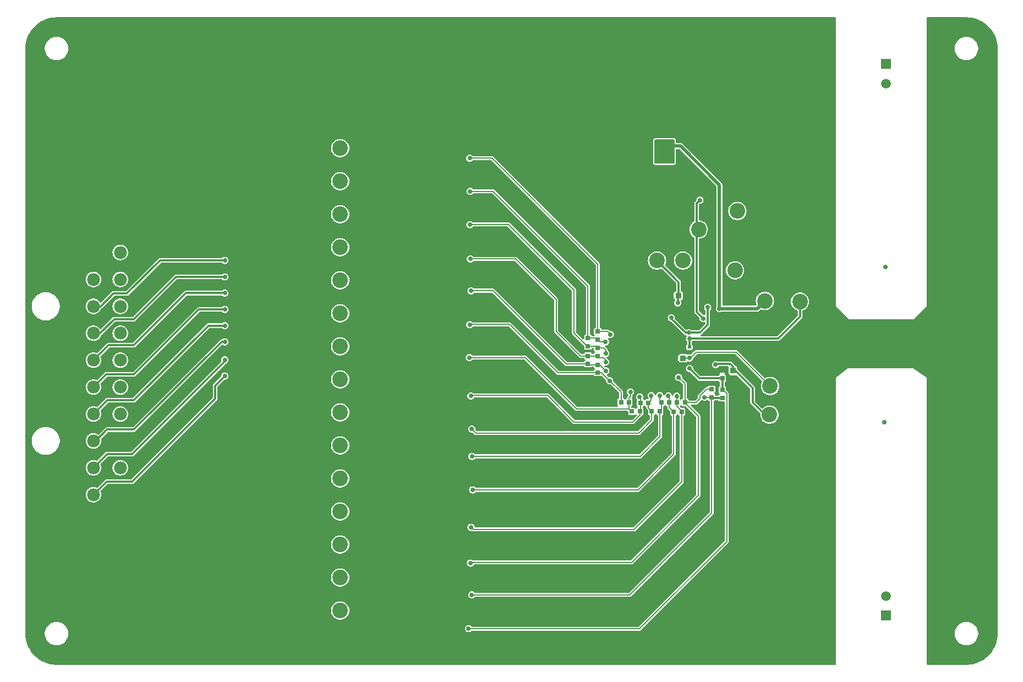
<source format=gbr>
%TF.GenerationSoftware,KiCad,Pcbnew,8.0.7*%
%TF.CreationDate,2025-02-10T22:10:37-06:00*%
%TF.ProjectId,Project63_BMS_DaughterBoard,50726f6a-6563-4743-9633-5f424d535f44,rev?*%
%TF.SameCoordinates,Original*%
%TF.FileFunction,Copper,L4,Bot*%
%TF.FilePolarity,Positive*%
%FSLAX46Y46*%
G04 Gerber Fmt 4.6, Leading zero omitted, Abs format (unit mm)*
G04 Created by KiCad (PCBNEW 8.0.7) date 2025-02-10 22:10:37*
%MOMM*%
%LPD*%
G01*
G04 APERTURE LIST*
%TA.AperFunction,ComponentPad*%
%ADD10C,2.400000*%
%TD*%
%TA.AperFunction,ComponentPad*%
%ADD11R,1.520000X1.520000*%
%TD*%
%TA.AperFunction,ComponentPad*%
%ADD12C,1.520000*%
%TD*%
%TA.AperFunction,ComponentPad*%
%ADD13C,1.981200*%
%TD*%
%TA.AperFunction,SMDPad,CuDef*%
%ADD14R,0.660400X0.762000*%
%TD*%
%TA.AperFunction,SMDPad,CuDef*%
%ADD15R,0.762000X0.660400*%
%TD*%
%TA.AperFunction,SMDPad,CuDef*%
%ADD16R,0.852399X0.899198*%
%TD*%
%TA.AperFunction,SMDPad,CuDef*%
%ADD17R,0.899198X0.852399*%
%TD*%
%TA.AperFunction,SMDPad,CuDef*%
%ADD18R,0.508000X0.508000*%
%TD*%
%TA.AperFunction,ViaPad*%
%ADD19C,0.700000*%
%TD*%
%TA.AperFunction,Conductor*%
%ADD20C,0.500000*%
%TD*%
%TA.AperFunction,Conductor*%
%ADD21C,0.300000*%
%TD*%
%TA.AperFunction,Conductor*%
%ADD22C,0.200000*%
%TD*%
G04 APERTURE END LIST*
D10*
%TO.P,TP502,TP*%
%TO.N,TSREF*%
X162389472Y-72626439D03*
%TD*%
%TO.P,TP306,TP*%
%TO.N,Net-(F316-Pad2)*%
X113640259Y-95970732D03*
%TD*%
%TO.P,TP312,TP*%
%TO.N,Net-(F328-Pad2)*%
X113640259Y-60410732D03*
%TD*%
%TO.P,TP304,TP*%
%TO.N,Net-(F314-Pad2)*%
X113640259Y-85810732D03*
%TD*%
%TO.P,TP501,TP*%
%TO.N,DVDD*%
X174750000Y-65000000D03*
%TD*%
%TO.P,TP509,TP*%
%TO.N,NPNB*%
X168789472Y-67826439D03*
%TD*%
%TO.P,TP506,TP*%
%TO.N,NEG5V*%
X184389472Y-78926439D03*
%TD*%
%TO.P,TP314,TP*%
%TO.N,Net-(F330-Pad2)*%
X113640259Y-70570732D03*
%TD*%
%TO.P,TP303,TP*%
%TO.N,Net-(F313-Pad2)*%
X113640259Y-80730732D03*
%TD*%
D11*
%TO.P,J702,1,1*%
%TO.N,ISO_COMMH_P*%
X197592328Y-42403162D03*
D12*
%TO.P,J702,2,2*%
%TO.N,ISO_COMMH_N*%
X197592328Y-45403161D03*
%TD*%
D10*
%TO.P,TP308,TP*%
%TO.N,Net-(F319-Pad2)*%
X113640259Y-106130732D03*
%TD*%
%TO.P,TP505,TP*%
%TO.N,AVDD*%
X179689472Y-96326439D03*
%TD*%
%TO.P,BAT_POSITIVE301,TP*%
%TO.N,Net-(BAT_POSITIVE301-PadTP)*%
X113640259Y-55330732D03*
%TD*%
D13*
%TO.P,J401,1,1*%
%TO.N,AVSS*%
X79812428Y-108644354D03*
%TO.P,J401,2,2*%
%TO.N,BAT*%
X79812428Y-104504355D03*
%TO.P,J401,3,3*%
%TO.N,AVSS*%
X79812428Y-100364356D03*
%TO.P,J401,4,4*%
%TO.N,Cell 0S*%
X79812428Y-96224357D03*
%TO.P,J401,5,5*%
%TO.N,Cell 1*%
X79812428Y-92084357D03*
%TO.P,J401,6,6*%
%TO.N,Cell 2*%
X79812428Y-87944358D03*
%TO.P,J401,7,7*%
%TO.N,Cell 3*%
X79812428Y-83804359D03*
%TO.P,J401,8,8*%
%TO.N,Cell 4*%
X79812428Y-79664359D03*
%TO.P,J401,9,9*%
%TO.N,Cell 5*%
X79812428Y-75524360D03*
%TO.P,J401,10,10*%
%TO.N,Cell 6*%
X79812428Y-71384361D03*
%TO.P,J401,11,11*%
%TO.N,Cell 7*%
X75672430Y-108644354D03*
%TO.P,J401,12,12*%
%TO.N,Cell 8*%
X75672430Y-104504355D03*
%TO.P,J401,13,13*%
%TO.N,Cell 9*%
X75672430Y-100364356D03*
%TO.P,J401,14,14*%
%TO.N,Cell 10*%
X75672430Y-96224357D03*
%TO.P,J401,15,15*%
%TO.N,Cell 11*%
X75672430Y-92084357D03*
%TO.P,J401,16,16*%
%TO.N,Cell 12*%
X75672430Y-87944358D03*
%TO.P,J401,17,17*%
%TO.N,Cell 13*%
X75672430Y-83804359D03*
%TO.P,J401,18,18*%
%TO.N,Cell 14S*%
X75672430Y-79664359D03*
%TO.P,J401,19,19*%
%TO.N,BAT*%
X75672430Y-75524360D03*
%TO.P,J401,20,20*%
%TO.N,AVSS*%
X75672430Y-71384361D03*
%TD*%
D10*
%TO.P,TP508,TP*%
%TO.N,NFAULT*%
X166389472Y-72626439D03*
%TD*%
%TO.P,TP302,TP*%
%TO.N,Net-(F312-Pad2)*%
X113640259Y-75650732D03*
%TD*%
%TO.P,TP313,TP*%
%TO.N,Net-(F329-Pad2)*%
X113640259Y-65490732D03*
%TD*%
%TO.P,TP310,TP*%
%TO.N,Net-(F321-Pad2)*%
X113640259Y-116290732D03*
%TD*%
D11*
%TO.P,J701,1,1*%
%TO.N,ISO_COMML_N*%
X197592328Y-127202755D03*
D12*
%TO.P,J701,2,2*%
%TO.N,ISO_COMML_P*%
X197592328Y-124202756D03*
%TD*%
D10*
%TO.P,TP311,TP*%
%TO.N,Net-(F317-Pad2)*%
X113640259Y-121370732D03*
%TD*%
%TO.P,TP507,TP*%
%TO.N,REFHP*%
X179789472Y-91926439D03*
%TD*%
%TO.P,TP504,TP*%
%TO.N,LDOIN*%
X178989472Y-78826439D03*
%TD*%
%TO.P,TP301,TP*%
%TO.N,Net-(F322-Pad2)*%
X113640259Y-126450732D03*
%TD*%
%TO.P,TP309,TP*%
%TO.N,Net-(F320-Pad2)*%
X113640259Y-111210732D03*
%TD*%
%TO.P,TP305,TP*%
%TO.N,Net-(F315-Pad2)*%
X113640259Y-90890732D03*
%TD*%
%TO.P,TP307,TP*%
%TO.N,Net-(F318-Pad2)*%
X113640259Y-101050732D03*
%TD*%
%TO.P,TP503,TP*%
%TO.N,CVDD*%
X174389472Y-74126439D03*
%TD*%
D14*
%TO.P,C307,1*%
%TO.N,CB3*%
X166184941Y-95881706D03*
%TO.P,C307,2*%
%TO.N,CB4*%
X164940341Y-95881706D03*
%TD*%
D15*
%TO.P,C325,1*%
%TO.N,CB11*%
X153265915Y-87286688D03*
%TO.P,C325,2*%
%TO.N,CB12*%
X153265915Y-86042088D03*
%TD*%
D14*
%TO.P,C304,1*%
%TO.N,CB6*%
X161074984Y-94508899D03*
%TO.P,C304,2*%
%TO.N,CB7*%
X159830384Y-94508899D03*
%TD*%
D16*
%TO.P,C203,1*%
%TO.N,AVSS*%
X165163273Y-87626439D03*
%TO.P,C203,2*%
%TO.N,REFHP*%
X166415671Y-87626439D03*
%TD*%
D14*
%TO.P,C303,1*%
%TO.N,CB7*%
X159734404Y-95829850D03*
%TO.P,C303,2*%
%TO.N,CB8*%
X158489804Y-95829850D03*
%TD*%
%TO.P,C308,1*%
%TO.N,CB2*%
X166694688Y-94454354D03*
%TO.P,C308,2*%
%TO.N,CB3*%
X165450088Y-94454354D03*
%TD*%
D15*
%TO.P,C324,1*%
%TO.N,CB12*%
X151765915Y-85786688D03*
%TO.P,C324,2*%
%TO.N,CB13*%
X151765915Y-84542088D03*
%TD*%
D17*
%TO.P,C204,1*%
%TO.N,AVSS*%
X174063086Y-90757567D03*
%TO.P,C204,2*%
%TO.N,AVDD*%
X174063086Y-89505169D03*
%TD*%
D15*
%TO.P,C326,1*%
%TO.N,CB10*%
X151765915Y-88528957D03*
%TO.P,C326,2*%
%TO.N,CB11*%
X151765915Y-87284357D03*
%TD*%
D14*
%TO.P,C306,1*%
%TO.N,CB4*%
X164278395Y-94455619D03*
%TO.P,C306,2*%
%TO.N,CB5*%
X163033795Y-94455619D03*
%TD*%
D15*
%TO.P,C309,1*%
%TO.N,CB1*%
X170783679Y-93643690D03*
%TO.P,C309,2*%
%TO.N,CB2*%
X170783679Y-92399090D03*
%TD*%
%TO.P,C311,1*%
%TO.N,AVSS*%
X172434986Y-89498596D03*
%TO.P,C311,2*%
%TO.N,CB0*%
X172434986Y-90743196D03*
%TD*%
D14*
%TO.P,C305,1*%
%TO.N,CB5*%
X162828989Y-95818424D03*
%TO.P,C305,2*%
%TO.N,CB6*%
X161584389Y-95818424D03*
%TD*%
D15*
%TO.P,C310,1*%
%TO.N,CB0*%
X172432051Y-92521839D03*
%TO.P,C310,2*%
%TO.N,CB1*%
X172432051Y-93766439D03*
%TD*%
D16*
%TO.P,C205,1*%
%TO.N,AVSS*%
X164463273Y-78026439D03*
%TO.P,C205,2*%
%TO.N,TSREF*%
X165715671Y-78026439D03*
%TD*%
D18*
%TO.P,C202,1*%
%TO.N,AVSS*%
X168208572Y-85926439D03*
%TO.P,C202,2*%
%TO.N,NEG5V*%
X167370372Y-85926439D03*
%TD*%
D15*
%TO.P,C301,1*%
%TO.N,CB9*%
X153265915Y-89883872D03*
%TO.P,C301,2*%
%TO.N,CB10*%
X153265915Y-88639272D03*
%TD*%
D14*
%TO.P,C302,1*%
%TO.N,CB8*%
X158095529Y-94396294D03*
%TO.P,C302,2*%
%TO.N,CB9*%
X156850929Y-94396294D03*
%TD*%
D15*
%TO.P,C323,1*%
%TO.N,CB13*%
X153265915Y-84786688D03*
%TO.P,C323,2*%
%TO.N,CB14*%
X153265915Y-83542088D03*
%TD*%
D19*
%TO.N,Cell 7*%
X95889472Y-90376439D03*
%TO.N,Cell 9*%
X95889472Y-85126439D03*
%TO.N,Cell 8*%
X95889472Y-87876439D03*
%TO.N,Cell 10*%
X95889472Y-82626439D03*
%TO.N,Cell 11*%
X95889472Y-80126439D03*
%TO.N,Cell 13*%
X95889472Y-75126439D03*
%TO.N,Cell 12*%
X95889472Y-77626439D03*
%TO.N,CB9*%
X133586431Y-82486431D03*
X155100000Y-91100000D03*
%TO.N,CB7*%
X159705428Y-93593072D03*
X133736927Y-93436927D03*
%TO.N,AVSS*%
X178689472Y-82926439D03*
X204889472Y-110626439D03*
X90189472Y-42126439D03*
X188889472Y-89626439D03*
X186089472Y-82926439D03*
X83089472Y-131426439D03*
X175889472Y-85326439D03*
X175289472Y-52626439D03*
X200089472Y-88826439D03*
X174300000Y-87401439D03*
X133389472Y-133500000D03*
X192189472Y-85326439D03*
X90189472Y-62726439D03*
X188889472Y-49626439D03*
X82189472Y-62726439D03*
X204889472Y-36626439D03*
X188889472Y-121626439D03*
X188889472Y-64626439D03*
X188889472Y-113626439D03*
X188889472Y-117626439D03*
X188889472Y-105626439D03*
X183289472Y-87426439D03*
X186389472Y-87426439D03*
X175389472Y-82926439D03*
X82189472Y-42126439D03*
X183289472Y-85326439D03*
X188889472Y-45626439D03*
X188889472Y-72626439D03*
X79089472Y-131426439D03*
X188889472Y-133626439D03*
X87089472Y-131426439D03*
X175289472Y-45626439D03*
X168889472Y-45626439D03*
X184789472Y-85326439D03*
X170900000Y-82900000D03*
X184589472Y-82926439D03*
X93189472Y-42126439D03*
X204889472Y-84626439D03*
X197500000Y-73600000D03*
X175289472Y-41626439D03*
X204889472Y-89626439D03*
X177789472Y-117726439D03*
X173889472Y-82926439D03*
X164100000Y-87600000D03*
X177289472Y-87426439D03*
X188889472Y-52626439D03*
X177789472Y-125726439D03*
X168889472Y-37626439D03*
X79089472Y-118226439D03*
X204889472Y-77626439D03*
X120589472Y-47626439D03*
X193589472Y-85326439D03*
X171489472Y-87426439D03*
X196589472Y-85326439D03*
X187889472Y-87426439D03*
X186289472Y-85326439D03*
X83089472Y-118226439D03*
X177389472Y-85326439D03*
X116589472Y-47626439D03*
X173900000Y-78300000D03*
X124589472Y-47626439D03*
X137389472Y-133500000D03*
X174489472Y-85326439D03*
X78189472Y-62726439D03*
X177789472Y-132726439D03*
X75089472Y-131426439D03*
X180289472Y-87426439D03*
X172389472Y-82926439D03*
X187589472Y-82926439D03*
X131589472Y-47626439D03*
X175289472Y-37626439D03*
X168889472Y-41626439D03*
X204889472Y-130626439D03*
X172989472Y-87426439D03*
X177789472Y-129726439D03*
X163100000Y-78000000D03*
X188889472Y-129626439D03*
X204889472Y-73626439D03*
X168889472Y-49626439D03*
X180189472Y-82926439D03*
X189189472Y-85326439D03*
X188889472Y-37626439D03*
X177189472Y-82926439D03*
X174000000Y-92400000D03*
X128589472Y-47626439D03*
X171489472Y-85326439D03*
X86189472Y-42126439D03*
X78189472Y-42126439D03*
X181789472Y-87426439D03*
X190689472Y-85326439D03*
X204889472Y-93626439D03*
X178789472Y-87426439D03*
X177789472Y-121726439D03*
X140389472Y-133500000D03*
X194889472Y-82026439D03*
X188889472Y-68626439D03*
X188889472Y-109626439D03*
X188889472Y-60626439D03*
X194989472Y-88826439D03*
X167600000Y-77700000D03*
X199989472Y-82026439D03*
X181789472Y-85326439D03*
X195089472Y-85326439D03*
X178889472Y-85326439D03*
X175289472Y-49626439D03*
X155500000Y-78300000D03*
X129389472Y-133500000D03*
X93189472Y-62726439D03*
X188889472Y-41626439D03*
X188889472Y-56626439D03*
X180289472Y-85326439D03*
X90089472Y-118226439D03*
X90089472Y-131426439D03*
X188889472Y-76626439D03*
X87089472Y-118226439D03*
X188889472Y-80626439D03*
X169663204Y-88076201D03*
X168889472Y-52626439D03*
X188889472Y-97626439D03*
X75089472Y-118226439D03*
X187789472Y-85326439D03*
X188889472Y-101626439D03*
X197400000Y-97500000D03*
X172989472Y-85326439D03*
X86189472Y-62726439D03*
X204889472Y-56626439D03*
X188889472Y-125626439D03*
X175300000Y-88900000D03*
X188889472Y-93626439D03*
X171401157Y-89698843D03*
X184789472Y-87426439D03*
X125389472Y-133500000D03*
%TO.N,CB14*%
X155196556Y-84003444D03*
X133570862Y-56869982D03*
%TO.N,CB12*%
X133601985Y-67101985D03*
X154500000Y-86900000D03*
%TO.N,CB6*%
X133902952Y-98539919D03*
X161500000Y-93400000D03*
%TO.N,CB2*%
X165700000Y-90600000D03*
X133683120Y-119157850D03*
%TO.N,CB0*%
X133375286Y-129225776D03*
X167389472Y-89226439D03*
%TO.N,CB11*%
X133677786Y-72377786D03*
X154500000Y-88228788D03*
%TO.N,CB1*%
X169700000Y-93637019D03*
X133900000Y-124054617D03*
%TO.N,CB13*%
X154477317Y-85122683D03*
X133634143Y-61968732D03*
%TO.N,CB10*%
X154509620Y-89590380D03*
X133776907Y-77276907D03*
%TO.N,CB4*%
X134026387Y-107899336D03*
X164115594Y-93434833D03*
%TO.N,CB8*%
X158300000Y-92831101D03*
X133519780Y-87545393D03*
%TO.N,CB5*%
X162809140Y-93400000D03*
X133925678Y-102737105D03*
%TO.N,CB3*%
X133779990Y-113658137D03*
X165415595Y-93467901D03*
%TO.N,CVDD*%
X164589472Y-81439274D03*
X167289472Y-83726439D03*
X170189472Y-79826439D03*
%TO.N,NPNB*%
X169489472Y-81526439D03*
X168989472Y-63326439D03*
%TO.N,TSREF*%
X165589472Y-79126439D03*
%TO.N,NEG5V*%
X167389472Y-84626439D03*
%TO.N,AVDD*%
X171389472Y-88626439D03*
%TO.N,LDOIN*%
X171989472Y-80026439D03*
X162727000Y-56400000D03*
X164327000Y-57200000D03*
X163527000Y-56400000D03*
X164327000Y-56400000D03*
X162727000Y-57200000D03*
X163527000Y-57200000D03*
%TO.N,REFHP*%
X167400000Y-87595239D03*
%TO.N,Cell 14S*%
X95900000Y-72600000D03*
%TD*%
D20*
%TO.N,LDOIN*%
X166000000Y-55000000D02*
X164000000Y-55000000D01*
X171989472Y-60989472D02*
X166000000Y-55000000D01*
X171989472Y-80026439D02*
X171989472Y-60989472D01*
D21*
%TO.N,Cell 7*%
X77690345Y-106626439D02*
X75672430Y-108644354D01*
X94389472Y-91876439D02*
X94389472Y-93876439D01*
X81639472Y-106626439D02*
X77690345Y-106626439D01*
X95889472Y-90376439D02*
X94389472Y-91876439D01*
X94389472Y-93876439D02*
X81639472Y-106626439D01*
%TO.N,Cell 9*%
X81889472Y-98626439D02*
X77769690Y-98626439D01*
X95389472Y-85126439D02*
X81889472Y-98626439D01*
X95889472Y-85126439D02*
X95389472Y-85126439D01*
X77769690Y-98626439D02*
X76031773Y-100364356D01*
%TO.N,Cell 8*%
X95889472Y-88126439D02*
X81639472Y-102376439D01*
X81639472Y-102376439D02*
X77800346Y-102376439D01*
X77800346Y-102376439D02*
X75672430Y-104504355D01*
X95889472Y-87876439D02*
X95889472Y-88126439D01*
%TO.N,Cell 10*%
X93389472Y-82626439D02*
X81889472Y-94126439D01*
X77770348Y-94126439D02*
X75672430Y-96224357D01*
X81889472Y-94126439D02*
X77770348Y-94126439D01*
X95889472Y-82626439D02*
X93389472Y-82626439D01*
%TO.N,Cell 11*%
X81889472Y-90126439D02*
X77630348Y-90126439D01*
X95889472Y-80126439D02*
X91889472Y-80126439D01*
X91889472Y-80126439D02*
X81889472Y-90126439D01*
X77630348Y-90126439D02*
X75672430Y-92084357D01*
%TO.N,Cell 13*%
X88389472Y-75126439D02*
X81889472Y-81626439D01*
X95889472Y-75126439D02*
X88389472Y-75126439D01*
X81889472Y-81626439D02*
X78889472Y-81626439D01*
X78889472Y-81626439D02*
X76711552Y-83804359D01*
X76711552Y-83804359D02*
X75672430Y-83804359D01*
%TO.N,Cell 12*%
X77990349Y-85626439D02*
X75672430Y-87944358D01*
X89889472Y-77626439D02*
X81889472Y-85626439D01*
X81889472Y-85626439D02*
X77990349Y-85626439D01*
X95889472Y-77626439D02*
X89889472Y-77626439D01*
D22*
%TO.N,CB9*%
X156850929Y-92850929D02*
X156850929Y-94396294D01*
X155100000Y-91100000D02*
X156850929Y-92850929D01*
X147131944Y-89883872D02*
X139700123Y-82452051D01*
X153265915Y-89883872D02*
X147131944Y-89883872D01*
X155100000Y-91100000D02*
X153883872Y-89883872D01*
X153883872Y-89883872D02*
X153265915Y-89883872D01*
X139700123Y-82452051D02*
X133620812Y-82452051D01*
%TO.N,CB7*%
X159830384Y-93718028D02*
X159830384Y-94508899D01*
X159830384Y-94508899D02*
X159830384Y-95733870D01*
X149612429Y-97444357D02*
X145518901Y-93350829D01*
X159734404Y-95829850D02*
X159734404Y-96410850D01*
X159705428Y-93593072D02*
X159830384Y-93718028D01*
X158700897Y-97444357D02*
X149612429Y-97444357D01*
X133823024Y-93350829D02*
X133751832Y-93422021D01*
X159734404Y-96410850D02*
X158700897Y-97444357D01*
X145518901Y-93350829D02*
X133823024Y-93350829D01*
%TO.N,AVSS*%
X165163273Y-87626439D02*
X164126439Y-87626439D01*
X164463273Y-78026439D02*
X163126439Y-78026439D01*
X174063086Y-92336914D02*
X174000000Y-92400000D01*
X163126439Y-78026439D02*
X163100000Y-78000000D01*
X160173197Y-57595666D02*
X160220245Y-57595666D01*
X174063086Y-90757567D02*
X174063086Y-92336914D01*
X164126439Y-87626439D02*
X164100000Y-87600000D01*
X172434986Y-89498596D02*
X171601404Y-89498596D01*
D21*
X168208572Y-85926439D02*
X170889472Y-85926439D01*
D22*
X171601404Y-89498596D02*
X171401157Y-89698843D01*
D21*
X170889472Y-85926439D02*
X171489472Y-85326439D01*
D22*
%TO.N,CB14*%
X155196556Y-84003444D02*
X154735200Y-83542088D01*
X133570862Y-56869982D02*
X136978054Y-56869982D01*
X154735200Y-83542088D02*
X153265915Y-83542088D01*
X153265915Y-73157843D02*
X153265915Y-83542088D01*
X136978054Y-56869982D02*
X153265915Y-73157843D01*
%TO.N,CB12*%
X154142088Y-86042088D02*
X153265915Y-86042088D01*
X139568445Y-67080373D02*
X133623596Y-67080373D01*
X149612429Y-77124357D02*
X139568445Y-67080373D01*
X154500000Y-86400000D02*
X154142088Y-86042088D01*
X151649893Y-85786688D02*
X149612429Y-83749224D01*
X151765915Y-85786688D02*
X153010515Y-85786688D01*
X154500000Y-86900000D02*
X154500000Y-86400000D01*
X153010515Y-85786688D02*
X153265915Y-86042088D01*
X149612429Y-83749224D02*
X149612429Y-77124357D01*
%TO.N,CB6*%
X161584389Y-97157913D02*
X159589343Y-99152959D01*
X161500000Y-94083883D02*
X161074984Y-94508899D01*
X161074984Y-95309019D02*
X161584389Y-95818424D01*
X134515992Y-99152959D02*
X133902952Y-98539919D01*
X161584389Y-95818424D02*
X161584389Y-97157913D01*
X161074984Y-94508899D02*
X161074984Y-95309019D01*
X159589343Y-99152959D02*
X134515992Y-99152959D01*
X161500000Y-93400000D02*
X161500000Y-94083883D01*
%TO.N,CB2*%
X168745072Y-96518863D02*
X168745072Y-108692659D01*
X170018690Y-92399090D02*
X170783679Y-92399090D01*
X166815141Y-94588932D02*
X168745072Y-96518863D01*
X133789908Y-119051062D02*
X133683120Y-119157850D01*
X166694688Y-94454354D02*
X168391744Y-94454354D01*
X168391744Y-94454354D02*
X168964890Y-93881208D01*
X165700000Y-90600000D02*
X166694688Y-91594688D01*
X168964890Y-93881208D02*
X168964890Y-93452890D01*
X166694688Y-91594688D02*
X166694688Y-94454354D01*
X168964890Y-93452890D02*
X170018690Y-92399090D01*
X168745072Y-108692659D02*
X168745072Y-108763850D01*
X168745072Y-108763850D02*
X158457860Y-119051062D01*
X158457860Y-119051062D02*
X133789908Y-119051062D01*
%TO.N,CB0*%
X159701236Y-129254096D02*
X133403606Y-129254096D01*
D21*
X168906229Y-90743196D02*
X172434986Y-90743196D01*
D22*
X159701236Y-129254096D02*
X173113051Y-115842282D01*
D21*
X172434986Y-90743196D02*
X172434986Y-92493504D01*
D22*
X173113051Y-115842282D02*
X173113051Y-93086817D01*
D21*
X167389472Y-89226439D02*
X168906229Y-90743196D01*
D22*
X173113051Y-93086817D02*
X172522673Y-92496439D01*
%TO.N,CB11*%
X146858853Y-83525360D02*
X150617850Y-87284357D01*
X154200000Y-87600000D02*
X153579227Y-87600000D01*
X146858853Y-78632076D02*
X140593976Y-72367199D01*
X140593976Y-72367199D02*
X133688373Y-72367199D01*
X154500000Y-87900000D02*
X154200000Y-87600000D01*
X151765915Y-87284357D02*
X150665312Y-87284357D01*
X150665312Y-87284357D02*
X150617850Y-87284357D01*
X151765915Y-87284357D02*
X153263584Y-87284357D01*
X154500000Y-88228788D02*
X154500000Y-87900000D01*
X146858853Y-83525360D02*
X146858853Y-78632076D01*
X153579227Y-87600000D02*
X153265915Y-87286688D01*
%TO.N,CB1*%
X170783679Y-93643690D02*
X170783679Y-111460238D01*
X170783679Y-111460238D02*
X158189300Y-124054617D01*
X169700000Y-93637019D02*
X170777008Y-93637019D01*
X158189300Y-124054617D02*
X133900000Y-124054617D01*
D21*
X172432051Y-93766439D02*
X170906428Y-93766439D01*
D22*
X169580864Y-93637019D02*
X169700000Y-93637019D01*
X133900000Y-124054617D02*
X133874086Y-124054617D01*
%TO.N,CB13*%
X151765915Y-84542088D02*
X153021315Y-84542088D01*
X151765915Y-76530867D02*
X137203780Y-61968732D01*
X137203780Y-61968732D02*
X133634143Y-61968732D01*
X153021315Y-84542088D02*
X153265915Y-84786688D01*
X153601910Y-85122683D02*
X153265915Y-84786688D01*
X154477317Y-85122683D02*
X153601910Y-85122683D01*
X151765915Y-84542088D02*
X151765915Y-76530867D01*
%TO.N,CB10*%
X154509620Y-89590380D02*
X153558512Y-88639272D01*
X153265915Y-88639272D02*
X151876230Y-88639272D01*
X153558512Y-88639272D02*
X153265915Y-88639272D01*
X137122876Y-77250920D02*
X133802894Y-77250920D01*
X151765915Y-88528957D02*
X148400913Y-88528957D01*
X148400913Y-88528957D02*
X137122876Y-77250920D01*
%TO.N,CB4*%
X164278395Y-93597634D02*
X164278395Y-94455619D01*
X164115594Y-93434833D02*
X164278395Y-93597634D01*
X164940341Y-95881706D02*
X164940341Y-102436445D01*
X159477450Y-107899336D02*
X134026387Y-107899336D01*
X164278395Y-94455619D02*
X164278395Y-95219760D01*
X164278395Y-95219760D02*
X164940341Y-95881706D01*
X164940341Y-102436445D02*
X159477450Y-107899336D01*
%TO.N,CB8*%
X142133986Y-87545393D02*
X150024168Y-95435575D01*
X158095529Y-95435575D02*
X158489804Y-95829850D01*
X142133986Y-87545393D02*
X133519780Y-87545393D01*
X158300000Y-92831101D02*
X158300000Y-93474569D01*
X158095529Y-93679040D02*
X158095529Y-94396294D01*
X158300000Y-93474569D02*
X158095529Y-93679040D01*
X158095529Y-94396294D02*
X158095529Y-95435575D01*
X158095529Y-95435575D02*
X150024168Y-95435575D01*
%TO.N,CB5*%
X162809140Y-94230964D02*
X163033795Y-94455619D01*
X159812806Y-102737105D02*
X162834502Y-99715409D01*
X162828989Y-96478999D02*
X162834502Y-96484512D01*
X159812806Y-102737105D02*
X133925678Y-102737105D01*
X162834502Y-96484512D02*
X162834502Y-99715409D01*
X162828989Y-95818424D02*
X162828989Y-96478999D01*
X163033795Y-94455619D02*
X163033795Y-95613618D01*
X162809140Y-93400000D02*
X162809140Y-94230964D01*
%TO.N,CB3*%
X166184941Y-95881706D02*
X166184941Y-106615111D01*
X165450088Y-94454354D02*
X165450088Y-95030831D01*
X158828481Y-113971571D02*
X134093424Y-113971571D01*
X134093424Y-113971571D02*
X133779990Y-113658137D01*
X165450088Y-93502394D02*
X165450088Y-94454354D01*
X165450088Y-95030831D02*
X166184941Y-95765684D01*
X165415595Y-93467901D02*
X165450088Y-93502394D01*
X166184941Y-106615111D02*
X158828481Y-113971571D01*
D21*
%TO.N,CVDD*%
X170189472Y-82526439D02*
X168989472Y-83726439D01*
X164589472Y-81526439D02*
X164589472Y-81439274D01*
X166789472Y-83726439D02*
X164589472Y-81526439D01*
X168989472Y-83726439D02*
X167289472Y-83726439D01*
X167289472Y-83726439D02*
X166789472Y-83726439D01*
X170189472Y-79826439D02*
X170189472Y-82526439D01*
%TO.N,NPNB*%
X169489472Y-81526439D02*
X168489472Y-80526439D01*
X168489472Y-63826439D02*
X168989472Y-63326439D01*
X168489472Y-80526439D02*
X168489472Y-63826439D01*
%TO.N,TSREF*%
X165715671Y-78026439D02*
X165715671Y-75952638D01*
X165715671Y-75952638D02*
X162389472Y-72626439D01*
X165589472Y-79126439D02*
X165589472Y-78152638D01*
%TO.N,NEG5V*%
X184389472Y-81226439D02*
X184389472Y-78926439D01*
X167389472Y-84626439D02*
X180989472Y-84626439D01*
X180989472Y-84626439D02*
X181039472Y-84576439D01*
X167389472Y-84626439D02*
X167389472Y-85907339D01*
X181039472Y-84576439D02*
X184389472Y-81226439D01*
%TO.N,AVDD*%
X174063086Y-89505169D02*
X174386486Y-89505169D01*
X171489472Y-88526439D02*
X173689472Y-88526439D01*
X171389472Y-88626439D02*
X171489472Y-88526439D01*
X174063086Y-88900053D02*
X174063086Y-89505169D01*
X177089472Y-92208155D02*
X177089472Y-94426439D01*
X177089472Y-94426439D02*
X178989472Y-96326439D01*
X173689472Y-88526439D02*
X174063086Y-88900053D01*
X174386486Y-89505169D02*
X177089472Y-92208155D01*
D20*
%TO.N,LDOIN*%
X177789472Y-80026439D02*
X178989472Y-78826439D01*
X171989472Y-80026439D02*
X177789472Y-80026439D01*
D22*
%TO.N,REFHP*%
X167489472Y-87626439D02*
X166415671Y-87626439D01*
X167489472Y-87626439D02*
X168389472Y-86726439D01*
X168389472Y-86726439D02*
X174589472Y-86726439D01*
X174589472Y-86726439D02*
X179789472Y-91926439D01*
D21*
%TO.N,Cell 14S*%
X76779297Y-79664359D02*
X78743656Y-77700000D01*
X85900000Y-72600000D02*
X95900000Y-72600000D01*
X75672430Y-79664359D02*
X76779297Y-79664359D01*
X80800000Y-77700000D02*
X85900000Y-72600000D01*
X78743656Y-77700000D02*
X80800000Y-77700000D01*
%TD*%
%TA.AperFunction,Conductor*%
%TO.N,AVSS*%
G36*
X189832511Y-35220185D02*
G01*
X189878266Y-35272989D01*
X189889472Y-35324500D01*
X189889472Y-79626439D01*
X191889472Y-81626439D01*
X201889472Y-81626439D01*
X203889472Y-79626439D01*
X203889472Y-39881995D01*
X208199500Y-39881995D01*
X208199500Y-40118004D01*
X208199501Y-40118020D01*
X208230306Y-40352010D01*
X208291394Y-40579993D01*
X208381714Y-40798045D01*
X208381719Y-40798056D01*
X208452677Y-40920957D01*
X208499727Y-41002450D01*
X208499729Y-41002453D01*
X208499730Y-41002454D01*
X208643406Y-41189697D01*
X208643412Y-41189704D01*
X208810295Y-41356587D01*
X208810301Y-41356592D01*
X208997550Y-41500273D01*
X209109541Y-41564931D01*
X209201943Y-41618280D01*
X209201948Y-41618282D01*
X209201951Y-41618284D01*
X209420007Y-41708606D01*
X209647986Y-41769693D01*
X209881989Y-41800500D01*
X209881996Y-41800500D01*
X210118004Y-41800500D01*
X210118011Y-41800500D01*
X210352014Y-41769693D01*
X210579993Y-41708606D01*
X210798049Y-41618284D01*
X211002450Y-41500273D01*
X211189699Y-41356592D01*
X211356592Y-41189699D01*
X211500273Y-41002450D01*
X211618284Y-40798049D01*
X211708606Y-40579993D01*
X211769693Y-40352014D01*
X211800500Y-40118011D01*
X211800500Y-39881989D01*
X211769693Y-39647986D01*
X211708606Y-39420007D01*
X211618284Y-39201951D01*
X211618282Y-39201948D01*
X211618280Y-39201943D01*
X211576118Y-39128918D01*
X211500273Y-38997550D01*
X211356592Y-38810301D01*
X211356587Y-38810295D01*
X211189704Y-38643412D01*
X211189697Y-38643406D01*
X211002454Y-38499730D01*
X211002453Y-38499729D01*
X211002450Y-38499727D01*
X210920957Y-38452677D01*
X210798056Y-38381719D01*
X210798045Y-38381714D01*
X210579993Y-38291394D01*
X210352010Y-38230306D01*
X210118020Y-38199501D01*
X210118017Y-38199500D01*
X210118011Y-38199500D01*
X209881989Y-38199500D01*
X209881983Y-38199500D01*
X209881979Y-38199501D01*
X209647989Y-38230306D01*
X209420006Y-38291394D01*
X209201954Y-38381714D01*
X209201943Y-38381719D01*
X208997545Y-38499730D01*
X208810302Y-38643406D01*
X208810295Y-38643412D01*
X208643412Y-38810295D01*
X208643406Y-38810302D01*
X208499730Y-38997545D01*
X208381719Y-39201943D01*
X208381714Y-39201954D01*
X208291394Y-39420006D01*
X208230306Y-39647989D01*
X208199501Y-39881979D01*
X208199500Y-39881995D01*
X203889472Y-39881995D01*
X203889472Y-35324500D01*
X203909157Y-35257461D01*
X203961961Y-35211706D01*
X204013472Y-35200500D01*
X209960118Y-35200500D01*
X209997294Y-35200500D01*
X210002702Y-35200617D01*
X210412917Y-35218528D01*
X210423654Y-35219468D01*
X210828057Y-35272708D01*
X210838695Y-35274583D01*
X211236925Y-35362869D01*
X211247365Y-35365667D01*
X211636363Y-35488317D01*
X211646524Y-35492015D01*
X212023363Y-35648108D01*
X212033155Y-35652674D01*
X212394965Y-35841020D01*
X212404305Y-35846413D01*
X212689636Y-36028189D01*
X212748309Y-36065568D01*
X212757170Y-36071772D01*
X213080766Y-36320076D01*
X213089053Y-36327030D01*
X213389767Y-36602583D01*
X213397416Y-36610232D01*
X213672969Y-36910946D01*
X213679923Y-36919233D01*
X213928227Y-37242829D01*
X213934431Y-37251690D01*
X214115163Y-37535382D01*
X214153578Y-37595680D01*
X214158987Y-37605048D01*
X214347322Y-37966838D01*
X214351894Y-37976642D01*
X214507983Y-38353473D01*
X214511683Y-38363639D01*
X214634331Y-38752630D01*
X214637131Y-38763078D01*
X214725414Y-39161296D01*
X214727292Y-39171950D01*
X214780529Y-39576326D01*
X214781472Y-39587102D01*
X214799382Y-39997297D01*
X214799500Y-40002706D01*
X214799500Y-129997293D01*
X214799382Y-130002702D01*
X214781472Y-130412897D01*
X214780529Y-130423673D01*
X214727292Y-130828049D01*
X214725414Y-130838703D01*
X214637131Y-131236921D01*
X214634331Y-131247369D01*
X214511683Y-131636360D01*
X214507983Y-131646526D01*
X214351894Y-132023357D01*
X214347322Y-132033161D01*
X214158987Y-132394951D01*
X214153578Y-132404319D01*
X213934431Y-132748309D01*
X213928227Y-132757170D01*
X213679923Y-133080766D01*
X213672969Y-133089053D01*
X213397416Y-133389767D01*
X213389767Y-133397416D01*
X213089053Y-133672969D01*
X213080766Y-133679923D01*
X212757170Y-133928227D01*
X212748309Y-133934431D01*
X212404319Y-134153578D01*
X212394951Y-134158987D01*
X212033161Y-134347322D01*
X212023357Y-134351894D01*
X211646526Y-134507983D01*
X211636360Y-134511683D01*
X211247369Y-134634331D01*
X211236921Y-134637131D01*
X210838703Y-134725414D01*
X210828049Y-134727292D01*
X210423673Y-134780529D01*
X210412897Y-134781472D01*
X210002703Y-134799382D01*
X209997294Y-134799500D01*
X204013472Y-134799500D01*
X203946433Y-134779815D01*
X203900678Y-134727011D01*
X203889472Y-134675500D01*
X203889472Y-129881995D01*
X208199500Y-129881995D01*
X208199500Y-130118004D01*
X208199501Y-130118020D01*
X208230306Y-130352010D01*
X208291394Y-130579993D01*
X208381714Y-130798045D01*
X208381719Y-130798056D01*
X208452677Y-130920957D01*
X208499727Y-131002450D01*
X208499729Y-131002453D01*
X208499730Y-131002454D01*
X208643406Y-131189697D01*
X208643412Y-131189704D01*
X208810295Y-131356587D01*
X208810301Y-131356592D01*
X208997550Y-131500273D01*
X209128918Y-131576118D01*
X209201943Y-131618280D01*
X209201948Y-131618282D01*
X209201951Y-131618284D01*
X209420007Y-131708606D01*
X209647986Y-131769693D01*
X209881989Y-131800500D01*
X209881996Y-131800500D01*
X210118004Y-131800500D01*
X210118011Y-131800500D01*
X210352014Y-131769693D01*
X210579993Y-131708606D01*
X210798049Y-131618284D01*
X211002450Y-131500273D01*
X211189699Y-131356592D01*
X211356592Y-131189699D01*
X211500273Y-131002450D01*
X211618284Y-130798049D01*
X211708606Y-130579993D01*
X211769693Y-130352014D01*
X211800500Y-130118011D01*
X211800500Y-129881989D01*
X211769693Y-129647986D01*
X211708606Y-129420007D01*
X211618284Y-129201951D01*
X211618282Y-129201948D01*
X211618280Y-129201943D01*
X211549069Y-129082067D01*
X211500273Y-128997550D01*
X211374129Y-128833156D01*
X211356593Y-128810302D01*
X211356587Y-128810295D01*
X211189704Y-128643412D01*
X211189697Y-128643406D01*
X211002454Y-128499730D01*
X211002453Y-128499729D01*
X211002450Y-128499727D01*
X210920957Y-128452677D01*
X210798056Y-128381719D01*
X210798045Y-128381714D01*
X210579993Y-128291394D01*
X210352010Y-128230306D01*
X210118020Y-128199501D01*
X210118017Y-128199500D01*
X210118011Y-128199500D01*
X209881989Y-128199500D01*
X209881983Y-128199500D01*
X209881979Y-128199501D01*
X209647989Y-128230306D01*
X209420006Y-128291394D01*
X209201954Y-128381714D01*
X209201943Y-128381719D01*
X208997545Y-128499730D01*
X208810302Y-128643406D01*
X208810295Y-128643412D01*
X208643412Y-128810295D01*
X208643406Y-128810302D01*
X208499730Y-128997545D01*
X208381719Y-129201943D01*
X208381714Y-129201954D01*
X208291394Y-129420006D01*
X208230306Y-129647989D01*
X208199501Y-129881979D01*
X208199500Y-129881995D01*
X203889472Y-129881995D01*
X203889472Y-90626438D01*
X201789472Y-89226439D01*
X191789472Y-89226439D01*
X189889472Y-90626439D01*
X189889472Y-134675500D01*
X189869787Y-134742539D01*
X189816983Y-134788294D01*
X189765472Y-134799500D01*
X70002706Y-134799500D01*
X69997297Y-134799382D01*
X69587102Y-134781472D01*
X69576326Y-134780529D01*
X69171950Y-134727292D01*
X69161296Y-134725414D01*
X68763078Y-134637131D01*
X68752630Y-134634331D01*
X68363639Y-134511683D01*
X68353473Y-134507983D01*
X67976642Y-134351894D01*
X67966838Y-134347322D01*
X67847126Y-134285004D01*
X67605042Y-134158983D01*
X67595686Y-134153582D01*
X67423685Y-134044004D01*
X67251690Y-133934431D01*
X67242829Y-133928227D01*
X66919233Y-133679923D01*
X66910946Y-133672969D01*
X66610232Y-133397416D01*
X66602583Y-133389767D01*
X66327030Y-133089053D01*
X66320076Y-133080766D01*
X66071772Y-132757170D01*
X66065568Y-132748309D01*
X66012070Y-132664334D01*
X65846413Y-132404305D01*
X65841020Y-132394965D01*
X65652674Y-132033155D01*
X65648105Y-132023357D01*
X65555794Y-131800500D01*
X65492015Y-131646524D01*
X65488316Y-131636360D01*
X65487638Y-131634211D01*
X65365667Y-131247365D01*
X65362868Y-131236921D01*
X65274583Y-130838695D01*
X65272707Y-130828049D01*
X65219468Y-130423654D01*
X65218528Y-130412917D01*
X65200618Y-130002702D01*
X65200500Y-129997293D01*
X65200500Y-129881995D01*
X68199500Y-129881995D01*
X68199500Y-130118004D01*
X68199501Y-130118020D01*
X68230306Y-130352010D01*
X68291394Y-130579993D01*
X68381714Y-130798045D01*
X68381719Y-130798056D01*
X68452677Y-130920957D01*
X68499727Y-131002450D01*
X68499729Y-131002453D01*
X68499730Y-131002454D01*
X68643406Y-131189697D01*
X68643412Y-131189704D01*
X68810295Y-131356587D01*
X68810301Y-131356592D01*
X68997550Y-131500273D01*
X69128918Y-131576118D01*
X69201943Y-131618280D01*
X69201948Y-131618282D01*
X69201951Y-131618284D01*
X69420007Y-131708606D01*
X69647986Y-131769693D01*
X69881989Y-131800500D01*
X69881996Y-131800500D01*
X70118004Y-131800500D01*
X70118011Y-131800500D01*
X70352014Y-131769693D01*
X70579993Y-131708606D01*
X70798049Y-131618284D01*
X71002450Y-131500273D01*
X71189699Y-131356592D01*
X71356592Y-131189699D01*
X71500273Y-131002450D01*
X71618284Y-130798049D01*
X71708606Y-130579993D01*
X71769693Y-130352014D01*
X71800500Y-130118011D01*
X71800500Y-129881989D01*
X71769693Y-129647986D01*
X71708606Y-129420007D01*
X71628152Y-129225775D01*
X132820036Y-129225775D01*
X132820036Y-129225776D01*
X132838956Y-129369484D01*
X132838957Y-129369488D01*
X132894423Y-129503398D01*
X132894424Y-129503400D01*
X132894425Y-129503401D01*
X132982665Y-129618397D01*
X133097661Y-129706637D01*
X133231577Y-129762106D01*
X133358566Y-129778824D01*
X133375285Y-129781026D01*
X133375286Y-129781026D01*
X133375287Y-129781026D01*
X133390263Y-129779054D01*
X133518995Y-129762106D01*
X133652911Y-129706637D01*
X133767907Y-129618397D01*
X133779638Y-129603109D01*
X133836066Y-129561907D01*
X133878013Y-129554596D01*
X159740796Y-129554596D01*
X159740798Y-129554596D01*
X159817225Y-129534117D01*
X159885747Y-129494556D01*
X159941696Y-129438607D01*
X159941695Y-129438607D01*
X173353511Y-116026793D01*
X173393072Y-115958271D01*
X173413551Y-115881844D01*
X173413551Y-93047255D01*
X173410385Y-93035440D01*
X173393073Y-92970829D01*
X173353511Y-92902306D01*
X173049870Y-92598665D01*
X173016385Y-92537342D01*
X173013551Y-92510984D01*
X173013551Y-92171888D01*
X173013550Y-92171886D01*
X173001919Y-92113409D01*
X173001918Y-92113408D01*
X172957603Y-92047086D01*
X172891281Y-92002771D01*
X172885293Y-92001580D01*
X172823382Y-91969194D01*
X172788809Y-91908477D01*
X172785486Y-91879963D01*
X172785486Y-91385655D01*
X172805171Y-91318616D01*
X172857975Y-91272861D01*
X172885294Y-91264037D01*
X172894217Y-91262263D01*
X172960538Y-91217948D01*
X173004853Y-91151627D01*
X173004853Y-91151625D01*
X173004854Y-91151625D01*
X173013538Y-91107964D01*
X173016486Y-91093144D01*
X173016486Y-90393248D01*
X173016486Y-90393245D01*
X173016485Y-90393243D01*
X173004854Y-90334766D01*
X173004853Y-90334765D01*
X172960538Y-90268443D01*
X172894216Y-90224128D01*
X172894213Y-90224127D01*
X172890388Y-90223366D01*
X172828478Y-90190977D01*
X172793908Y-90130259D01*
X172790586Y-90101750D01*
X172790586Y-89879596D01*
X172079386Y-89879596D01*
X172079386Y-90101750D01*
X172059701Y-90168789D01*
X172006897Y-90214544D01*
X171979584Y-90223366D01*
X171975758Y-90224127D01*
X171975755Y-90224128D01*
X171909433Y-90268443D01*
X171863233Y-90337587D01*
X171809620Y-90382392D01*
X171760131Y-90392696D01*
X169102772Y-90392696D01*
X169035733Y-90373011D01*
X169015091Y-90356377D01*
X167981031Y-89322317D01*
X167947546Y-89260994D01*
X167946644Y-89234568D01*
X167944722Y-89234568D01*
X167944722Y-89226439D01*
X167938830Y-89181689D01*
X167925802Y-89082730D01*
X167885725Y-88985975D01*
X167870334Y-88948816D01*
X167870333Y-88948815D01*
X167870333Y-88948814D01*
X167782093Y-88833818D01*
X167667097Y-88745578D01*
X167667096Y-88745577D01*
X167667094Y-88745576D01*
X167533184Y-88690110D01*
X167533182Y-88690109D01*
X167533181Y-88690109D01*
X167461326Y-88680649D01*
X167389473Y-88671189D01*
X167389471Y-88671189D01*
X167245763Y-88690109D01*
X167245759Y-88690110D01*
X167111849Y-88745576D01*
X166996851Y-88833818D01*
X166908609Y-88948816D01*
X166853143Y-89082726D01*
X166853142Y-89082730D01*
X166834222Y-89226438D01*
X166834222Y-89226439D01*
X166853142Y-89370147D01*
X166853143Y-89370151D01*
X166908609Y-89504061D01*
X166908610Y-89504063D01*
X166908611Y-89504064D01*
X166996851Y-89619060D01*
X167111847Y-89707300D01*
X167245763Y-89762769D01*
X167389472Y-89781689D01*
X167397601Y-89781689D01*
X167397601Y-89785523D01*
X167448818Y-89792720D01*
X167485350Y-89817998D01*
X168625760Y-90958408D01*
X168691017Y-91023665D01*
X168691020Y-91023666D01*
X168691023Y-91023669D01*
X168770935Y-91069807D01*
X168770936Y-91069807D01*
X168770941Y-91069810D01*
X168860085Y-91093696D01*
X171760131Y-91093696D01*
X171827170Y-91113381D01*
X171863233Y-91148805D01*
X171909433Y-91217948D01*
X171929642Y-91231451D01*
X171975755Y-91262263D01*
X171984675Y-91264037D01*
X172046586Y-91296421D01*
X172081162Y-91357136D01*
X172084486Y-91385655D01*
X172084486Y-91878795D01*
X172064801Y-91945834D01*
X172011997Y-91991589D01*
X171984681Y-92000412D01*
X171972820Y-92002771D01*
X171906498Y-92047086D01*
X171862183Y-92113408D01*
X171862182Y-92113409D01*
X171850551Y-92171886D01*
X171850551Y-92871791D01*
X171862182Y-92930268D01*
X171862183Y-92930269D01*
X171900116Y-92987038D01*
X171906499Y-92996591D01*
X171913928Y-93001555D01*
X171973016Y-93041037D01*
X172017820Y-93094650D01*
X172026527Y-93163975D01*
X171996372Y-93227002D01*
X171973016Y-93247241D01*
X171906497Y-93291687D01*
X171860298Y-93360830D01*
X171806685Y-93405635D01*
X171757196Y-93415939D01*
X171489179Y-93415939D01*
X171422140Y-93396254D01*
X171376385Y-93343450D01*
X171366866Y-93299694D01*
X171365776Y-93299802D01*
X171365179Y-93293747D01*
X171365179Y-93293742D01*
X171364223Y-93288937D01*
X171353547Y-93235260D01*
X171353546Y-93235259D01*
X171309231Y-93168937D01*
X171242714Y-93124492D01*
X171197909Y-93070880D01*
X171189202Y-93001555D01*
X171219357Y-92938527D01*
X171242714Y-92918288D01*
X171309231Y-92873842D01*
X171337790Y-92831101D01*
X171353546Y-92807521D01*
X171353546Y-92807519D01*
X171353547Y-92807519D01*
X171365178Y-92749042D01*
X171365179Y-92749036D01*
X171365179Y-92049139D01*
X171365178Y-92049137D01*
X171353547Y-91990660D01*
X171353546Y-91990659D01*
X171309231Y-91924337D01*
X171242909Y-91880022D01*
X171242908Y-91880021D01*
X171184431Y-91868390D01*
X171184427Y-91868390D01*
X170382931Y-91868390D01*
X170382926Y-91868390D01*
X170324449Y-91880021D01*
X170324448Y-91880022D01*
X170258126Y-91924337D01*
X170213812Y-91990658D01*
X170212197Y-91998779D01*
X170179813Y-92060691D01*
X170119098Y-92095266D01*
X170090579Y-92098590D01*
X169979128Y-92098590D01*
X169940914Y-92108829D01*
X169902699Y-92119069D01*
X169862590Y-92142226D01*
X169837160Y-92156909D01*
X169835264Y-92158003D01*
X169834175Y-92158632D01*
X168780379Y-93212430D01*
X168724431Y-93268377D01*
X168724425Y-93268385D01*
X168684872Y-93336894D01*
X168684869Y-93336899D01*
X168672396Y-93383451D01*
X168666452Y-93405635D01*
X168664390Y-93413329D01*
X168664390Y-93705375D01*
X168644705Y-93772414D01*
X168628071Y-93793056D01*
X168303592Y-94117535D01*
X168242269Y-94151020D01*
X168215911Y-94153854D01*
X167347093Y-94153854D01*
X167280054Y-94134169D01*
X167234299Y-94081365D01*
X167225476Y-94054045D01*
X167213756Y-93995124D01*
X167213755Y-93995123D01*
X167169440Y-93928801D01*
X167103118Y-93884486D01*
X167103119Y-93884486D01*
X167094993Y-93882870D01*
X167033083Y-93850483D01*
X166998511Y-93789766D01*
X166995188Y-93761253D01*
X166995188Y-91555127D01*
X166974708Y-91478697D01*
X166974705Y-91478692D01*
X166935152Y-91410183D01*
X166935146Y-91410175D01*
X166283333Y-90758362D01*
X166249848Y-90697039D01*
X166248075Y-90654494D01*
X166248132Y-90654061D01*
X166255250Y-90600000D01*
X166236330Y-90456291D01*
X166187056Y-90337331D01*
X166180862Y-90322377D01*
X166180861Y-90322376D01*
X166180861Y-90322375D01*
X166092621Y-90207379D01*
X165977625Y-90119139D01*
X165977624Y-90119138D01*
X165977622Y-90119137D01*
X165843712Y-90063671D01*
X165843710Y-90063670D01*
X165843709Y-90063670D01*
X165771854Y-90054210D01*
X165700001Y-90044750D01*
X165699999Y-90044750D01*
X165556291Y-90063670D01*
X165556287Y-90063671D01*
X165422377Y-90119137D01*
X165307379Y-90207379D01*
X165219137Y-90322377D01*
X165163671Y-90456287D01*
X165163670Y-90456291D01*
X165144750Y-90599999D01*
X165144750Y-90600000D01*
X165163670Y-90743708D01*
X165163671Y-90743712D01*
X165219137Y-90877622D01*
X165219138Y-90877624D01*
X165219139Y-90877625D01*
X165307379Y-90992621D01*
X165422375Y-91080861D01*
X165556291Y-91136330D01*
X165700000Y-91155250D01*
X165754495Y-91148075D01*
X165823530Y-91158840D01*
X165858362Y-91183333D01*
X166357869Y-91682840D01*
X166391354Y-91744163D01*
X166394188Y-91770521D01*
X166394188Y-93761253D01*
X166374503Y-93828292D01*
X166321699Y-93874047D01*
X166294383Y-93882870D01*
X166286257Y-93884486D01*
X166219936Y-93928801D01*
X166175490Y-93995319D01*
X166121877Y-94040123D01*
X166052552Y-94048830D01*
X165989525Y-94018675D01*
X165969286Y-93995319D01*
X165967789Y-93993079D01*
X165924840Y-93928802D01*
X165923188Y-93927698D01*
X165920396Y-93924357D01*
X165916205Y-93920166D01*
X165916580Y-93919790D01*
X165878385Y-93874086D01*
X165869678Y-93804761D01*
X165893705Y-93749110D01*
X165896456Y-93745526D01*
X165951925Y-93611610D01*
X165970845Y-93467901D01*
X165951925Y-93324192D01*
X165896456Y-93190276D01*
X165808216Y-93075280D01*
X165693220Y-92987040D01*
X165693219Y-92987039D01*
X165693217Y-92987038D01*
X165559307Y-92931572D01*
X165559305Y-92931571D01*
X165559304Y-92931571D01*
X165487449Y-92922111D01*
X165415596Y-92912651D01*
X165415594Y-92912651D01*
X165271886Y-92931571D01*
X165271882Y-92931572D01*
X165137972Y-92987038D01*
X165052610Y-93052539D01*
X165022974Y-93075280D01*
X164937718Y-93186388D01*
X164934732Y-93190279D01*
X164886393Y-93306982D01*
X164842552Y-93361386D01*
X164776258Y-93383451D01*
X164708559Y-93366172D01*
X164660948Y-93315035D01*
X164652056Y-93291619D01*
X164651922Y-93291118D01*
X164596456Y-93157210D01*
X164596455Y-93157209D01*
X164596455Y-93157208D01*
X164508215Y-93042212D01*
X164393219Y-92953972D01*
X164393218Y-92953971D01*
X164393216Y-92953970D01*
X164259306Y-92898504D01*
X164259304Y-92898503D01*
X164259303Y-92898503D01*
X164187448Y-92889043D01*
X164115595Y-92879583D01*
X164115593Y-92879583D01*
X163971885Y-92898503D01*
X163971881Y-92898504D01*
X163837971Y-92953970D01*
X163794874Y-92987040D01*
X163722973Y-93042212D01*
X163636309Y-93155155D01*
X163634731Y-93157211D01*
X163582432Y-93283474D01*
X163538591Y-93337878D01*
X163472297Y-93359943D01*
X163404598Y-93342664D01*
X163356987Y-93291527D01*
X163348513Y-93263888D01*
X163347573Y-93264141D01*
X163345470Y-93256297D01*
X163345470Y-93256291D01*
X163303578Y-93155154D01*
X163290002Y-93122377D01*
X163290001Y-93122376D01*
X163290001Y-93122375D01*
X163201761Y-93007379D01*
X163086765Y-92919139D01*
X163086764Y-92919138D01*
X163086762Y-92919137D01*
X162952852Y-92863671D01*
X162952850Y-92863670D01*
X162952849Y-92863670D01*
X162880994Y-92854210D01*
X162809141Y-92844750D01*
X162809139Y-92844750D01*
X162665431Y-92863670D01*
X162665427Y-92863671D01*
X162531517Y-92919137D01*
X162416519Y-93007379D01*
X162328277Y-93122377D01*
X162269700Y-93263799D01*
X162266968Y-93262667D01*
X162237974Y-93310229D01*
X162175125Y-93340754D01*
X162105750Y-93332455D01*
X162051875Y-93287966D01*
X162040615Y-93263312D01*
X162039440Y-93263799D01*
X161980862Y-93122377D01*
X161980861Y-93122376D01*
X161980861Y-93122375D01*
X161892621Y-93007379D01*
X161777625Y-92919139D01*
X161777624Y-92919138D01*
X161777622Y-92919137D01*
X161643712Y-92863671D01*
X161643710Y-92863670D01*
X161643709Y-92863670D01*
X161571854Y-92854210D01*
X161500001Y-92844750D01*
X161499999Y-92844750D01*
X161356291Y-92863670D01*
X161356287Y-92863671D01*
X161222377Y-92919137D01*
X161107379Y-93007379D01*
X161019137Y-93122377D01*
X160963671Y-93256287D01*
X160963670Y-93256291D01*
X160950190Y-93358683D01*
X160944750Y-93400000D01*
X160949611Y-93436926D01*
X160963670Y-93543708D01*
X160963671Y-93543712D01*
X161019138Y-93677623D01*
X161019139Y-93677626D01*
X161057726Y-93727912D01*
X161082921Y-93793081D01*
X161068883Y-93861526D01*
X161020070Y-93911516D01*
X160959351Y-93927399D01*
X160725031Y-93927399D01*
X160666554Y-93939030D01*
X160666553Y-93939031D01*
X160600232Y-93983346D01*
X160555786Y-94049864D01*
X160502173Y-94094668D01*
X160432848Y-94103375D01*
X160369821Y-94073220D01*
X160349582Y-94049864D01*
X160305135Y-93983345D01*
X160260118Y-93953266D01*
X160215313Y-93899653D01*
X160206606Y-93830328D01*
X160214444Y-93802723D01*
X160241758Y-93736781D01*
X160260678Y-93593072D01*
X160241758Y-93449363D01*
X160197888Y-93343450D01*
X160186290Y-93315449D01*
X160186289Y-93315448D01*
X160186289Y-93315447D01*
X160098049Y-93200451D01*
X159983053Y-93112211D01*
X159983052Y-93112210D01*
X159983050Y-93112209D01*
X159849140Y-93056743D01*
X159849138Y-93056742D01*
X159849137Y-93056742D01*
X159738773Y-93042212D01*
X159705429Y-93037822D01*
X159705427Y-93037822D01*
X159561719Y-93056742D01*
X159561715Y-93056743D01*
X159427805Y-93112209D01*
X159312807Y-93200451D01*
X159224565Y-93315449D01*
X159169099Y-93449359D01*
X159169098Y-93449363D01*
X159166658Y-93467900D01*
X159150178Y-93593072D01*
X159166171Y-93714552D01*
X159169098Y-93736780D01*
X159169099Y-93736784D01*
X159224566Y-93870695D01*
X159224567Y-93870697D01*
X159287526Y-93952748D01*
X159312720Y-94017918D01*
X159310768Y-94052424D01*
X159299684Y-94108151D01*
X159299684Y-94909651D01*
X159311315Y-94968128D01*
X159311316Y-94968129D01*
X159355631Y-95034451D01*
X159360018Y-95037382D01*
X159404823Y-95090994D01*
X159413530Y-95160319D01*
X159383376Y-95223347D01*
X159336112Y-95252542D01*
X159337258Y-95255308D01*
X159325973Y-95259982D01*
X159259652Y-95304297D01*
X159215206Y-95370815D01*
X159161593Y-95415619D01*
X159092268Y-95424326D01*
X159029241Y-95394171D01*
X159009002Y-95370815D01*
X158985571Y-95335749D01*
X158964556Y-95304298D01*
X158964554Y-95304296D01*
X158898234Y-95259982D01*
X158898233Y-95259981D01*
X158839756Y-95248350D01*
X158839752Y-95248350D01*
X158520029Y-95248350D01*
X158452990Y-95228665D01*
X158407235Y-95175861D01*
X158396029Y-95124350D01*
X158396029Y-95089394D01*
X158415714Y-95022355D01*
X158468518Y-94976600D01*
X158495838Y-94967776D01*
X158503960Y-94966161D01*
X158570281Y-94921846D01*
X158614596Y-94855525D01*
X158614596Y-94855523D01*
X158614597Y-94855523D01*
X158626228Y-94797046D01*
X158626229Y-94797044D01*
X158626229Y-93995543D01*
X158626228Y-93995541D01*
X158614597Y-93937064D01*
X158614596Y-93937063D01*
X158570281Y-93870741D01*
X158551152Y-93857960D01*
X158506347Y-93804348D01*
X158497640Y-93735023D01*
X158527794Y-93671995D01*
X158532346Y-93667193D01*
X158540460Y-93659080D01*
X158580022Y-93590557D01*
X158600500Y-93514131D01*
X158600500Y-93435007D01*
X158600500Y-93355558D01*
X158620185Y-93288519D01*
X158649011Y-93257184D01*
X158692621Y-93223722D01*
X158780861Y-93108726D01*
X158836330Y-92974810D01*
X158855250Y-92831101D01*
X158836330Y-92687392D01*
X158780861Y-92553476D01*
X158692621Y-92438480D01*
X158577625Y-92350240D01*
X158577624Y-92350239D01*
X158577622Y-92350238D01*
X158443712Y-92294772D01*
X158443710Y-92294771D01*
X158443709Y-92294771D01*
X158371854Y-92285311D01*
X158300001Y-92275851D01*
X158299999Y-92275851D01*
X158156291Y-92294771D01*
X158156287Y-92294772D01*
X158022377Y-92350238D01*
X157907379Y-92438480D01*
X157819137Y-92553478D01*
X157763671Y-92687388D01*
X157763670Y-92687392D01*
X157747855Y-92807520D01*
X157744750Y-92831101D01*
X157759046Y-92939691D01*
X157763670Y-92974809D01*
X157763671Y-92974813D01*
X157819137Y-93108723D01*
X157819138Y-93108725D01*
X157819139Y-93108726D01*
X157907379Y-93223722D01*
X157918834Y-93232512D01*
X157960037Y-93288937D01*
X157964192Y-93358683D01*
X157931031Y-93418566D01*
X157911020Y-93438578D01*
X157911018Y-93438580D01*
X157855070Y-93494527D01*
X157855064Y-93494535D01*
X157815511Y-93563044D01*
X157815508Y-93563049D01*
X157795029Y-93639479D01*
X157795029Y-93703193D01*
X157775344Y-93770232D01*
X157722540Y-93815987D01*
X157695224Y-93824810D01*
X157687098Y-93826426D01*
X157620777Y-93870741D01*
X157576331Y-93937259D01*
X157522718Y-93982063D01*
X157453393Y-93990770D01*
X157390366Y-93960615D01*
X157370127Y-93937259D01*
X157344999Y-93899653D01*
X157325681Y-93870742D01*
X157314556Y-93863308D01*
X157259359Y-93826426D01*
X157259360Y-93826426D01*
X157251234Y-93824810D01*
X157189324Y-93792423D01*
X157154752Y-93731706D01*
X157151429Y-93703193D01*
X157151429Y-92811369D01*
X157151428Y-92811365D01*
X157150397Y-92807519D01*
X157134728Y-92749038D01*
X157130951Y-92734941D01*
X157091389Y-92666418D01*
X155683333Y-91258362D01*
X155649848Y-91197039D01*
X155648075Y-91154494D01*
X155655250Y-91100000D01*
X155636330Y-90956291D01*
X155580861Y-90822375D01*
X155492621Y-90707379D01*
X155377625Y-90619139D01*
X155377624Y-90619138D01*
X155377622Y-90619137D01*
X155243712Y-90563671D01*
X155243710Y-90563670D01*
X155243709Y-90563670D01*
X155154491Y-90551924D01*
X155100001Y-90544750D01*
X155099997Y-90544750D01*
X155045502Y-90551924D01*
X154976467Y-90541158D01*
X154941637Y-90516666D01*
X154712677Y-90287706D01*
X154679192Y-90226383D01*
X154684176Y-90156691D01*
X154726048Y-90100758D01*
X154752903Y-90085465D01*
X154787245Y-90071241D01*
X154902241Y-89983001D01*
X154990481Y-89868005D01*
X155045950Y-89734089D01*
X155064870Y-89590380D01*
X155045950Y-89446671D01*
X154990481Y-89312755D01*
X154902241Y-89197759D01*
X154787245Y-89109519D01*
X154787244Y-89109518D01*
X154787242Y-89109517D01*
X154653332Y-89054051D01*
X154653330Y-89054050D01*
X154653329Y-89054050D01*
X154564111Y-89042304D01*
X154509621Y-89035130D01*
X154509617Y-89035130D01*
X154455122Y-89042304D01*
X154386087Y-89031538D01*
X154351257Y-89007046D01*
X154330186Y-88985975D01*
X154296701Y-88924652D01*
X154301685Y-88854960D01*
X154343557Y-88799027D01*
X154409021Y-88774610D01*
X154434045Y-88775354D01*
X154500000Y-88784038D01*
X154643709Y-88765118D01*
X154777625Y-88709649D01*
X154886066Y-88626439D01*
X170834222Y-88626439D01*
X170853045Y-88769415D01*
X170853142Y-88770147D01*
X170853143Y-88770151D01*
X170908609Y-88904061D01*
X170908610Y-88904063D01*
X170908611Y-88904064D01*
X170996851Y-89019060D01*
X171111847Y-89107300D01*
X171245763Y-89162769D01*
X171372752Y-89179487D01*
X171389471Y-89181689D01*
X171389472Y-89181689D01*
X171389473Y-89181689D01*
X171404449Y-89179717D01*
X171533181Y-89162769D01*
X171667097Y-89107300D01*
X171782093Y-89019060D01*
X171835524Y-88949428D01*
X171853922Y-88925452D01*
X171910350Y-88884250D01*
X171952297Y-88876939D01*
X173298150Y-88876939D01*
X173365189Y-88896624D01*
X173410944Y-88949428D01*
X173420888Y-89018586D01*
X173419768Y-89025129D01*
X173412987Y-89059221D01*
X173412987Y-89951121D01*
X173424618Y-90009598D01*
X173424619Y-90009599D01*
X173468934Y-90075921D01*
X173535256Y-90120236D01*
X173535257Y-90120237D01*
X173539078Y-90120997D01*
X173600989Y-90153382D01*
X173635563Y-90214097D01*
X173638887Y-90242614D01*
X173638887Y-90280568D01*
X174487285Y-90280568D01*
X174489063Y-90278790D01*
X174550386Y-90245305D01*
X174620078Y-90250289D01*
X174664425Y-90278790D01*
X176702653Y-92317018D01*
X176736138Y-92378341D01*
X176738972Y-92404699D01*
X176738972Y-94472582D01*
X176759546Y-94549367D01*
X176762857Y-94561725D01*
X176762859Y-94561729D01*
X176808999Y-94641647D01*
X176809003Y-94641652D01*
X178259569Y-96092218D01*
X178293054Y-96153541D01*
X178295465Y-96190137D01*
X178291717Y-96235373D01*
X178284923Y-96317384D01*
X178284172Y-96326443D01*
X178284172Y-96326445D01*
X178303336Y-96557736D01*
X178303338Y-96557747D01*
X178360314Y-96782739D01*
X178453547Y-96995287D01*
X178580488Y-97189586D01*
X178580491Y-97189590D01*
X178580493Y-97189592D01*
X178737688Y-97360352D01*
X178737691Y-97360354D01*
X178737694Y-97360357D01*
X178920837Y-97502903D01*
X178920843Y-97502907D01*
X178920846Y-97502909D01*
X179124969Y-97613375D01*
X179170099Y-97628868D01*
X179344487Y-97688736D01*
X179344489Y-97688736D01*
X179344491Y-97688737D01*
X179573423Y-97726939D01*
X179573424Y-97726939D01*
X179805520Y-97726939D01*
X179805521Y-97726939D01*
X180034453Y-97688737D01*
X180253975Y-97613375D01*
X180458098Y-97502909D01*
X180641256Y-97360352D01*
X180798451Y-97189592D01*
X180925396Y-96995288D01*
X181018629Y-96782739D01*
X181075606Y-96557744D01*
X181075607Y-96557736D01*
X181094772Y-96326445D01*
X181094772Y-96326432D01*
X181075607Y-96095141D01*
X181075605Y-96095130D01*
X181018629Y-95870138D01*
X180925396Y-95657590D01*
X180798455Y-95463291D01*
X180798452Y-95463288D01*
X180798451Y-95463286D01*
X180641256Y-95292526D01*
X180641251Y-95292522D01*
X180641249Y-95292520D01*
X180458106Y-95149974D01*
X180458100Y-95149970D01*
X180253976Y-95039503D01*
X180253967Y-95039500D01*
X180034456Y-94964141D01*
X179862754Y-94935489D01*
X179805521Y-94925939D01*
X179573423Y-94925939D01*
X179527636Y-94933579D01*
X179344487Y-94964141D01*
X179124976Y-95039500D01*
X179124967Y-95039503D01*
X178920843Y-95149970D01*
X178819737Y-95228665D01*
X178737688Y-95292526D01*
X178737685Y-95292528D01*
X178737684Y-95292530D01*
X178687915Y-95346593D01*
X178628027Y-95382583D01*
X178558189Y-95380482D01*
X178509005Y-95350290D01*
X177476291Y-94317576D01*
X177442806Y-94256253D01*
X177439972Y-94229895D01*
X177439972Y-92162013D01*
X177439972Y-92162011D01*
X177416086Y-92072867D01*
X177388438Y-92024980D01*
X177388438Y-92024979D01*
X177388436Y-92024977D01*
X177369943Y-91992945D01*
X177369939Y-91992940D01*
X174749504Y-89372505D01*
X174716019Y-89311182D01*
X174713185Y-89284824D01*
X174713185Y-89059218D01*
X174713184Y-89059216D01*
X174701553Y-89000739D01*
X174701552Y-89000738D01*
X174657237Y-88934416D01*
X174590915Y-88890101D01*
X174590914Y-88890100D01*
X174532437Y-88878469D01*
X174532433Y-88878469D01*
X174515315Y-88878469D01*
X174448276Y-88858784D01*
X174402521Y-88805980D01*
X174395540Y-88786562D01*
X174392537Y-88775355D01*
X174389700Y-88764765D01*
X174373150Y-88736100D01*
X174373150Y-88736099D01*
X174343558Y-88684844D01*
X174343554Y-88684839D01*
X173904685Y-88245970D01*
X173904680Y-88245966D01*
X173824762Y-88199826D01*
X173824761Y-88199825D01*
X173824760Y-88199825D01*
X173735616Y-88175939D01*
X173735615Y-88175939D01*
X171748757Y-88175939D01*
X171681718Y-88156254D01*
X171673273Y-88150316D01*
X171667101Y-88145580D01*
X171667095Y-88145577D01*
X171533184Y-88090110D01*
X171533182Y-88090109D01*
X171533181Y-88090109D01*
X171426782Y-88076101D01*
X171389473Y-88071189D01*
X171389471Y-88071189D01*
X171245763Y-88090109D01*
X171245759Y-88090110D01*
X171111849Y-88145576D01*
X170996851Y-88233818D01*
X170908609Y-88348816D01*
X170853143Y-88482726D01*
X170853142Y-88482730D01*
X170834222Y-88626439D01*
X154886066Y-88626439D01*
X154892621Y-88621409D01*
X154980861Y-88506413D01*
X155036330Y-88372497D01*
X155055250Y-88228788D01*
X155055206Y-88228457D01*
X155049174Y-88182636D01*
X155036330Y-88085079D01*
X154996061Y-87987859D01*
X154980862Y-87951165D01*
X154980861Y-87951164D01*
X154980861Y-87951163D01*
X154892621Y-87836167D01*
X154777625Y-87747927D01*
X154777623Y-87747926D01*
X154777615Y-87747920D01*
X154776936Y-87747528D01*
X154775760Y-87746497D01*
X154771177Y-87742980D01*
X154771407Y-87742679D01*
X154746557Y-87720885D01*
X154746207Y-87721236D01*
X154740849Y-87715878D01*
X154740574Y-87715637D01*
X154740462Y-87715491D01*
X154714072Y-87689101D01*
X154684511Y-87659540D01*
X154645951Y-87620980D01*
X154612466Y-87559657D01*
X154617450Y-87489965D01*
X154659322Y-87434032D01*
X154686172Y-87418741D01*
X154777625Y-87380861D01*
X154892621Y-87292621D01*
X154961973Y-87202240D01*
X165640272Y-87202240D01*
X165640272Y-88050638D01*
X165678226Y-88050638D01*
X165745265Y-88070323D01*
X165791020Y-88123127D01*
X165799843Y-88150447D01*
X165800602Y-88154267D01*
X165800603Y-88154268D01*
X165844918Y-88220590D01*
X165911240Y-88264905D01*
X165911241Y-88264906D01*
X165969718Y-88276537D01*
X165969721Y-88276538D01*
X165969723Y-88276538D01*
X166861621Y-88276538D01*
X166861622Y-88276537D01*
X166876439Y-88273590D01*
X166920100Y-88264906D01*
X166920100Y-88264905D01*
X166920102Y-88264905D01*
X166986423Y-88220590D01*
X167030738Y-88154269D01*
X167030738Y-88154266D01*
X167034973Y-88147929D01*
X167088585Y-88103123D01*
X167157910Y-88094416D01*
X167185522Y-88102256D01*
X167256291Y-88131569D01*
X167380555Y-88147929D01*
X167399999Y-88150489D01*
X167400000Y-88150489D01*
X167400001Y-88150489D01*
X167414977Y-88148517D01*
X167543709Y-88131569D01*
X167677625Y-88076100D01*
X167792621Y-87987860D01*
X167880861Y-87872864D01*
X167936330Y-87738948D01*
X167951212Y-87625904D01*
X167979478Y-87562009D01*
X167986457Y-87554423D01*
X168477624Y-87063258D01*
X168538947Y-87029773D01*
X168565305Y-87026939D01*
X174413639Y-87026939D01*
X174480678Y-87046624D01*
X174501320Y-87063258D01*
X178538498Y-91100436D01*
X178571983Y-91161759D01*
X178566999Y-91231451D01*
X178554639Y-91255918D01*
X178553553Y-91257579D01*
X178553548Y-91257590D01*
X178460314Y-91470138D01*
X178403338Y-91695130D01*
X178403336Y-91695141D01*
X178384172Y-91926432D01*
X178384172Y-91926445D01*
X178403336Y-92157736D01*
X178403338Y-92157747D01*
X178460314Y-92382739D01*
X178553547Y-92595287D01*
X178680488Y-92789586D01*
X178680491Y-92789590D01*
X178680493Y-92789592D01*
X178837688Y-92960352D01*
X178837691Y-92960354D01*
X178837694Y-92960357D01*
X179020837Y-93102903D01*
X179020843Y-93102907D01*
X179020846Y-93102909D01*
X179182286Y-93190276D01*
X179221112Y-93211288D01*
X179224969Y-93213375D01*
X179323617Y-93247241D01*
X179444487Y-93288736D01*
X179444489Y-93288736D01*
X179444491Y-93288737D01*
X179673423Y-93326939D01*
X179673424Y-93326939D01*
X179905520Y-93326939D01*
X179905521Y-93326939D01*
X180134453Y-93288737D01*
X180353975Y-93213375D01*
X180558098Y-93102909D01*
X180560951Y-93100689D01*
X180644781Y-93035441D01*
X180741256Y-92960352D01*
X180898451Y-92789592D01*
X181025396Y-92595288D01*
X181118629Y-92382739D01*
X181175606Y-92157744D01*
X181175675Y-92156913D01*
X181194772Y-91926445D01*
X181194772Y-91926432D01*
X181175607Y-91695141D01*
X181175605Y-91695130D01*
X181118629Y-91470138D01*
X181025396Y-91257590D01*
X180898455Y-91063291D01*
X180898452Y-91063288D01*
X180898451Y-91063286D01*
X180741256Y-90892526D01*
X180741251Y-90892522D01*
X180741249Y-90892520D01*
X180558106Y-90749974D01*
X180558100Y-90749970D01*
X180353976Y-90639503D01*
X180353967Y-90639500D01*
X180134456Y-90564141D01*
X179962754Y-90535489D01*
X179905521Y-90525939D01*
X179673423Y-90525939D01*
X179627636Y-90533579D01*
X179444487Y-90564141D01*
X179224977Y-90639500D01*
X179224967Y-90639504D01*
X179113274Y-90699948D01*
X179044946Y-90714542D01*
X178979574Y-90689878D01*
X178966577Y-90678573D01*
X174773984Y-86485980D01*
X174773983Y-86485979D01*
X174762901Y-86479581D01*
X174762901Y-86479580D01*
X174762899Y-86479580D01*
X174730787Y-86461040D01*
X174705462Y-86446418D01*
X174669160Y-86436691D01*
X174629034Y-86425939D01*
X168349910Y-86425939D01*
X168282511Y-86443998D01*
X168273479Y-86446419D01*
X168216045Y-86479578D01*
X168216046Y-86479579D01*
X168204960Y-86485979D01*
X168204956Y-86485982D01*
X167663988Y-87026950D01*
X167602665Y-87060435D01*
X167551863Y-87059227D01*
X167551766Y-87059970D01*
X167544863Y-87059061D01*
X167544223Y-87059046D01*
X167543715Y-87058910D01*
X167543709Y-87058909D01*
X167450397Y-87046624D01*
X167400001Y-87039989D01*
X167399999Y-87039989D01*
X167256291Y-87058909D01*
X167152871Y-87101746D01*
X167083402Y-87109214D01*
X167020923Y-87077938D01*
X167002319Y-87056076D01*
X166986424Y-87032288D01*
X166920101Y-86987972D01*
X166920100Y-86987971D01*
X166861623Y-86976340D01*
X166861619Y-86976340D01*
X165969723Y-86976340D01*
X165969718Y-86976340D01*
X165911241Y-86987971D01*
X165911240Y-86987972D01*
X165844918Y-87032287D01*
X165800603Y-87098609D01*
X165800602Y-87098610D01*
X165799843Y-87102431D01*
X165767458Y-87164342D01*
X165706743Y-87198916D01*
X165678226Y-87202240D01*
X165640272Y-87202240D01*
X154961973Y-87202240D01*
X154980861Y-87177625D01*
X155036330Y-87043709D01*
X155055250Y-86900000D01*
X155036330Y-86756291D01*
X154980861Y-86622375D01*
X154892621Y-86507379D01*
X154892618Y-86507377D01*
X154892617Y-86507375D01*
X154849013Y-86473916D01*
X154807810Y-86417488D01*
X154800500Y-86375541D01*
X154800500Y-86360439D01*
X154795717Y-86342588D01*
X154780021Y-86284011D01*
X154766990Y-86261440D01*
X154740464Y-86215495D01*
X154740458Y-86215487D01*
X154412628Y-85887657D01*
X154379143Y-85826334D01*
X154384127Y-85756642D01*
X154425999Y-85700709D01*
X154484123Y-85677037D01*
X154489194Y-85676369D01*
X154621026Y-85659013D01*
X154754942Y-85603544D01*
X154869938Y-85515304D01*
X154958178Y-85400308D01*
X155013647Y-85266392D01*
X155032567Y-85122683D01*
X155032495Y-85122139D01*
X155025998Y-85072788D01*
X155013647Y-84978974D01*
X154958556Y-84845970D01*
X154958179Y-84845060D01*
X154958178Y-84845059D01*
X154958178Y-84845058D01*
X154869938Y-84730062D01*
X154863729Y-84725297D01*
X154822528Y-84668871D01*
X154818374Y-84599124D01*
X154852587Y-84538205D01*
X154914305Y-84505452D01*
X154983932Y-84511267D01*
X154986670Y-84512363D01*
X155052847Y-84539774D01*
X155179836Y-84556492D01*
X155196555Y-84558694D01*
X155196556Y-84558694D01*
X155196557Y-84558694D01*
X155211533Y-84556722D01*
X155340265Y-84539774D01*
X155474181Y-84484305D01*
X155589177Y-84396065D01*
X155677417Y-84281069D01*
X155732886Y-84147153D01*
X155751806Y-84003444D01*
X155732886Y-83859735D01*
X155677417Y-83725819D01*
X155589177Y-83610823D01*
X155474181Y-83522583D01*
X155474180Y-83522582D01*
X155474178Y-83522581D01*
X155340268Y-83467115D01*
X155340266Y-83467114D01*
X155340265Y-83467114D01*
X155251047Y-83455368D01*
X155196557Y-83448194D01*
X155196553Y-83448194D01*
X155142058Y-83455368D01*
X155073023Y-83444602D01*
X155038193Y-83420110D01*
X154919710Y-83301627D01*
X154905224Y-83293264D01*
X154890737Y-83284900D01*
X154870963Y-83273483D01*
X154851190Y-83262067D01*
X154825713Y-83255240D01*
X154774762Y-83241588D01*
X154774760Y-83241588D01*
X153959015Y-83241588D01*
X153891976Y-83221903D01*
X153846221Y-83169099D01*
X153837397Y-83141777D01*
X153835782Y-83133657D01*
X153818171Y-83107300D01*
X153791467Y-83067335D01*
X153725145Y-83023020D01*
X153666222Y-83011299D01*
X153604312Y-82978913D01*
X153569738Y-82918197D01*
X153566415Y-82889682D01*
X153566415Y-81439273D01*
X164034222Y-81439273D01*
X164034222Y-81439274D01*
X164053142Y-81582982D01*
X164053143Y-81582986D01*
X164108609Y-81716896D01*
X164108610Y-81716898D01*
X164108611Y-81716899D01*
X164196851Y-81831895D01*
X164311847Y-81920135D01*
X164445763Y-81975604D01*
X164515958Y-81984845D01*
X164579853Y-82013109D01*
X164587453Y-82020102D01*
X166574260Y-84006909D01*
X166574262Y-84006910D01*
X166574266Y-84006913D01*
X166636781Y-84043006D01*
X166636782Y-84043006D01*
X166654184Y-84053053D01*
X166743328Y-84076939D01*
X166803380Y-84076939D01*
X166870419Y-84096624D01*
X166889884Y-84114525D01*
X166891100Y-84113310D01*
X166896847Y-84119057D01*
X166896851Y-84119060D01*
X166916839Y-84134397D01*
X166958042Y-84190825D01*
X166962197Y-84260571D01*
X166939730Y-84308258D01*
X166908610Y-84348814D01*
X166908610Y-84348815D01*
X166853143Y-84482726D01*
X166853142Y-84482730D01*
X166839500Y-84586353D01*
X166834222Y-84626439D01*
X166847864Y-84730062D01*
X166853142Y-84770147D01*
X166853143Y-84770151D01*
X166908610Y-84904062D01*
X166908611Y-84904064D01*
X166996852Y-85019062D01*
X167002598Y-85024808D01*
X167000046Y-85027359D01*
X167031563Y-85070312D01*
X167038972Y-85112531D01*
X167038972Y-85416737D01*
X167019287Y-85483776D01*
X166983865Y-85519838D01*
X166971819Y-85527886D01*
X166927504Y-85594208D01*
X166927503Y-85594209D01*
X166915872Y-85652686D01*
X166915872Y-86200191D01*
X166927503Y-86258668D01*
X166927504Y-86258669D01*
X166971819Y-86324991D01*
X167038141Y-86369306D01*
X167038142Y-86369307D01*
X167096619Y-86380938D01*
X167096622Y-86380939D01*
X167096624Y-86380939D01*
X167644122Y-86380939D01*
X167644123Y-86380938D01*
X167671258Y-86375541D01*
X167702601Y-86369307D01*
X167702601Y-86369306D01*
X167702603Y-86369306D01*
X167768924Y-86324991D01*
X167813239Y-86258670D01*
X167813239Y-86258668D01*
X167813240Y-86258668D01*
X167814000Y-86254848D01*
X167846385Y-86192937D01*
X167891650Y-86167160D01*
X167903772Y-86155039D01*
X167903772Y-85697839D01*
X167890534Y-85684601D01*
X167868578Y-85678154D01*
X167822823Y-85625350D01*
X167814000Y-85598030D01*
X167813240Y-85594209D01*
X167813239Y-85594207D01*
X167762140Y-85517734D01*
X167765494Y-85515492D01*
X167742795Y-85473882D01*
X167739972Y-85447572D01*
X167739972Y-85112531D01*
X167759657Y-85045492D01*
X167777586Y-85026048D01*
X167776346Y-85024808D01*
X167787840Y-85013314D01*
X167788614Y-85014088D01*
X167788715Y-85013980D01*
X167788770Y-85013938D01*
X167789758Y-85015232D01*
X167790355Y-85015829D01*
X167833655Y-84984236D01*
X167875564Y-84976939D01*
X181035614Y-84976939D01*
X181035616Y-84976939D01*
X181124760Y-84953053D01*
X181134238Y-84947580D01*
X181134243Y-84947579D01*
X181134242Y-84947578D01*
X181204684Y-84906909D01*
X181319942Y-84791651D01*
X181319942Y-84791650D01*
X184669941Y-81441651D01*
X184716086Y-81361727D01*
X184729617Y-81311227D01*
X184739972Y-81272583D01*
X184739972Y-80375376D01*
X184759657Y-80308337D01*
X184812461Y-80262582D01*
X184823710Y-80258095D01*
X184860421Y-80245492D01*
X184953975Y-80213375D01*
X185158098Y-80102909D01*
X185166369Y-80096472D01*
X185219601Y-80055039D01*
X185341256Y-79960352D01*
X185498451Y-79789592D01*
X185625396Y-79595288D01*
X185718629Y-79382739D01*
X185775606Y-79157744D01*
X185781159Y-79090730D01*
X185794772Y-78926445D01*
X185794772Y-78926432D01*
X185775607Y-78695141D01*
X185775605Y-78695130D01*
X185718629Y-78470138D01*
X185625396Y-78257590D01*
X185498455Y-78063291D01*
X185498452Y-78063288D01*
X185498451Y-78063286D01*
X185341256Y-77892526D01*
X185341251Y-77892522D01*
X185341249Y-77892520D01*
X185158106Y-77749974D01*
X185158100Y-77749970D01*
X184953976Y-77639503D01*
X184953967Y-77639500D01*
X184734456Y-77564141D01*
X184562754Y-77535489D01*
X184505521Y-77525939D01*
X184273423Y-77525939D01*
X184227636Y-77533579D01*
X184044487Y-77564141D01*
X183824976Y-77639500D01*
X183824967Y-77639503D01*
X183620843Y-77749970D01*
X183620837Y-77749974D01*
X183437694Y-77892520D01*
X183437691Y-77892523D01*
X183437688Y-77892525D01*
X183437688Y-77892526D01*
X183427067Y-77904064D01*
X183280488Y-78063291D01*
X183153547Y-78257590D01*
X183060314Y-78470138D01*
X183003338Y-78695130D01*
X183003336Y-78695141D01*
X182984172Y-78926432D01*
X182984172Y-78926445D01*
X183003336Y-79157736D01*
X183003338Y-79157747D01*
X183060314Y-79382739D01*
X183153547Y-79595287D01*
X183280488Y-79789586D01*
X183280491Y-79789590D01*
X183280493Y-79789592D01*
X183437688Y-79960352D01*
X183437691Y-79960354D01*
X183437694Y-79960357D01*
X183620837Y-80102903D01*
X183620843Y-80102907D01*
X183620846Y-80102909D01*
X183824969Y-80213375D01*
X183917329Y-80245082D01*
X183955234Y-80258095D01*
X184012250Y-80298480D01*
X184038381Y-80363280D01*
X184038972Y-80375376D01*
X184038972Y-81029895D01*
X184019287Y-81096934D01*
X184002653Y-81117576D01*
X180880609Y-84239620D01*
X180819286Y-84273105D01*
X180792928Y-84275939D01*
X169201484Y-84275939D01*
X169134445Y-84256254D01*
X169088690Y-84203450D01*
X169078746Y-84134292D01*
X169107771Y-84070736D01*
X169139484Y-84044551D01*
X169142162Y-84043006D01*
X169204684Y-84006909D01*
X170469941Y-82741651D01*
X170516086Y-82661727D01*
X170522829Y-82636562D01*
X170525542Y-82626439D01*
X170529480Y-82611737D01*
X170539972Y-82572583D01*
X170539972Y-80312531D01*
X170559657Y-80245492D01*
X170577586Y-80226048D01*
X170576346Y-80224808D01*
X170582091Y-80219062D01*
X170582093Y-80219060D01*
X170670333Y-80104064D01*
X170725802Y-79970148D01*
X170744722Y-79826439D01*
X170725802Y-79682730D01*
X170670333Y-79548814D01*
X170582093Y-79433818D01*
X170467097Y-79345578D01*
X170467096Y-79345577D01*
X170467094Y-79345576D01*
X170333184Y-79290110D01*
X170333182Y-79290109D01*
X170333181Y-79290109D01*
X170261326Y-79280649D01*
X170189473Y-79271189D01*
X170189471Y-79271189D01*
X170045763Y-79290109D01*
X170045759Y-79290110D01*
X169911849Y-79345576D01*
X169796851Y-79433818D01*
X169708609Y-79548816D01*
X169653143Y-79682726D01*
X169653142Y-79682730D01*
X169640871Y-79775939D01*
X169634222Y-79826439D01*
X169641632Y-79882726D01*
X169653142Y-79970147D01*
X169653143Y-79970151D01*
X169708610Y-80104062D01*
X169708611Y-80104064D01*
X169796852Y-80219062D01*
X169802598Y-80224808D01*
X169800046Y-80227359D01*
X169831563Y-80270312D01*
X169838972Y-80312531D01*
X169838972Y-80889771D01*
X169819287Y-80956810D01*
X169766483Y-81002565D01*
X169697325Y-81012509D01*
X169667521Y-81004333D01*
X169663253Y-81002565D01*
X169633181Y-80990109D01*
X169542110Y-80978119D01*
X169489473Y-80971189D01*
X169481345Y-80971189D01*
X169481345Y-80967682D01*
X169428085Y-80959211D01*
X169393594Y-80934879D01*
X168876291Y-80417576D01*
X168842806Y-80356253D01*
X168839972Y-80329895D01*
X168839972Y-69342899D01*
X168859657Y-69275860D01*
X168912461Y-69230105D01*
X168943556Y-69220592D01*
X169134453Y-69188737D01*
X169353975Y-69113375D01*
X169558098Y-69002909D01*
X169741256Y-68860352D01*
X169898451Y-68689592D01*
X170025396Y-68495288D01*
X170118629Y-68282739D01*
X170175606Y-68057744D01*
X170194772Y-67826439D01*
X170194772Y-67826432D01*
X170175607Y-67595141D01*
X170175605Y-67595130D01*
X170118629Y-67370138D01*
X170025396Y-67157590D01*
X169898455Y-66963291D01*
X169898452Y-66963288D01*
X169898451Y-66963286D01*
X169741256Y-66792526D01*
X169741251Y-66792522D01*
X169741249Y-66792520D01*
X169558106Y-66649974D01*
X169558100Y-66649970D01*
X169353976Y-66539503D01*
X169353967Y-66539500D01*
X169134456Y-66464141D01*
X168943562Y-66432287D01*
X168880677Y-66401836D01*
X168844238Y-66342222D01*
X168839972Y-66309978D01*
X168839972Y-64022983D01*
X168859657Y-63955944D01*
X168876291Y-63935302D01*
X168893594Y-63917999D01*
X168954917Y-63884514D01*
X168981343Y-63883421D01*
X168981343Y-63881689D01*
X168989472Y-63881689D01*
X169133181Y-63862769D01*
X169267097Y-63807300D01*
X169382093Y-63719060D01*
X169470333Y-63604064D01*
X169525802Y-63470148D01*
X169544722Y-63326439D01*
X169525802Y-63182730D01*
X169470333Y-63048814D01*
X169382093Y-62933818D01*
X169267097Y-62845578D01*
X169267096Y-62845577D01*
X169267094Y-62845576D01*
X169133184Y-62790110D01*
X169133182Y-62790109D01*
X169133181Y-62790109D01*
X169061326Y-62780649D01*
X168989473Y-62771189D01*
X168989471Y-62771189D01*
X168845763Y-62790109D01*
X168845759Y-62790110D01*
X168711849Y-62845576D01*
X168596851Y-62933818D01*
X168508609Y-63048816D01*
X168453143Y-63182726D01*
X168453142Y-63182730D01*
X168434222Y-63326439D01*
X168434222Y-63334567D01*
X168430928Y-63334567D01*
X168421664Y-63389027D01*
X168397911Y-63422316D01*
X168209002Y-63611225D01*
X168193718Y-63637700D01*
X168193717Y-63637702D01*
X168178287Y-63664426D01*
X168162858Y-63691150D01*
X168138972Y-63780295D01*
X168138972Y-66512153D01*
X168119287Y-66579192D01*
X168073991Y-66621207D01*
X168020848Y-66649967D01*
X168020837Y-66649974D01*
X167837694Y-66792520D01*
X167837691Y-66792523D01*
X167837688Y-66792525D01*
X167837688Y-66792526D01*
X167781991Y-66853029D01*
X167680488Y-66963291D01*
X167553547Y-67157590D01*
X167460314Y-67370138D01*
X167403338Y-67595130D01*
X167403336Y-67595141D01*
X167384172Y-67826432D01*
X167384172Y-67826445D01*
X167403336Y-68057736D01*
X167403338Y-68057747D01*
X167460314Y-68282739D01*
X167553547Y-68495287D01*
X167680488Y-68689586D01*
X167680491Y-68689590D01*
X167680493Y-68689592D01*
X167837688Y-68860352D01*
X167837691Y-68860354D01*
X167837694Y-68860357D01*
X168020837Y-69002903D01*
X168020852Y-69002913D01*
X168073988Y-69031668D01*
X168123579Y-69080886D01*
X168138972Y-69140723D01*
X168138972Y-80572582D01*
X168154943Y-80632190D01*
X168162856Y-80661722D01*
X168162859Y-80661729D01*
X168208999Y-80741647D01*
X168209003Y-80741652D01*
X168897912Y-81430561D01*
X168931397Y-81491884D01*
X168932539Y-81518312D01*
X168934222Y-81518312D01*
X168934222Y-81526439D01*
X168947387Y-81626439D01*
X168953142Y-81670147D01*
X168953143Y-81670151D01*
X169008609Y-81804061D01*
X169008610Y-81804063D01*
X169008611Y-81804064D01*
X169096851Y-81919060D01*
X169211847Y-82007300D01*
X169211848Y-82007300D01*
X169211849Y-82007301D01*
X169236878Y-82017668D01*
X169345763Y-82062769D01*
X169472752Y-82079487D01*
X169489471Y-82081689D01*
X169489472Y-82081689D01*
X169489473Y-82081689D01*
X169525399Y-82076959D01*
X169633181Y-82062769D01*
X169667522Y-82048544D01*
X169736988Y-82041076D01*
X169799467Y-82072350D01*
X169835120Y-82132439D01*
X169838972Y-82163106D01*
X169838972Y-82329895D01*
X169819287Y-82396934D01*
X169802653Y-82417576D01*
X168880609Y-83339620D01*
X168819286Y-83373105D01*
X168792928Y-83375939D01*
X167775564Y-83375939D01*
X167708525Y-83356254D01*
X167689059Y-83338352D01*
X167687844Y-83339568D01*
X167682099Y-83333823D01*
X167682093Y-83333818D01*
X167567097Y-83245578D01*
X167567096Y-83245577D01*
X167567094Y-83245576D01*
X167433184Y-83190110D01*
X167433182Y-83190109D01*
X167433181Y-83190109D01*
X167361326Y-83180649D01*
X167289473Y-83171189D01*
X167289471Y-83171189D01*
X167145763Y-83190109D01*
X167145759Y-83190110D01*
X167011848Y-83245577D01*
X167011846Y-83245578D01*
X166980680Y-83269493D01*
X166915511Y-83294687D01*
X166847066Y-83280648D01*
X166817513Y-83258798D01*
X165170891Y-81612176D01*
X165137406Y-81550853D01*
X165135633Y-81508309D01*
X165144722Y-81439274D01*
X165134513Y-81361732D01*
X165125802Y-81295565D01*
X165070333Y-81161649D01*
X164982093Y-81046653D01*
X164867097Y-80958413D01*
X164867096Y-80958412D01*
X164867094Y-80958411D01*
X164733184Y-80902945D01*
X164733182Y-80902944D01*
X164733181Y-80902944D01*
X164633124Y-80889771D01*
X164589473Y-80884024D01*
X164589471Y-80884024D01*
X164445763Y-80902944D01*
X164445759Y-80902945D01*
X164311849Y-80958411D01*
X164196851Y-81046653D01*
X164108609Y-81161651D01*
X164053143Y-81295561D01*
X164053142Y-81295565D01*
X164034222Y-81439273D01*
X153566415Y-81439273D01*
X153566415Y-73118282D01*
X153566415Y-73118281D01*
X153545936Y-73041854D01*
X153545932Y-73041847D01*
X153506379Y-72973338D01*
X153506373Y-72973330D01*
X153159475Y-72626432D01*
X160984172Y-72626432D01*
X160984172Y-72626445D01*
X161003336Y-72857736D01*
X161003338Y-72857747D01*
X161060314Y-73082739D01*
X161153547Y-73295287D01*
X161280488Y-73489586D01*
X161280491Y-73489590D01*
X161280493Y-73489592D01*
X161437688Y-73660352D01*
X161437691Y-73660354D01*
X161437694Y-73660357D01*
X161620837Y-73802903D01*
X161620843Y-73802907D01*
X161620846Y-73802909D01*
X161824969Y-73913375D01*
X161938959Y-73952507D01*
X162044487Y-73988736D01*
X162044489Y-73988736D01*
X162044491Y-73988737D01*
X162273423Y-74026939D01*
X162273424Y-74026939D01*
X162505520Y-74026939D01*
X162505521Y-74026939D01*
X162734453Y-73988737D01*
X162953975Y-73913375D01*
X163019786Y-73877759D01*
X163088110Y-73863163D01*
X163153482Y-73887824D01*
X163166483Y-73899132D01*
X165328852Y-76061501D01*
X165362337Y-76122824D01*
X165365171Y-76149182D01*
X165365171Y-77255589D01*
X165345486Y-77322628D01*
X165292682Y-77368383D01*
X165265363Y-77377206D01*
X165211241Y-77387972D01*
X165211240Y-77387972D01*
X165144918Y-77432287D01*
X165100603Y-77498609D01*
X165100602Y-77498610D01*
X165099843Y-77502431D01*
X165067458Y-77564342D01*
X165006743Y-77598916D01*
X164978226Y-77602240D01*
X164940272Y-77602240D01*
X164940272Y-78450638D01*
X164978226Y-78450638D01*
X165045265Y-78470323D01*
X165091020Y-78523127D01*
X165099843Y-78550447D01*
X165100602Y-78554267D01*
X165100603Y-78554268D01*
X165144919Y-78620591D01*
X165146569Y-78622241D01*
X165149015Y-78626721D01*
X165151704Y-78630745D01*
X165151343Y-78630985D01*
X165180054Y-78683564D01*
X165175070Y-78753256D01*
X165157264Y-78785408D01*
X165108611Y-78848813D01*
X165108610Y-78848815D01*
X165053143Y-78982726D01*
X165053142Y-78982730D01*
X165034222Y-79126438D01*
X165034222Y-79126439D01*
X165053142Y-79270147D01*
X165053143Y-79270151D01*
X165108609Y-79404061D01*
X165108610Y-79404063D01*
X165108611Y-79404064D01*
X165196851Y-79519060D01*
X165311847Y-79607300D01*
X165445763Y-79662769D01*
X165572752Y-79679487D01*
X165589471Y-79681689D01*
X165589472Y-79681689D01*
X165589473Y-79681689D01*
X165604449Y-79679717D01*
X165733181Y-79662769D01*
X165867097Y-79607300D01*
X165982093Y-79519060D01*
X166070333Y-79404064D01*
X166125802Y-79270148D01*
X166144722Y-79126439D01*
X166125802Y-78982730D01*
X166074338Y-78858482D01*
X166069176Y-78846020D01*
X166061707Y-78776551D01*
X166092983Y-78714072D01*
X166153072Y-78678420D01*
X166159546Y-78676951D01*
X166220100Y-78664906D01*
X166220100Y-78664905D01*
X166220102Y-78664905D01*
X166286423Y-78620590D01*
X166330738Y-78554269D01*
X166330738Y-78554267D01*
X166330739Y-78554267D01*
X166342370Y-78495790D01*
X166342371Y-78495788D01*
X166342371Y-77557089D01*
X166342370Y-77557087D01*
X166330739Y-77498610D01*
X166330738Y-77498609D01*
X166286423Y-77432287D01*
X166220101Y-77387972D01*
X166165979Y-77377206D01*
X166104068Y-77344820D01*
X166069494Y-77284104D01*
X166066171Y-77255589D01*
X166066171Y-75906496D01*
X166066171Y-75906494D01*
X166042285Y-75817350D01*
X166030941Y-75797702D01*
X165996141Y-75737426D01*
X163663535Y-73404820D01*
X163630050Y-73343497D01*
X163635034Y-73273805D01*
X163637660Y-73267329D01*
X163718629Y-73082739D01*
X163760503Y-72917383D01*
X163775606Y-72857744D01*
X163775607Y-72857736D01*
X163794772Y-72626445D01*
X163794772Y-72626432D01*
X164984172Y-72626432D01*
X164984172Y-72626445D01*
X165003336Y-72857736D01*
X165003338Y-72857747D01*
X165060314Y-73082739D01*
X165153547Y-73295287D01*
X165280488Y-73489586D01*
X165280491Y-73489590D01*
X165280493Y-73489592D01*
X165437688Y-73660352D01*
X165437691Y-73660354D01*
X165437694Y-73660357D01*
X165620837Y-73802903D01*
X165620843Y-73802907D01*
X165620846Y-73802909D01*
X165824969Y-73913375D01*
X165938959Y-73952507D01*
X166044487Y-73988736D01*
X166044489Y-73988736D01*
X166044491Y-73988737D01*
X166273423Y-74026939D01*
X166273424Y-74026939D01*
X166505520Y-74026939D01*
X166505521Y-74026939D01*
X166734453Y-73988737D01*
X166953975Y-73913375D01*
X167158098Y-73802909D01*
X167341256Y-73660352D01*
X167498451Y-73489592D01*
X167625396Y-73295288D01*
X167718629Y-73082739D01*
X167775606Y-72857744D01*
X167775607Y-72857736D01*
X167794772Y-72626445D01*
X167794772Y-72626432D01*
X167775607Y-72395141D01*
X167775605Y-72395130D01*
X167718629Y-72170138D01*
X167625396Y-71957590D01*
X167498455Y-71763291D01*
X167498452Y-71763288D01*
X167498451Y-71763286D01*
X167341256Y-71592526D01*
X167341251Y-71592522D01*
X167341249Y-71592520D01*
X167158106Y-71449974D01*
X167158100Y-71449970D01*
X166953976Y-71339503D01*
X166953967Y-71339500D01*
X166734456Y-71264141D01*
X166562754Y-71235489D01*
X166505521Y-71225939D01*
X166273423Y-71225939D01*
X166227636Y-71233579D01*
X166044487Y-71264141D01*
X165824976Y-71339500D01*
X165824967Y-71339503D01*
X165620843Y-71449970D01*
X165620837Y-71449974D01*
X165437694Y-71592520D01*
X165437691Y-71592523D01*
X165437688Y-71592525D01*
X165437688Y-71592526D01*
X165426974Y-71604165D01*
X165280488Y-71763291D01*
X165153547Y-71957590D01*
X165060314Y-72170138D01*
X165003338Y-72395130D01*
X165003336Y-72395141D01*
X164984172Y-72626432D01*
X163794772Y-72626432D01*
X163775607Y-72395141D01*
X163775605Y-72395130D01*
X163718629Y-72170138D01*
X163625396Y-71957590D01*
X163498455Y-71763291D01*
X163498452Y-71763288D01*
X163498451Y-71763286D01*
X163341256Y-71592526D01*
X163341251Y-71592522D01*
X163341249Y-71592520D01*
X163158106Y-71449974D01*
X163158100Y-71449970D01*
X162953976Y-71339503D01*
X162953967Y-71339500D01*
X162734456Y-71264141D01*
X162562754Y-71235489D01*
X162505521Y-71225939D01*
X162273423Y-71225939D01*
X162227636Y-71233579D01*
X162044487Y-71264141D01*
X161824976Y-71339500D01*
X161824967Y-71339503D01*
X161620843Y-71449970D01*
X161620837Y-71449974D01*
X161437694Y-71592520D01*
X161437691Y-71592523D01*
X161437688Y-71592525D01*
X161437688Y-71592526D01*
X161426974Y-71604165D01*
X161280488Y-71763291D01*
X161153547Y-71957590D01*
X161060314Y-72170138D01*
X161003338Y-72395130D01*
X161003336Y-72395141D01*
X160984172Y-72626432D01*
X153159475Y-72626432D01*
X137162566Y-56629523D01*
X137162561Y-56629519D01*
X137126303Y-56608586D01*
X137126303Y-56608585D01*
X137126301Y-56608585D01*
X137115045Y-56602086D01*
X137094044Y-56589961D01*
X137094045Y-56589961D01*
X137055829Y-56579721D01*
X137017616Y-56569482D01*
X137017614Y-56569482D01*
X134095320Y-56569482D01*
X134028281Y-56549797D01*
X133996945Y-56520969D01*
X133983230Y-56503096D01*
X133963483Y-56477361D01*
X133848487Y-56389121D01*
X133848486Y-56389120D01*
X133848484Y-56389119D01*
X133714574Y-56333653D01*
X133714572Y-56333652D01*
X133714571Y-56333652D01*
X133642716Y-56324192D01*
X133570863Y-56314732D01*
X133570861Y-56314732D01*
X133427153Y-56333652D01*
X133427149Y-56333653D01*
X133293239Y-56389119D01*
X133178241Y-56477361D01*
X133089999Y-56592359D01*
X133034533Y-56726269D01*
X133034532Y-56726273D01*
X133015612Y-56869981D01*
X133015612Y-56869982D01*
X133034532Y-57013690D01*
X133034533Y-57013694D01*
X133089999Y-57147604D01*
X133090000Y-57147606D01*
X133090001Y-57147607D01*
X133178241Y-57262603D01*
X133293237Y-57350843D01*
X133427153Y-57406312D01*
X133554142Y-57423030D01*
X133570861Y-57425232D01*
X133570862Y-57425232D01*
X133570863Y-57425232D01*
X133585839Y-57423260D01*
X133714571Y-57406312D01*
X133848487Y-57350843D01*
X133963483Y-57262603D01*
X133996945Y-57218995D01*
X134053373Y-57177793D01*
X134095320Y-57170482D01*
X136802221Y-57170482D01*
X136869260Y-57190167D01*
X136889902Y-57206801D01*
X152929096Y-73245995D01*
X152962581Y-73307318D01*
X152965415Y-73333676D01*
X152965415Y-82889682D01*
X152945730Y-82956721D01*
X152892926Y-83002476D01*
X152865608Y-83011299D01*
X152806684Y-83023020D01*
X152740362Y-83067335D01*
X152696047Y-83133657D01*
X152696046Y-83133658D01*
X152684415Y-83192135D01*
X152684415Y-83892040D01*
X152696046Y-83950517D01*
X152696047Y-83950518D01*
X152740363Y-84016841D01*
X152748998Y-84025476D01*
X152747377Y-84027096D01*
X152781645Y-84068102D01*
X152790351Y-84137427D01*
X152760194Y-84200453D01*
X152700750Y-84237171D01*
X152667948Y-84241588D01*
X152459015Y-84241588D01*
X152391976Y-84221903D01*
X152346221Y-84169099D01*
X152337397Y-84141777D01*
X152336919Y-84139374D01*
X152335782Y-84133657D01*
X152303156Y-84084829D01*
X152291467Y-84067335D01*
X152225145Y-84023020D01*
X152166222Y-84011299D01*
X152104312Y-83978913D01*
X152069738Y-83918197D01*
X152066415Y-83889682D01*
X152066415Y-76491306D01*
X152063105Y-76478952D01*
X152045936Y-76414878D01*
X152045932Y-76414871D01*
X152006379Y-76346362D01*
X152006373Y-76346354D01*
X137388292Y-61728273D01*
X137388284Y-61728267D01*
X137319775Y-61688714D01*
X137319770Y-61688711D01*
X137294293Y-61681884D01*
X137243342Y-61668232D01*
X137243340Y-61668232D01*
X134158601Y-61668232D01*
X134091562Y-61648547D01*
X134060226Y-61619719D01*
X134035270Y-61587196D01*
X134026764Y-61576111D01*
X133911768Y-61487871D01*
X133911767Y-61487870D01*
X133911765Y-61487869D01*
X133777855Y-61432403D01*
X133777853Y-61432402D01*
X133777852Y-61432402D01*
X133705997Y-61422942D01*
X133634144Y-61413482D01*
X133634142Y-61413482D01*
X133490434Y-61432402D01*
X133490430Y-61432403D01*
X133356520Y-61487869D01*
X133241522Y-61576111D01*
X133153280Y-61691109D01*
X133097814Y-61825019D01*
X133097813Y-61825023D01*
X133078893Y-61968731D01*
X133078893Y-61968732D01*
X133097813Y-62112440D01*
X133097814Y-62112444D01*
X133153280Y-62246354D01*
X133153281Y-62246356D01*
X133153282Y-62246357D01*
X133241522Y-62361353D01*
X133356518Y-62449593D01*
X133490434Y-62505062D01*
X133617423Y-62521780D01*
X133634142Y-62523982D01*
X133634143Y-62523982D01*
X133634144Y-62523982D01*
X133649120Y-62522010D01*
X133777852Y-62505062D01*
X133911768Y-62449593D01*
X134026764Y-62361353D01*
X134060226Y-62317745D01*
X134116654Y-62276543D01*
X134158601Y-62269232D01*
X137027947Y-62269232D01*
X137094986Y-62288917D01*
X137115628Y-62305551D01*
X151429096Y-76619019D01*
X151462581Y-76680342D01*
X151465415Y-76706700D01*
X151465415Y-83889682D01*
X151445730Y-83956721D01*
X151392926Y-84002476D01*
X151365608Y-84011299D01*
X151306684Y-84023020D01*
X151240362Y-84067335D01*
X151196047Y-84133657D01*
X151196046Y-84133658D01*
X151184415Y-84192135D01*
X151184415Y-84596877D01*
X151164730Y-84663916D01*
X151111926Y-84709671D01*
X151042768Y-84719615D01*
X150979212Y-84690590D01*
X150972734Y-84684558D01*
X149949248Y-83661072D01*
X149915763Y-83599749D01*
X149912929Y-83573391D01*
X149912929Y-77084796D01*
X149909283Y-77071189D01*
X149892450Y-77008368D01*
X149887204Y-76999282D01*
X149852893Y-76939852D01*
X149852887Y-76939844D01*
X139752957Y-66839914D01*
X139752952Y-66839910D01*
X139726016Y-66824359D01*
X139726016Y-66824358D01*
X139726014Y-66824358D01*
X139684439Y-66800354D01*
X139684436Y-66800352D01*
X139646220Y-66790112D01*
X139608007Y-66779873D01*
X139608005Y-66779873D01*
X134109860Y-66779873D01*
X134042821Y-66760188D01*
X134011484Y-66731360D01*
X133994607Y-66709365D01*
X133994606Y-66709364D01*
X133879610Y-66621124D01*
X133879609Y-66621123D01*
X133879607Y-66621122D01*
X133745697Y-66565656D01*
X133745695Y-66565655D01*
X133745694Y-66565655D01*
X133673839Y-66556195D01*
X133601986Y-66546735D01*
X133601984Y-66546735D01*
X133458276Y-66565655D01*
X133458272Y-66565656D01*
X133324362Y-66621122D01*
X133209364Y-66709364D01*
X133121122Y-66824362D01*
X133065656Y-66958272D01*
X133065655Y-66958276D01*
X133046735Y-67101984D01*
X133046735Y-67101985D01*
X133065655Y-67245693D01*
X133065656Y-67245697D01*
X133121122Y-67379607D01*
X133121123Y-67379609D01*
X133121124Y-67379610D01*
X133209364Y-67494606D01*
X133324360Y-67582846D01*
X133458276Y-67638315D01*
X133585265Y-67655033D01*
X133601984Y-67657235D01*
X133601985Y-67657235D01*
X133601986Y-67657235D01*
X133616962Y-67655263D01*
X133745694Y-67638315D01*
X133879610Y-67582846D01*
X133994606Y-67494606D01*
X134029046Y-67449722D01*
X134044652Y-67429386D01*
X134101080Y-67388183D01*
X134143027Y-67380873D01*
X139392612Y-67380873D01*
X139459651Y-67400558D01*
X139480293Y-67417192D01*
X149275610Y-77212509D01*
X149309095Y-77273832D01*
X149311929Y-77300190D01*
X149311929Y-83788786D01*
X149316102Y-83804358D01*
X149332408Y-83865214D01*
X149345416Y-83887743D01*
X149345749Y-83888321D01*
X149348902Y-83893781D01*
X149348904Y-83893784D01*
X149371966Y-83933731D01*
X149371970Y-83933736D01*
X151148096Y-85709862D01*
X151181581Y-85771185D01*
X151184415Y-85797543D01*
X151184415Y-86136640D01*
X151196046Y-86195117D01*
X151196047Y-86195118D01*
X151240362Y-86261440D01*
X151306684Y-86305755D01*
X151306685Y-86305756D01*
X151365162Y-86317387D01*
X151365165Y-86317388D01*
X151365167Y-86317388D01*
X152166665Y-86317388D01*
X152166666Y-86317387D01*
X152181483Y-86314440D01*
X152225144Y-86305756D01*
X152225144Y-86305755D01*
X152225146Y-86305755D01*
X152291467Y-86261440D01*
X152335782Y-86195119D01*
X152337397Y-86186998D01*
X152369781Y-86125087D01*
X152430496Y-86090512D01*
X152459015Y-86087188D01*
X152560415Y-86087188D01*
X152627454Y-86106873D01*
X152673209Y-86159677D01*
X152684415Y-86211188D01*
X152684415Y-86392040D01*
X152696046Y-86450517D01*
X152696047Y-86450518D01*
X152740362Y-86516839D01*
X152806880Y-86561286D01*
X152851684Y-86614899D01*
X152860391Y-86684224D01*
X152830236Y-86747251D01*
X152806880Y-86767490D01*
X152740362Y-86811936D01*
X152696047Y-86878257D01*
X152696047Y-86878258D01*
X152694895Y-86884050D01*
X152662509Y-86945961D01*
X152601792Y-86980534D01*
X152573278Y-86983857D01*
X152459015Y-86983857D01*
X152391976Y-86964172D01*
X152346221Y-86911368D01*
X152337397Y-86884046D01*
X152335782Y-86875926D01*
X152314882Y-86844647D01*
X152291467Y-86809604D01*
X152225145Y-86765289D01*
X152225144Y-86765288D01*
X152166667Y-86753657D01*
X152166663Y-86753657D01*
X151365167Y-86753657D01*
X151365162Y-86753657D01*
X151306685Y-86765288D01*
X151306684Y-86765289D01*
X151240362Y-86809604D01*
X151196048Y-86875925D01*
X151194433Y-86884046D01*
X151162049Y-86945958D01*
X151101334Y-86980533D01*
X151072815Y-86983857D01*
X150793683Y-86983857D01*
X150726644Y-86964172D01*
X150706002Y-86947538D01*
X147195672Y-83437208D01*
X147162187Y-83375885D01*
X147159353Y-83349527D01*
X147159353Y-78592515D01*
X147149105Y-78554269D01*
X147138874Y-78516087D01*
X147127156Y-78495790D01*
X147099317Y-78447571D01*
X147099311Y-78447563D01*
X140778488Y-72126740D01*
X140778483Y-72126736D01*
X140732455Y-72100163D01*
X140732452Y-72100161D01*
X140732450Y-72100159D01*
X140732450Y-72100160D01*
X140732448Y-72100159D01*
X140727698Y-72097416D01*
X140709966Y-72087178D01*
X140709967Y-72087178D01*
X140671751Y-72076938D01*
X140633538Y-72066699D01*
X140633536Y-72066699D01*
X134194121Y-72066699D01*
X134127082Y-72047014D01*
X134095746Y-72018186D01*
X134070410Y-71985168D01*
X134070408Y-71985166D01*
X134070407Y-71985165D01*
X133955411Y-71896925D01*
X133955410Y-71896924D01*
X133955408Y-71896923D01*
X133821498Y-71841457D01*
X133821496Y-71841456D01*
X133821495Y-71841456D01*
X133749640Y-71831996D01*
X133677787Y-71822536D01*
X133677785Y-71822536D01*
X133534077Y-71841456D01*
X133534073Y-71841457D01*
X133400163Y-71896923D01*
X133285165Y-71985165D01*
X133196923Y-72100163D01*
X133141457Y-72234073D01*
X133141456Y-72234077D01*
X133122536Y-72377785D01*
X133122536Y-72377786D01*
X133141456Y-72521494D01*
X133141457Y-72521498D01*
X133196923Y-72655408D01*
X133196924Y-72655410D01*
X133196925Y-72655411D01*
X133285165Y-72770407D01*
X133400161Y-72858647D01*
X133534077Y-72914116D01*
X133661066Y-72930834D01*
X133677785Y-72933036D01*
X133677786Y-72933036D01*
X133677787Y-72933036D01*
X133692763Y-72931064D01*
X133821495Y-72914116D01*
X133955411Y-72858647D01*
X134070407Y-72770407D01*
X134104529Y-72725939D01*
X134111993Y-72716212D01*
X134168421Y-72675009D01*
X134210368Y-72667699D01*
X140418143Y-72667699D01*
X140485182Y-72687384D01*
X140505824Y-72704018D01*
X146522034Y-78720228D01*
X146555519Y-78781551D01*
X146558353Y-78807909D01*
X146558353Y-83564922D01*
X146567685Y-83599749D01*
X146578832Y-83641350D01*
X146578833Y-83641351D01*
X146618272Y-83709662D01*
X146618393Y-83709871D01*
X146618396Y-83709874D01*
X146618399Y-83709878D01*
X148533872Y-85625350D01*
X150433339Y-87524817D01*
X150501862Y-87564379D01*
X150578288Y-87584857D01*
X150625750Y-87584857D01*
X151072815Y-87584857D01*
X151139854Y-87604542D01*
X151185609Y-87657346D01*
X151194433Y-87684668D01*
X151196048Y-87692788D01*
X151240362Y-87759108D01*
X151306880Y-87803555D01*
X151351684Y-87857168D01*
X151360391Y-87926493D01*
X151330236Y-87989520D01*
X151306880Y-88009759D01*
X151240362Y-88054205D01*
X151196048Y-88120525D01*
X151194433Y-88128646D01*
X151162049Y-88190558D01*
X151101334Y-88225133D01*
X151072815Y-88228457D01*
X148576746Y-88228457D01*
X148509707Y-88208772D01*
X148489065Y-88192138D01*
X137307390Y-77010462D01*
X137307387Y-77010460D01*
X137303770Y-77008371D01*
X137303765Y-77008366D01*
X137303764Y-77008368D01*
X137271315Y-76989634D01*
X137238866Y-76970899D01*
X137213389Y-76964072D01*
X137162438Y-76950420D01*
X137162436Y-76950420D01*
X134281425Y-76950420D01*
X134214386Y-76930735D01*
X134183050Y-76901907D01*
X134169531Y-76884289D01*
X134169529Y-76884287D01*
X134169528Y-76884286D01*
X134054532Y-76796046D01*
X134054531Y-76796045D01*
X134054529Y-76796044D01*
X133920619Y-76740578D01*
X133920617Y-76740577D01*
X133920616Y-76740577D01*
X133848761Y-76731117D01*
X133776908Y-76721657D01*
X133776906Y-76721657D01*
X133633198Y-76740577D01*
X133633194Y-76740578D01*
X133499284Y-76796044D01*
X133384286Y-76884286D01*
X133296044Y-76999284D01*
X133240578Y-77133194D01*
X133240577Y-77133198D01*
X133221657Y-77276907D01*
X133230749Y-77345970D01*
X133240577Y-77420615D01*
X133240578Y-77420619D01*
X133296044Y-77554529D01*
X133296045Y-77554531D01*
X133296046Y-77554532D01*
X133384286Y-77669528D01*
X133499282Y-77757768D01*
X133633198Y-77813237D01*
X133760187Y-77829955D01*
X133776906Y-77832157D01*
X133776907Y-77832157D01*
X133776908Y-77832157D01*
X133791884Y-77830185D01*
X133920616Y-77813237D01*
X134054532Y-77757768D01*
X134169528Y-77669528D01*
X134208983Y-77618110D01*
X134222931Y-77599933D01*
X134279359Y-77558730D01*
X134321306Y-77551420D01*
X136947043Y-77551420D01*
X137014082Y-77571105D01*
X137034724Y-77587739D01*
X148160453Y-88713468D01*
X148216402Y-88769417D01*
X148216404Y-88769418D01*
X148216408Y-88769421D01*
X148241726Y-88784038D01*
X148284924Y-88808978D01*
X148361351Y-88829457D01*
X148440475Y-88829457D01*
X151072815Y-88829457D01*
X151139854Y-88849142D01*
X151185609Y-88901946D01*
X151194433Y-88929268D01*
X151196048Y-88937388D01*
X151240362Y-89003709D01*
X151306684Y-89048024D01*
X151306685Y-89048025D01*
X151365162Y-89059656D01*
X151365165Y-89059657D01*
X151365167Y-89059657D01*
X152166665Y-89059657D01*
X152166666Y-89059656D01*
X152181483Y-89056709D01*
X152225144Y-89048025D01*
X152225144Y-89048024D01*
X152225146Y-89048024D01*
X152291467Y-89003709D01*
X152297366Y-88994881D01*
X152350978Y-88950076D01*
X152400468Y-88939772D01*
X152572815Y-88939772D01*
X152639854Y-88959457D01*
X152685609Y-89012261D01*
X152694433Y-89039583D01*
X152696048Y-89047703D01*
X152740362Y-89114023D01*
X152806880Y-89158470D01*
X152851684Y-89212083D01*
X152860391Y-89281408D01*
X152830236Y-89344435D01*
X152806880Y-89364674D01*
X152740362Y-89409120D01*
X152696048Y-89475440D01*
X152694433Y-89483561D01*
X152662049Y-89545473D01*
X152601334Y-89580048D01*
X152572815Y-89583372D01*
X147307777Y-89583372D01*
X147240738Y-89563687D01*
X147220096Y-89547053D01*
X139884636Y-82211592D01*
X139884631Y-82211589D01*
X139879816Y-82208809D01*
X139879812Y-82208807D01*
X139879810Y-82208806D01*
X139844197Y-82188245D01*
X139816113Y-82172030D01*
X139782808Y-82163106D01*
X139739685Y-82151551D01*
X139739683Y-82151551D01*
X134084508Y-82151551D01*
X134017469Y-82131866D01*
X133986133Y-82103038D01*
X133979051Y-82093808D01*
X133864056Y-82005570D01*
X133864054Y-82005569D01*
X133730143Y-81950102D01*
X133730141Y-81950101D01*
X133730140Y-81950101D01*
X133658285Y-81940641D01*
X133586432Y-81931181D01*
X133586430Y-81931181D01*
X133442722Y-81950101D01*
X133442718Y-81950102D01*
X133308808Y-82005568D01*
X133193810Y-82093810D01*
X133105568Y-82208808D01*
X133050102Y-82342718D01*
X133050101Y-82342722D01*
X133031181Y-82486431D01*
X133042523Y-82572584D01*
X133050101Y-82630139D01*
X133050102Y-82630143D01*
X133105568Y-82764053D01*
X133105569Y-82764055D01*
X133105570Y-82764056D01*
X133193810Y-82879052D01*
X133308806Y-82967292D01*
X133442722Y-83022761D01*
X133569711Y-83039479D01*
X133586430Y-83041681D01*
X133586431Y-83041681D01*
X133586432Y-83041681D01*
X133601408Y-83039709D01*
X133730140Y-83022761D01*
X133864056Y-82967292D01*
X133979052Y-82879052D01*
X134038895Y-82801064D01*
X134095323Y-82759862D01*
X134137270Y-82752551D01*
X139524290Y-82752551D01*
X139591329Y-82772236D01*
X139611971Y-82788870D01*
X146891484Y-90068383D01*
X146947433Y-90124332D01*
X146947435Y-90124333D01*
X146947439Y-90124336D01*
X147015948Y-90163889D01*
X147015955Y-90163893D01*
X147092382Y-90184372D01*
X152572815Y-90184372D01*
X152639854Y-90204057D01*
X152685609Y-90256861D01*
X152694433Y-90284183D01*
X152696048Y-90292303D01*
X152740362Y-90358624D01*
X152806684Y-90402939D01*
X152806685Y-90402940D01*
X152865162Y-90414571D01*
X152865165Y-90414572D01*
X152865167Y-90414572D01*
X153666665Y-90414572D01*
X153666666Y-90414571D01*
X153681483Y-90411624D01*
X153725144Y-90402940D01*
X153725146Y-90402939D01*
X153740475Y-90392696D01*
X153791467Y-90358624D01*
X153791467Y-90358623D01*
X153792086Y-90358210D01*
X153858763Y-90337331D01*
X153926143Y-90355815D01*
X153948659Y-90373630D01*
X154516666Y-90941637D01*
X154550151Y-91002960D01*
X154551924Y-91045502D01*
X154544750Y-91099997D01*
X154544750Y-91100000D01*
X154560278Y-91217948D01*
X154563670Y-91243708D01*
X154563671Y-91243712D01*
X154619137Y-91377622D01*
X154619138Y-91377624D01*
X154619139Y-91377625D01*
X154707379Y-91492621D01*
X154822375Y-91580861D01*
X154956291Y-91636330D01*
X155100000Y-91655250D01*
X155154495Y-91648075D01*
X155223530Y-91658840D01*
X155258362Y-91683333D01*
X156514110Y-92939081D01*
X156547595Y-93000404D01*
X156550429Y-93026762D01*
X156550429Y-93703193D01*
X156530744Y-93770232D01*
X156477940Y-93815987D01*
X156450624Y-93824810D01*
X156442498Y-93826426D01*
X156376176Y-93870741D01*
X156331861Y-93937063D01*
X156331860Y-93937064D01*
X156320229Y-93995541D01*
X156320229Y-94797046D01*
X156331860Y-94855523D01*
X156331861Y-94855524D01*
X156376177Y-94921847D01*
X156377724Y-94923394D01*
X156380017Y-94927594D01*
X156382962Y-94932001D01*
X156382567Y-94932264D01*
X156411209Y-94984717D01*
X156406225Y-95054409D01*
X156364353Y-95110342D01*
X156298889Y-95134759D01*
X156290043Y-95135075D01*
X150200001Y-95135075D01*
X150132962Y-95115390D01*
X150112320Y-95098756D01*
X142318499Y-87304935D01*
X142318497Y-87304933D01*
X142297172Y-87292621D01*
X142297170Y-87292620D01*
X142249977Y-87265373D01*
X142249976Y-87265372D01*
X142224499Y-87258545D01*
X142173548Y-87244893D01*
X142173546Y-87244893D01*
X134044238Y-87244893D01*
X133977199Y-87225208D01*
X133945863Y-87196380D01*
X133930046Y-87175767D01*
X133912401Y-87152772D01*
X133797405Y-87064532D01*
X133797404Y-87064531D01*
X133797402Y-87064530D01*
X133663492Y-87009064D01*
X133663490Y-87009063D01*
X133663489Y-87009063D01*
X133591634Y-86999603D01*
X133519781Y-86990143D01*
X133519779Y-86990143D01*
X133376071Y-87009063D01*
X133376067Y-87009064D01*
X133242157Y-87064530D01*
X133127159Y-87152772D01*
X133038917Y-87267770D01*
X132983451Y-87401680D01*
X132983450Y-87401684D01*
X132964530Y-87545393D01*
X132971092Y-87595239D01*
X132983450Y-87689101D01*
X132983451Y-87689105D01*
X133038917Y-87823015D01*
X133038918Y-87823017D01*
X133038919Y-87823018D01*
X133127159Y-87938014D01*
X133242155Y-88026254D01*
X133376071Y-88081723D01*
X133503060Y-88098441D01*
X133519779Y-88100643D01*
X133519780Y-88100643D01*
X133519781Y-88100643D01*
X133534757Y-88098671D01*
X133663489Y-88081723D01*
X133797405Y-88026254D01*
X133912401Y-87938014D01*
X133945863Y-87894406D01*
X134002291Y-87853204D01*
X134044238Y-87845893D01*
X141958153Y-87845893D01*
X142025192Y-87865578D01*
X142045834Y-87882212D01*
X149783708Y-95620086D01*
X149839657Y-95676035D01*
X149839659Y-95676036D01*
X149839663Y-95676039D01*
X149903154Y-95712695D01*
X149908179Y-95715596D01*
X149984606Y-95736075D01*
X157835104Y-95736075D01*
X157902143Y-95755760D01*
X157947898Y-95808564D01*
X157959104Y-95860075D01*
X157959104Y-96230602D01*
X157970735Y-96289079D01*
X157970736Y-96289080D01*
X158015051Y-96355402D01*
X158081373Y-96399717D01*
X158081374Y-96399718D01*
X158139851Y-96411349D01*
X158139854Y-96411350D01*
X158139856Y-96411350D01*
X158839754Y-96411350D01*
X158839755Y-96411349D01*
X158860324Y-96407258D01*
X158898233Y-96399718D01*
X158898233Y-96399717D01*
X158898235Y-96399717D01*
X158964556Y-96355402D01*
X159008871Y-96289081D01*
X159008870Y-96289081D01*
X159009002Y-96288885D01*
X159062614Y-96244080D01*
X159131939Y-96235373D01*
X159194967Y-96265528D01*
X159215207Y-96288886D01*
X159215336Y-96289080D01*
X159215337Y-96289081D01*
X159222828Y-96300292D01*
X159245263Y-96333869D01*
X159266140Y-96400547D01*
X159247655Y-96467927D01*
X159229841Y-96490440D01*
X158612745Y-97107538D01*
X158551422Y-97141023D01*
X158525064Y-97143857D01*
X149788262Y-97143857D01*
X149721223Y-97124172D01*
X149700581Y-97107538D01*
X145703414Y-93110371D01*
X145703412Y-93110369D01*
X145690491Y-93102909D01*
X145676186Y-93094650D01*
X145634892Y-93070809D01*
X145634891Y-93070808D01*
X145609414Y-93063981D01*
X145558463Y-93050329D01*
X145558461Y-93050329D01*
X134179490Y-93050329D01*
X134112451Y-93030644D01*
X134104004Y-93024705D01*
X134014552Y-92956066D01*
X134014550Y-92956065D01*
X133880639Y-92900598D01*
X133880637Y-92900597D01*
X133880636Y-92900597D01*
X133801923Y-92890234D01*
X133736928Y-92881677D01*
X133736926Y-92881677D01*
X133593218Y-92900597D01*
X133593214Y-92900598D01*
X133459304Y-92956064D01*
X133344306Y-93044306D01*
X133256064Y-93159304D01*
X133200598Y-93293214D01*
X133200597Y-93293218D01*
X133181677Y-93436926D01*
X133181677Y-93436927D01*
X133200597Y-93580635D01*
X133200598Y-93580639D01*
X133256064Y-93714549D01*
X133256065Y-93714551D01*
X133256066Y-93714552D01*
X133344306Y-93829548D01*
X133459302Y-93917788D01*
X133459303Y-93917788D01*
X133459304Y-93917789D01*
X133503940Y-93936277D01*
X133593218Y-93973257D01*
X133720207Y-93989975D01*
X133736926Y-93992177D01*
X133736927Y-93992177D01*
X133736928Y-93992177D01*
X133751904Y-93990205D01*
X133880636Y-93973257D01*
X134014552Y-93917788D01*
X134129548Y-93829548D01*
X134204970Y-93731257D01*
X134217786Y-93714555D01*
X134218491Y-93713334D01*
X134219356Y-93712509D01*
X134222737Y-93708103D01*
X134223423Y-93708630D01*
X134269056Y-93665116D01*
X134325881Y-93651329D01*
X145343068Y-93651329D01*
X145410107Y-93671014D01*
X145430749Y-93687648D01*
X149371969Y-97628868D01*
X149427918Y-97684817D01*
X149427920Y-97684818D01*
X149427924Y-97684821D01*
X149496433Y-97724374D01*
X149496440Y-97724378D01*
X149572867Y-97744857D01*
X149572869Y-97744857D01*
X158740457Y-97744857D01*
X158740459Y-97744857D01*
X158816886Y-97724378D01*
X158885408Y-97684817D01*
X158941357Y-97628868D01*
X159974864Y-96595361D01*
X160014426Y-96526838D01*
X160023219Y-96494021D01*
X160059582Y-96434362D01*
X160118802Y-96404497D01*
X160142835Y-96399717D01*
X160209156Y-96355402D01*
X160253471Y-96289081D01*
X160253471Y-96289079D01*
X160253472Y-96289079D01*
X160265103Y-96230602D01*
X160265104Y-96230600D01*
X160265104Y-95429099D01*
X160265103Y-95429097D01*
X160253472Y-95370620D01*
X160253471Y-95370619D01*
X160209155Y-95304296D01*
X160204768Y-95301365D01*
X160159963Y-95247752D01*
X160151257Y-95178427D01*
X160181413Y-95115400D01*
X160228675Y-95086205D01*
X160227530Y-95083441D01*
X160238813Y-95078766D01*
X160238815Y-95078766D01*
X160305136Y-95034451D01*
X160349451Y-94968130D01*
X160349450Y-94968130D01*
X160349582Y-94967934D01*
X160403194Y-94923129D01*
X160472519Y-94914422D01*
X160535547Y-94944577D01*
X160555786Y-94967934D01*
X160600231Y-95034451D01*
X160631792Y-95055539D01*
X160666553Y-95078766D01*
X160674673Y-95080381D01*
X160736585Y-95112765D01*
X160771160Y-95173480D01*
X160774484Y-95201999D01*
X160774484Y-95348581D01*
X160785458Y-95389537D01*
X160794962Y-95425006D01*
X160815294Y-95460222D01*
X160834523Y-95493528D01*
X160834525Y-95493531D01*
X161017370Y-95676376D01*
X161050855Y-95737699D01*
X161053689Y-95764057D01*
X161053689Y-96219176D01*
X161065320Y-96277653D01*
X161065321Y-96277654D01*
X161109636Y-96343976D01*
X161153951Y-96373586D01*
X161175958Y-96388291D01*
X161184078Y-96389906D01*
X161245990Y-96422290D01*
X161280565Y-96483005D01*
X161283889Y-96511524D01*
X161283889Y-96982080D01*
X161264204Y-97049119D01*
X161247570Y-97069761D01*
X159501191Y-98816140D01*
X159439868Y-98849625D01*
X159413510Y-98852459D01*
X134691825Y-98852459D01*
X134624786Y-98832774D01*
X134604144Y-98816140D01*
X134486285Y-98698281D01*
X134452800Y-98636958D01*
X134451027Y-98594413D01*
X134454555Y-98567617D01*
X134458202Y-98539919D01*
X134439282Y-98396210D01*
X134383813Y-98262294D01*
X134295573Y-98147298D01*
X134180577Y-98059058D01*
X134180576Y-98059057D01*
X134180574Y-98059056D01*
X134046664Y-98003590D01*
X134046662Y-98003589D01*
X134046661Y-98003589D01*
X133974806Y-97994129D01*
X133902953Y-97984669D01*
X133902951Y-97984669D01*
X133759243Y-98003589D01*
X133759239Y-98003590D01*
X133625329Y-98059056D01*
X133510331Y-98147298D01*
X133422089Y-98262296D01*
X133366623Y-98396206D01*
X133366622Y-98396210D01*
X133347702Y-98539918D01*
X133347702Y-98539919D01*
X133366622Y-98683627D01*
X133366623Y-98683631D01*
X133422089Y-98817541D01*
X133422090Y-98817543D01*
X133422091Y-98817544D01*
X133510331Y-98932540D01*
X133625327Y-99020780D01*
X133759243Y-99076249D01*
X133902952Y-99095169D01*
X133957447Y-99087994D01*
X134026482Y-99098759D01*
X134061314Y-99123252D01*
X134275532Y-99337470D01*
X134331481Y-99393419D01*
X134331483Y-99393420D01*
X134331487Y-99393423D01*
X134399996Y-99432976D01*
X134400003Y-99432980D01*
X134476430Y-99453459D01*
X134476432Y-99453459D01*
X159628903Y-99453459D01*
X159628905Y-99453459D01*
X159705332Y-99432980D01*
X159773854Y-99393419D01*
X159829803Y-99337470D01*
X161824849Y-97342424D01*
X161830273Y-97333030D01*
X161864410Y-97273902D01*
X161884889Y-97197475D01*
X161884889Y-96511524D01*
X161904574Y-96444485D01*
X161957378Y-96398730D01*
X161984698Y-96389906D01*
X161992820Y-96388291D01*
X162059141Y-96343976D01*
X162070864Y-96326432D01*
X162103587Y-96277459D01*
X162157199Y-96232654D01*
X162226524Y-96223947D01*
X162289552Y-96254102D01*
X162309791Y-96277459D01*
X162354236Y-96343976D01*
X162398551Y-96373586D01*
X162420558Y-96388291D01*
X162428678Y-96389906D01*
X162490590Y-96422290D01*
X162525165Y-96483005D01*
X162528489Y-96511524D01*
X162528489Y-96518561D01*
X162529776Y-96523365D01*
X162534002Y-96555459D01*
X162534002Y-99539576D01*
X162514317Y-99606615D01*
X162497683Y-99627257D01*
X159724654Y-102400286D01*
X159663331Y-102433771D01*
X159636973Y-102436605D01*
X134450136Y-102436605D01*
X134383097Y-102416920D01*
X134351761Y-102388092D01*
X134338046Y-102370219D01*
X134318299Y-102344484D01*
X134203303Y-102256244D01*
X134203302Y-102256243D01*
X134203300Y-102256242D01*
X134069390Y-102200776D01*
X134069388Y-102200775D01*
X134069387Y-102200775D01*
X133997532Y-102191315D01*
X133925679Y-102181855D01*
X133925677Y-102181855D01*
X133781969Y-102200775D01*
X133781965Y-102200776D01*
X133648055Y-102256242D01*
X133533057Y-102344484D01*
X133444815Y-102459482D01*
X133389349Y-102593392D01*
X133389348Y-102593396D01*
X133370428Y-102737104D01*
X133370428Y-102737105D01*
X133389348Y-102880813D01*
X133389349Y-102880817D01*
X133444815Y-103014727D01*
X133444816Y-103014729D01*
X133444817Y-103014730D01*
X133533057Y-103129726D01*
X133648053Y-103217966D01*
X133781969Y-103273435D01*
X133908958Y-103290153D01*
X133925677Y-103292355D01*
X133925678Y-103292355D01*
X133925679Y-103292355D01*
X133940655Y-103290383D01*
X134069387Y-103273435D01*
X134203303Y-103217966D01*
X134318299Y-103129726D01*
X134351761Y-103086118D01*
X134408189Y-103044916D01*
X134450136Y-103037605D01*
X159852366Y-103037605D01*
X159852368Y-103037605D01*
X159928795Y-103017126D01*
X159997317Y-102977565D01*
X160053266Y-102921616D01*
X163074962Y-99899920D01*
X163114523Y-99831398D01*
X163135002Y-99754971D01*
X163135002Y-96510427D01*
X163154687Y-96443388D01*
X163207491Y-96397633D01*
X163234810Y-96388810D01*
X163237420Y-96388291D01*
X163303741Y-96343976D01*
X163348056Y-96277655D01*
X163348056Y-96277653D01*
X163348057Y-96277653D01*
X163359688Y-96219176D01*
X163359689Y-96219174D01*
X163359689Y-95417673D01*
X163359688Y-95417671D01*
X163348056Y-95359192D01*
X163343733Y-95348754D01*
X163334295Y-95301304D01*
X163334295Y-95148719D01*
X163353980Y-95081680D01*
X163406784Y-95035925D01*
X163434104Y-95027101D01*
X163442226Y-95025486D01*
X163508547Y-94981171D01*
X163552862Y-94914850D01*
X163552861Y-94914850D01*
X163552993Y-94914654D01*
X163606605Y-94869849D01*
X163675930Y-94861142D01*
X163738958Y-94891297D01*
X163759197Y-94914654D01*
X163803642Y-94981171D01*
X163846522Y-95009822D01*
X163869964Y-95025486D01*
X163878084Y-95027101D01*
X163939996Y-95059485D01*
X163974571Y-95120200D01*
X163977895Y-95148719D01*
X163977895Y-95259322D01*
X163998374Y-95335749D01*
X163998375Y-95335750D01*
X164014909Y-95364389D01*
X164037932Y-95404267D01*
X164037936Y-95404272D01*
X164373322Y-95739658D01*
X164406807Y-95800981D01*
X164409641Y-95827339D01*
X164409641Y-96282458D01*
X164421272Y-96340935D01*
X164421273Y-96340936D01*
X164465588Y-96407258D01*
X164491206Y-96424375D01*
X164531910Y-96451573D01*
X164540030Y-96453188D01*
X164601942Y-96485572D01*
X164636517Y-96546287D01*
X164639841Y-96574806D01*
X164639841Y-102260612D01*
X164620156Y-102327651D01*
X164603522Y-102348293D01*
X159389298Y-107562517D01*
X159327975Y-107596002D01*
X159301617Y-107598836D01*
X134550845Y-107598836D01*
X134483806Y-107579151D01*
X134452470Y-107550323D01*
X134437821Y-107531232D01*
X134419008Y-107506715D01*
X134304012Y-107418475D01*
X134304011Y-107418474D01*
X134304009Y-107418473D01*
X134170099Y-107363007D01*
X134170097Y-107363006D01*
X134170096Y-107363006D01*
X134098241Y-107353546D01*
X134026388Y-107344086D01*
X134026386Y-107344086D01*
X133882678Y-107363006D01*
X133882674Y-107363007D01*
X133748764Y-107418473D01*
X133633766Y-107506715D01*
X133545524Y-107621713D01*
X133490058Y-107755623D01*
X133490057Y-107755627D01*
X133471137Y-107899336D01*
X133487535Y-108023892D01*
X133490057Y-108043044D01*
X133490058Y-108043048D01*
X133545524Y-108176958D01*
X133545525Y-108176960D01*
X133545526Y-108176961D01*
X133633766Y-108291957D01*
X133748762Y-108380197D01*
X133882678Y-108435666D01*
X134009667Y-108452384D01*
X134026386Y-108454586D01*
X134026387Y-108454586D01*
X134026388Y-108454586D01*
X134041364Y-108452614D01*
X134170096Y-108435666D01*
X134304012Y-108380197D01*
X134419008Y-108291957D01*
X134452470Y-108248349D01*
X134508898Y-108207147D01*
X134550845Y-108199836D01*
X159517010Y-108199836D01*
X159517012Y-108199836D01*
X159593439Y-108179357D01*
X159661961Y-108139796D01*
X159717910Y-108083847D01*
X165180801Y-102620956D01*
X165220363Y-102552433D01*
X165240841Y-102476007D01*
X165240841Y-102396883D01*
X165240841Y-96574806D01*
X165260526Y-96507767D01*
X165313330Y-96462012D01*
X165340650Y-96453188D01*
X165348772Y-96451573D01*
X165415093Y-96407258D01*
X165459408Y-96340937D01*
X165459407Y-96340937D01*
X165459539Y-96340741D01*
X165513151Y-96295936D01*
X165582476Y-96287229D01*
X165645504Y-96317384D01*
X165665743Y-96340741D01*
X165710188Y-96407258D01*
X165735806Y-96424375D01*
X165776510Y-96451573D01*
X165784630Y-96453188D01*
X165846542Y-96485572D01*
X165881117Y-96546287D01*
X165884441Y-96574806D01*
X165884441Y-106439278D01*
X165864756Y-106506317D01*
X165848122Y-106526959D01*
X158740329Y-113634752D01*
X158679006Y-113668237D01*
X158652648Y-113671071D01*
X134445687Y-113671071D01*
X134378648Y-113651386D01*
X134332893Y-113598582D01*
X134322748Y-113563256D01*
X134316320Y-113514429D01*
X134316318Y-113514424D01*
X134260852Y-113380514D01*
X134260851Y-113380513D01*
X134260851Y-113380512D01*
X134172611Y-113265516D01*
X134057615Y-113177276D01*
X134057614Y-113177275D01*
X134057612Y-113177274D01*
X133923702Y-113121808D01*
X133923700Y-113121807D01*
X133923699Y-113121807D01*
X133851844Y-113112347D01*
X133779991Y-113102887D01*
X133779989Y-113102887D01*
X133636281Y-113121807D01*
X133636277Y-113121808D01*
X133502367Y-113177274D01*
X133387369Y-113265516D01*
X133299127Y-113380514D01*
X133243661Y-113514424D01*
X133243660Y-113514428D01*
X133224740Y-113658136D01*
X133224740Y-113658137D01*
X133243660Y-113801845D01*
X133243661Y-113801849D01*
X133299127Y-113935759D01*
X133299128Y-113935761D01*
X133299129Y-113935762D01*
X133387369Y-114050758D01*
X133502365Y-114138998D01*
X133636281Y-114194467D01*
X133779990Y-114213387D01*
X133845153Y-114204807D01*
X133914186Y-114215572D01*
X133923339Y-114220360D01*
X133977430Y-114251590D01*
X133977431Y-114251590D01*
X133977436Y-114251593D01*
X134053862Y-114272071D01*
X134053864Y-114272071D01*
X158868041Y-114272071D01*
X158868043Y-114272071D01*
X158944470Y-114251592D01*
X159012992Y-114212031D01*
X159068941Y-114156082D01*
X166425401Y-106799622D01*
X166464963Y-106731099D01*
X166485441Y-106654673D01*
X166485441Y-106575549D01*
X166485441Y-96574806D01*
X166505126Y-96507767D01*
X166557930Y-96462012D01*
X166585250Y-96453188D01*
X166593372Y-96451573D01*
X166659693Y-96407258D01*
X166704008Y-96340937D01*
X166704008Y-96340935D01*
X166704009Y-96340935D01*
X166714323Y-96289079D01*
X166715641Y-96282454D01*
X166715641Y-95480958D01*
X166715641Y-95480955D01*
X166715640Y-95480953D01*
X166704009Y-95422476D01*
X166704008Y-95422475D01*
X166659693Y-95356153D01*
X166593371Y-95311838D01*
X166593370Y-95311837D01*
X166534893Y-95300206D01*
X166534889Y-95300206D01*
X166195796Y-95300206D01*
X166128757Y-95280521D01*
X166108115Y-95263887D01*
X165956461Y-95112233D01*
X165922976Y-95050910D01*
X165927960Y-94981218D01*
X165941041Y-94955660D01*
X165969287Y-94913388D01*
X166022899Y-94868584D01*
X166092224Y-94859877D01*
X166155252Y-94890032D01*
X166175490Y-94913389D01*
X166219935Y-94979906D01*
X166286257Y-95024221D01*
X166286258Y-95024222D01*
X166344735Y-95035853D01*
X166344738Y-95035854D01*
X166344740Y-95035854D01*
X166785730Y-95035854D01*
X166852769Y-95055539D01*
X166873411Y-95072173D01*
X168408253Y-96607015D01*
X168441738Y-96668338D01*
X168444572Y-96694696D01*
X168444572Y-108588017D01*
X168424887Y-108655056D01*
X168408253Y-108675698D01*
X158369708Y-118714243D01*
X158308385Y-118747728D01*
X158282027Y-118750562D01*
X134098720Y-118750562D01*
X134031681Y-118730877D01*
X134023234Y-118724938D01*
X133960744Y-118676988D01*
X133960745Y-118676988D01*
X133826832Y-118621521D01*
X133826830Y-118621520D01*
X133826829Y-118621520D01*
X133754974Y-118612060D01*
X133683121Y-118602600D01*
X133683119Y-118602600D01*
X133539411Y-118621520D01*
X133539407Y-118621521D01*
X133405497Y-118676987D01*
X133290499Y-118765229D01*
X133202257Y-118880227D01*
X133146791Y-119014137D01*
X133146790Y-119014141D01*
X133127870Y-119157849D01*
X133127870Y-119157850D01*
X133146790Y-119301558D01*
X133146791Y-119301562D01*
X133202257Y-119435472D01*
X133202258Y-119435474D01*
X133202259Y-119435475D01*
X133290499Y-119550471D01*
X133405495Y-119638711D01*
X133539411Y-119694180D01*
X133666400Y-119710898D01*
X133683119Y-119713100D01*
X133683120Y-119713100D01*
X133683121Y-119713100D01*
X133698097Y-119711128D01*
X133826829Y-119694180D01*
X133960745Y-119638711D01*
X134075741Y-119550471D01*
X134163981Y-119435475D01*
X134167032Y-119428108D01*
X134210873Y-119373706D01*
X134277167Y-119351641D01*
X134281593Y-119351562D01*
X158497420Y-119351562D01*
X158497422Y-119351562D01*
X158573849Y-119331083D01*
X158642371Y-119291522D01*
X158698320Y-119235573D01*
X168985532Y-108948361D01*
X169025094Y-108879838D01*
X169045572Y-108803412D01*
X169045572Y-108724288D01*
X169045572Y-108653097D01*
X169045572Y-96479301D01*
X169037831Y-96450412D01*
X169025094Y-96402875D01*
X168985532Y-96334352D01*
X167617715Y-94966535D01*
X167584230Y-94905212D01*
X167589214Y-94835520D01*
X167631086Y-94779587D01*
X167696550Y-94755170D01*
X167705396Y-94754854D01*
X168431304Y-94754854D01*
X168431306Y-94754854D01*
X168507733Y-94734375D01*
X168576255Y-94694814D01*
X168632204Y-94638865D01*
X169193170Y-94077898D01*
X169254491Y-94044415D01*
X169324182Y-94049399D01*
X169356336Y-94067206D01*
X169422373Y-94117879D01*
X169422374Y-94117879D01*
X169422375Y-94117880D01*
X169556291Y-94173349D01*
X169683280Y-94190067D01*
X169699999Y-94192269D01*
X169700000Y-94192269D01*
X169700001Y-94192269D01*
X169714977Y-94190297D01*
X169843709Y-94173349D01*
X169977625Y-94117880D01*
X170057774Y-94056378D01*
X170122938Y-94031186D01*
X170191383Y-94045224D01*
X170236359Y-94085865D01*
X170258126Y-94118442D01*
X170324448Y-94162757D01*
X170324449Y-94162758D01*
X170383370Y-94174478D01*
X170445281Y-94206863D01*
X170479855Y-94267578D01*
X170483179Y-94296095D01*
X170483179Y-111284405D01*
X170463494Y-111351444D01*
X170446860Y-111372086D01*
X158101148Y-123717798D01*
X158039825Y-123751283D01*
X158013467Y-123754117D01*
X134424458Y-123754117D01*
X134357419Y-123734432D01*
X134326083Y-123705604D01*
X134312368Y-123687731D01*
X134292621Y-123661996D01*
X134177625Y-123573756D01*
X134177624Y-123573755D01*
X134177622Y-123573754D01*
X134043712Y-123518288D01*
X134043710Y-123518287D01*
X134043709Y-123518287D01*
X133971854Y-123508827D01*
X133900001Y-123499367D01*
X133899999Y-123499367D01*
X133756291Y-123518287D01*
X133756287Y-123518288D01*
X133622377Y-123573754D01*
X133507379Y-123661996D01*
X133419137Y-123776994D01*
X133363671Y-123910904D01*
X133363670Y-123910908D01*
X133344750Y-124054616D01*
X133344750Y-124054617D01*
X133363670Y-124198325D01*
X133363671Y-124198329D01*
X133419137Y-124332239D01*
X133419138Y-124332241D01*
X133419139Y-124332242D01*
X133507379Y-124447238D01*
X133622375Y-124535478D01*
X133756291Y-124590947D01*
X133883280Y-124607665D01*
X133899999Y-124609867D01*
X133900000Y-124609867D01*
X133900001Y-124609867D01*
X133914977Y-124607895D01*
X134043709Y-124590947D01*
X134177625Y-124535478D01*
X134292621Y-124447238D01*
X134326083Y-124403630D01*
X134382511Y-124362428D01*
X134424458Y-124355117D01*
X158228860Y-124355117D01*
X158228862Y-124355117D01*
X158305289Y-124334638D01*
X158373811Y-124295077D01*
X158429760Y-124239128D01*
X171024139Y-111644749D01*
X171063701Y-111576226D01*
X171084179Y-111499800D01*
X171084179Y-111420676D01*
X171084179Y-94296095D01*
X171103864Y-94229056D01*
X171156668Y-94183301D01*
X171183988Y-94174478D01*
X171242907Y-94162758D01*
X171242907Y-94162757D01*
X171242910Y-94162757D01*
X171280205Y-94137836D01*
X171346882Y-94116959D01*
X171349096Y-94116939D01*
X171757196Y-94116939D01*
X171824235Y-94136624D01*
X171860298Y-94172048D01*
X171906498Y-94241191D01*
X171972820Y-94285506D01*
X171972821Y-94285507D01*
X172031298Y-94297138D01*
X172031301Y-94297139D01*
X172031303Y-94297139D01*
X172688551Y-94297139D01*
X172755590Y-94316824D01*
X172801345Y-94369628D01*
X172812551Y-94421139D01*
X172812551Y-115666448D01*
X172792866Y-115733487D01*
X172776232Y-115754129D01*
X159613084Y-128917277D01*
X159551761Y-128950762D01*
X159525403Y-128953596D01*
X133921474Y-128953596D01*
X133854435Y-128933911D01*
X133823100Y-128905084D01*
X133767907Y-128833155D01*
X133652911Y-128744915D01*
X133652910Y-128744914D01*
X133652908Y-128744913D01*
X133518998Y-128689447D01*
X133518996Y-128689446D01*
X133518995Y-128689446D01*
X133447140Y-128679986D01*
X133375287Y-128670526D01*
X133375285Y-128670526D01*
X133231577Y-128689446D01*
X133231573Y-128689447D01*
X133097663Y-128744913D01*
X132982665Y-128833155D01*
X132894423Y-128948153D01*
X132838957Y-129082063D01*
X132838956Y-129082067D01*
X132820036Y-129225775D01*
X71628152Y-129225775D01*
X71618284Y-129201951D01*
X71618282Y-129201948D01*
X71618280Y-129201943D01*
X71549069Y-129082067D01*
X71500273Y-128997550D01*
X71374129Y-128833156D01*
X71356593Y-128810302D01*
X71356587Y-128810295D01*
X71189704Y-128643412D01*
X71189697Y-128643406D01*
X71002454Y-128499730D01*
X71002453Y-128499729D01*
X71002450Y-128499727D01*
X70920957Y-128452677D01*
X70798056Y-128381719D01*
X70798045Y-128381714D01*
X70579993Y-128291394D01*
X70352010Y-128230306D01*
X70118020Y-128199501D01*
X70118017Y-128199500D01*
X70118011Y-128199500D01*
X69881989Y-128199500D01*
X69881983Y-128199500D01*
X69881979Y-128199501D01*
X69647989Y-128230306D01*
X69420006Y-128291394D01*
X69201954Y-128381714D01*
X69201943Y-128381719D01*
X68997545Y-128499730D01*
X68810302Y-128643406D01*
X68810295Y-128643412D01*
X68643412Y-128810295D01*
X68643406Y-128810302D01*
X68499730Y-128997545D01*
X68381719Y-129201943D01*
X68381714Y-129201954D01*
X68291394Y-129420006D01*
X68230306Y-129647989D01*
X68199501Y-129881979D01*
X68199500Y-129881995D01*
X65200500Y-129881995D01*
X65200500Y-126450725D01*
X112234959Y-126450725D01*
X112234959Y-126450738D01*
X112254123Y-126682029D01*
X112254125Y-126682040D01*
X112311101Y-126907032D01*
X112404334Y-127119580D01*
X112531275Y-127313879D01*
X112531278Y-127313883D01*
X112531280Y-127313885D01*
X112688475Y-127484645D01*
X112688478Y-127484647D01*
X112688481Y-127484650D01*
X112871624Y-127627196D01*
X112871630Y-127627200D01*
X112871633Y-127627202D01*
X113075756Y-127737668D01*
X113189746Y-127776800D01*
X113295274Y-127813029D01*
X113295276Y-127813029D01*
X113295278Y-127813030D01*
X113524210Y-127851232D01*
X113524211Y-127851232D01*
X113756307Y-127851232D01*
X113756308Y-127851232D01*
X113985240Y-127813030D01*
X114204762Y-127737668D01*
X114408885Y-127627202D01*
X114592043Y-127484645D01*
X114749238Y-127313885D01*
X114876183Y-127119581D01*
X114969416Y-126907032D01*
X115026393Y-126682037D01*
X115045559Y-126450732D01*
X115045559Y-126450725D01*
X115026394Y-126219434D01*
X115026392Y-126219423D01*
X114969416Y-125994431D01*
X114876183Y-125781883D01*
X114749242Y-125587584D01*
X114749239Y-125587581D01*
X114749238Y-125587579D01*
X114592043Y-125416819D01*
X114592038Y-125416815D01*
X114592036Y-125416813D01*
X114408893Y-125274267D01*
X114408887Y-125274263D01*
X114204763Y-125163796D01*
X114204754Y-125163793D01*
X113985243Y-125088434D01*
X113813541Y-125059782D01*
X113756308Y-125050232D01*
X113524210Y-125050232D01*
X113478423Y-125057872D01*
X113295274Y-125088434D01*
X113075763Y-125163793D01*
X113075754Y-125163796D01*
X112871630Y-125274263D01*
X112871624Y-125274267D01*
X112688481Y-125416813D01*
X112688478Y-125416816D01*
X112531275Y-125587584D01*
X112404334Y-125781883D01*
X112311101Y-125994431D01*
X112254125Y-126219423D01*
X112254123Y-126219434D01*
X112234959Y-126450725D01*
X65200500Y-126450725D01*
X65200500Y-121370725D01*
X112234959Y-121370725D01*
X112234959Y-121370738D01*
X112254123Y-121602029D01*
X112254125Y-121602040D01*
X112311101Y-121827032D01*
X112404334Y-122039580D01*
X112531275Y-122233879D01*
X112531278Y-122233883D01*
X112531280Y-122233885D01*
X112688475Y-122404645D01*
X112688478Y-122404647D01*
X112688481Y-122404650D01*
X112871624Y-122547196D01*
X112871630Y-122547200D01*
X112871633Y-122547202D01*
X113075756Y-122657668D01*
X113189746Y-122696800D01*
X113295274Y-122733029D01*
X113295276Y-122733029D01*
X113295278Y-122733030D01*
X113524210Y-122771232D01*
X113524211Y-122771232D01*
X113756307Y-122771232D01*
X113756308Y-122771232D01*
X113985240Y-122733030D01*
X114204762Y-122657668D01*
X114408885Y-122547202D01*
X114592043Y-122404645D01*
X114749238Y-122233885D01*
X114876183Y-122039581D01*
X114969416Y-121827032D01*
X115026393Y-121602037D01*
X115045559Y-121370732D01*
X115045559Y-121370725D01*
X115026394Y-121139434D01*
X115026392Y-121139423D01*
X114969416Y-120914431D01*
X114876183Y-120701883D01*
X114749242Y-120507584D01*
X114749239Y-120507581D01*
X114749238Y-120507579D01*
X114592043Y-120336819D01*
X114592038Y-120336815D01*
X114592036Y-120336813D01*
X114408893Y-120194267D01*
X114408887Y-120194263D01*
X114204763Y-120083796D01*
X114204754Y-120083793D01*
X113985243Y-120008434D01*
X113813541Y-119979782D01*
X113756308Y-119970232D01*
X113524210Y-119970232D01*
X113478423Y-119977872D01*
X113295274Y-120008434D01*
X113075763Y-120083793D01*
X113075754Y-120083796D01*
X112871630Y-120194263D01*
X112871624Y-120194267D01*
X112688481Y-120336813D01*
X112688478Y-120336816D01*
X112531275Y-120507584D01*
X112404334Y-120701883D01*
X112311101Y-120914431D01*
X112254125Y-121139423D01*
X112254123Y-121139434D01*
X112234959Y-121370725D01*
X65200500Y-121370725D01*
X65200500Y-116290725D01*
X112234959Y-116290725D01*
X112234959Y-116290738D01*
X112254123Y-116522029D01*
X112254125Y-116522040D01*
X112311101Y-116747032D01*
X112404334Y-116959580D01*
X112531275Y-117153879D01*
X112531278Y-117153883D01*
X112531280Y-117153885D01*
X112688475Y-117324645D01*
X112688478Y-117324647D01*
X112688481Y-117324650D01*
X112871624Y-117467196D01*
X112871630Y-117467200D01*
X112871633Y-117467202D01*
X113075756Y-117577668D01*
X113189746Y-117616800D01*
X113295274Y-117653029D01*
X113295276Y-117653029D01*
X113295278Y-117653030D01*
X113524210Y-117691232D01*
X113524211Y-117691232D01*
X113756307Y-117691232D01*
X113756308Y-117691232D01*
X113985240Y-117653030D01*
X114204762Y-117577668D01*
X114408885Y-117467202D01*
X114592043Y-117324645D01*
X114749238Y-117153885D01*
X114876183Y-116959581D01*
X114969416Y-116747032D01*
X115026393Y-116522037D01*
X115045559Y-116290732D01*
X115045559Y-116290725D01*
X115026394Y-116059434D01*
X115026392Y-116059423D01*
X114969416Y-115834431D01*
X114876183Y-115621883D01*
X114749242Y-115427584D01*
X114749239Y-115427581D01*
X114749238Y-115427579D01*
X114592043Y-115256819D01*
X114592038Y-115256815D01*
X114592036Y-115256813D01*
X114408893Y-115114267D01*
X114408887Y-115114263D01*
X114204763Y-115003796D01*
X114204754Y-115003793D01*
X113985243Y-114928434D01*
X113813541Y-114899782D01*
X113756308Y-114890232D01*
X113524210Y-114890232D01*
X113478423Y-114897872D01*
X113295274Y-114928434D01*
X113075763Y-115003793D01*
X113075754Y-115003796D01*
X112871630Y-115114263D01*
X112871624Y-115114267D01*
X112688481Y-115256813D01*
X112688478Y-115256816D01*
X112531275Y-115427584D01*
X112404334Y-115621883D01*
X112311101Y-115834431D01*
X112254125Y-116059423D01*
X112254123Y-116059434D01*
X112234959Y-116290725D01*
X65200500Y-116290725D01*
X65200500Y-111210725D01*
X112234959Y-111210725D01*
X112234959Y-111210738D01*
X112254123Y-111442029D01*
X112254125Y-111442040D01*
X112311101Y-111667032D01*
X112404334Y-111879580D01*
X112531275Y-112073879D01*
X112531278Y-112073883D01*
X112531280Y-112073885D01*
X112688475Y-112244645D01*
X112688478Y-112244647D01*
X112688481Y-112244650D01*
X112871624Y-112387196D01*
X112871630Y-112387200D01*
X112871633Y-112387202D01*
X113075756Y-112497668D01*
X113189746Y-112536800D01*
X113295274Y-112573029D01*
X113295276Y-112573029D01*
X113295278Y-112573030D01*
X113524210Y-112611232D01*
X113524211Y-112611232D01*
X113756307Y-112611232D01*
X113756308Y-112611232D01*
X113985240Y-112573030D01*
X114204762Y-112497668D01*
X114408885Y-112387202D01*
X114592043Y-112244645D01*
X114749238Y-112073885D01*
X114876183Y-111879581D01*
X114969416Y-111667032D01*
X115026393Y-111442037D01*
X115028163Y-111420676D01*
X115045559Y-111210738D01*
X115045559Y-111210725D01*
X115026394Y-110979434D01*
X115026392Y-110979423D01*
X114969416Y-110754431D01*
X114876183Y-110541883D01*
X114749242Y-110347584D01*
X114749239Y-110347581D01*
X114749238Y-110347579D01*
X114592043Y-110176819D01*
X114592038Y-110176815D01*
X114592036Y-110176813D01*
X114408893Y-110034267D01*
X114408887Y-110034263D01*
X114204763Y-109923796D01*
X114204754Y-109923793D01*
X113985243Y-109848434D01*
X113813541Y-109819782D01*
X113756308Y-109810232D01*
X113524210Y-109810232D01*
X113478423Y-109817872D01*
X113295274Y-109848434D01*
X113075763Y-109923793D01*
X113075754Y-109923796D01*
X112871630Y-110034263D01*
X112871624Y-110034267D01*
X112688481Y-110176813D01*
X112688478Y-110176816D01*
X112531275Y-110347584D01*
X112404334Y-110541883D01*
X112311101Y-110754431D01*
X112254125Y-110979423D01*
X112254123Y-110979434D01*
X112234959Y-111210725D01*
X65200500Y-111210725D01*
X65200500Y-108644353D01*
X74476227Y-108644353D01*
X74476227Y-108644354D01*
X74496594Y-108864155D01*
X74496595Y-108864158D01*
X74557001Y-109076467D01*
X74557004Y-109076473D01*
X74655398Y-109274074D01*
X74788426Y-109450233D01*
X74951556Y-109598944D01*
X74951558Y-109598946D01*
X75139232Y-109715149D01*
X75139238Y-109715152D01*
X75182844Y-109732044D01*
X75345074Y-109794893D01*
X75562058Y-109835454D01*
X75562060Y-109835454D01*
X75782800Y-109835454D01*
X75782802Y-109835454D01*
X75999786Y-109794893D01*
X76205624Y-109715151D01*
X76393303Y-109598945D01*
X76556435Y-109450231D01*
X76689462Y-109274074D01*
X76787856Y-109076472D01*
X76787856Y-109076469D01*
X76787858Y-109076467D01*
X76824307Y-108948360D01*
X76848265Y-108864156D01*
X76868633Y-108644354D01*
X76848265Y-108424552D01*
X76787856Y-108212236D01*
X76765252Y-108166843D01*
X76752991Y-108098060D01*
X76779864Y-108033565D01*
X76788562Y-108023902D01*
X77799208Y-107013258D01*
X77860531Y-106979773D01*
X77886889Y-106976939D01*
X81685614Y-106976939D01*
X81685616Y-106976939D01*
X81774760Y-106953053D01*
X81854684Y-106906909D01*
X82630868Y-106130725D01*
X112234959Y-106130725D01*
X112234959Y-106130738D01*
X112254123Y-106362029D01*
X112254125Y-106362040D01*
X112311101Y-106587032D01*
X112404334Y-106799580D01*
X112531275Y-106993879D01*
X112531278Y-106993883D01*
X112531280Y-106993885D01*
X112688475Y-107164645D01*
X112688478Y-107164647D01*
X112688481Y-107164650D01*
X112871624Y-107307196D01*
X112871630Y-107307200D01*
X112871633Y-107307202D01*
X113075756Y-107417668D01*
X113189746Y-107456800D01*
X113295274Y-107493029D01*
X113295276Y-107493029D01*
X113295278Y-107493030D01*
X113524210Y-107531232D01*
X113524211Y-107531232D01*
X113756307Y-107531232D01*
X113756308Y-107531232D01*
X113985240Y-107493030D01*
X114204762Y-107417668D01*
X114408885Y-107307202D01*
X114592043Y-107164645D01*
X114749238Y-106993885D01*
X114876183Y-106799581D01*
X114969416Y-106587032D01*
X115026393Y-106362037D01*
X115026394Y-106362029D01*
X115045559Y-106130738D01*
X115045559Y-106130725D01*
X115026394Y-105899434D01*
X115026392Y-105899423D01*
X114969416Y-105674431D01*
X114876183Y-105461883D01*
X114749242Y-105267584D01*
X114749239Y-105267581D01*
X114749238Y-105267579D01*
X114592043Y-105096819D01*
X114592038Y-105096815D01*
X114592036Y-105096813D01*
X114408893Y-104954267D01*
X114408887Y-104954263D01*
X114204763Y-104843796D01*
X114204754Y-104843793D01*
X113985243Y-104768434D01*
X113813541Y-104739782D01*
X113756308Y-104730232D01*
X113524210Y-104730232D01*
X113478423Y-104737872D01*
X113295274Y-104768434D01*
X113075763Y-104843793D01*
X113075754Y-104843796D01*
X112871630Y-104954263D01*
X112871624Y-104954267D01*
X112688481Y-105096813D01*
X112688478Y-105096816D01*
X112531275Y-105267584D01*
X112404334Y-105461883D01*
X112311101Y-105674431D01*
X112254125Y-105899423D01*
X112254123Y-105899434D01*
X112234959Y-106130725D01*
X82630868Y-106130725D01*
X87710868Y-101050725D01*
X112234959Y-101050725D01*
X112234959Y-101050738D01*
X112254123Y-101282029D01*
X112254125Y-101282040D01*
X112311101Y-101507032D01*
X112404334Y-101719580D01*
X112531275Y-101913879D01*
X112531278Y-101913883D01*
X112531280Y-101913885D01*
X112688475Y-102084645D01*
X112688478Y-102084647D01*
X112688481Y-102084650D01*
X112871624Y-102227196D01*
X112871630Y-102227200D01*
X112871633Y-102227202D01*
X113075756Y-102337668D01*
X113106706Y-102348293D01*
X113295274Y-102413029D01*
X113295276Y-102413029D01*
X113295278Y-102413030D01*
X113524210Y-102451232D01*
X113524211Y-102451232D01*
X113756307Y-102451232D01*
X113756308Y-102451232D01*
X113985240Y-102413030D01*
X114204762Y-102337668D01*
X114408885Y-102227202D01*
X114592043Y-102084645D01*
X114749238Y-101913885D01*
X114876183Y-101719581D01*
X114969416Y-101507032D01*
X115026393Y-101282037D01*
X115035657Y-101170235D01*
X115045559Y-101050738D01*
X115045559Y-101050725D01*
X115026394Y-100819434D01*
X115026392Y-100819423D01*
X114969416Y-100594431D01*
X114876183Y-100381883D01*
X114749242Y-100187584D01*
X114749239Y-100187581D01*
X114749238Y-100187579D01*
X114592043Y-100016819D01*
X114592038Y-100016815D01*
X114592036Y-100016813D01*
X114408893Y-99874267D01*
X114408887Y-99874263D01*
X114204763Y-99763796D01*
X114204754Y-99763793D01*
X113985243Y-99688434D01*
X113813541Y-99659782D01*
X113756308Y-99650232D01*
X113524210Y-99650232D01*
X113478423Y-99657872D01*
X113295274Y-99688434D01*
X113075763Y-99763793D01*
X113075754Y-99763796D01*
X112871630Y-99874263D01*
X112871624Y-99874267D01*
X112688481Y-100016813D01*
X112688478Y-100016816D01*
X112688475Y-100016818D01*
X112688475Y-100016819D01*
X112643071Y-100066141D01*
X112531275Y-100187584D01*
X112404334Y-100381883D01*
X112311101Y-100594431D01*
X112254125Y-100819423D01*
X112254123Y-100819434D01*
X112234959Y-101050725D01*
X87710868Y-101050725D01*
X92790868Y-95970725D01*
X112234959Y-95970725D01*
X112234959Y-95970738D01*
X112254123Y-96202029D01*
X112254125Y-96202040D01*
X112311101Y-96427032D01*
X112404334Y-96639580D01*
X112531275Y-96833879D01*
X112531278Y-96833883D01*
X112531280Y-96833885D01*
X112688475Y-97004645D01*
X112688478Y-97004647D01*
X112688481Y-97004650D01*
X112871624Y-97147196D01*
X112871630Y-97147200D01*
X112871633Y-97147202D01*
X113075756Y-97257668D01*
X113184943Y-97295152D01*
X113295274Y-97333029D01*
X113295276Y-97333029D01*
X113295278Y-97333030D01*
X113524210Y-97371232D01*
X113524211Y-97371232D01*
X113756307Y-97371232D01*
X113756308Y-97371232D01*
X113985240Y-97333030D01*
X114204762Y-97257668D01*
X114408885Y-97147202D01*
X114592043Y-97004645D01*
X114749238Y-96833885D01*
X114876183Y-96639581D01*
X114969416Y-96427032D01*
X115026393Y-96202037D01*
X115027379Y-96190137D01*
X115045559Y-95970738D01*
X115045559Y-95970725D01*
X115026394Y-95739434D01*
X115026392Y-95739423D01*
X114969416Y-95514431D01*
X114876183Y-95301883D01*
X114749242Y-95107584D01*
X114749239Y-95107581D01*
X114749238Y-95107579D01*
X114592043Y-94936819D01*
X114592038Y-94936815D01*
X114592036Y-94936813D01*
X114408893Y-94794267D01*
X114408887Y-94794263D01*
X114204763Y-94683796D01*
X114204754Y-94683793D01*
X113985243Y-94608434D01*
X113813541Y-94579782D01*
X113756308Y-94570232D01*
X113524210Y-94570232D01*
X113478423Y-94577872D01*
X113295274Y-94608434D01*
X113075763Y-94683793D01*
X113075754Y-94683796D01*
X112871630Y-94794263D01*
X112871624Y-94794267D01*
X112688481Y-94936813D01*
X112688478Y-94936816D01*
X112688475Y-94936818D01*
X112688475Y-94936819D01*
X112661465Y-94966160D01*
X112531275Y-95107584D01*
X112404334Y-95301883D01*
X112311101Y-95514431D01*
X112254125Y-95739423D01*
X112254123Y-95739434D01*
X112234959Y-95970725D01*
X92790868Y-95970725D01*
X94669942Y-94091651D01*
X94716086Y-94011727D01*
X94739972Y-93922583D01*
X94739972Y-92072981D01*
X94759657Y-92005942D01*
X94776286Y-91985304D01*
X95793594Y-90967996D01*
X95854915Y-90934513D01*
X95881343Y-90933556D01*
X95881343Y-90931689D01*
X95889472Y-90931689D01*
X96033181Y-90912769D01*
X96086401Y-90890725D01*
X112234959Y-90890725D01*
X112234959Y-90890738D01*
X112254123Y-91122029D01*
X112254125Y-91122040D01*
X112311101Y-91347032D01*
X112404334Y-91559580D01*
X112531275Y-91753879D01*
X112531278Y-91753883D01*
X112531280Y-91753885D01*
X112688475Y-91924645D01*
X112688478Y-91924647D01*
X112688481Y-91924650D01*
X112871624Y-92067196D01*
X112871630Y-92067200D01*
X112871633Y-92067202D01*
X112882312Y-92072981D01*
X113065075Y-92171888D01*
X113075756Y-92177668D01*
X113189746Y-92216800D01*
X113295274Y-92253029D01*
X113295276Y-92253029D01*
X113295278Y-92253030D01*
X113524210Y-92291232D01*
X113524211Y-92291232D01*
X113756307Y-92291232D01*
X113756308Y-92291232D01*
X113985240Y-92253030D01*
X114204762Y-92177668D01*
X114408885Y-92067202D01*
X114417251Y-92060691D01*
X114504291Y-91992945D01*
X114592043Y-91924645D01*
X114749238Y-91753885D01*
X114876183Y-91559581D01*
X114969416Y-91347032D01*
X115026393Y-91122037D01*
X115026394Y-91122029D01*
X115045559Y-90890738D01*
X115045559Y-90890725D01*
X115026394Y-90659434D01*
X115026392Y-90659423D01*
X114969416Y-90434431D01*
X114876183Y-90221883D01*
X114749242Y-90027584D01*
X114749239Y-90027581D01*
X114749238Y-90027579D01*
X114592043Y-89856819D01*
X114592038Y-89856815D01*
X114592036Y-89856813D01*
X114408893Y-89714267D01*
X114408887Y-89714263D01*
X114204763Y-89603796D01*
X114204754Y-89603793D01*
X113985243Y-89528434D01*
X113813541Y-89499782D01*
X113756308Y-89490232D01*
X113524210Y-89490232D01*
X113478423Y-89497872D01*
X113295274Y-89528434D01*
X113075763Y-89603793D01*
X113075754Y-89603796D01*
X112871630Y-89714263D01*
X112871624Y-89714267D01*
X112688481Y-89856813D01*
X112688478Y-89856816D01*
X112688475Y-89856818D01*
X112688475Y-89856819D01*
X112652797Y-89895576D01*
X112531275Y-90027584D01*
X112404334Y-90221883D01*
X112311101Y-90434431D01*
X112254125Y-90659423D01*
X112254123Y-90659434D01*
X112234959Y-90890725D01*
X96086401Y-90890725D01*
X96167097Y-90857300D01*
X96282093Y-90769060D01*
X96370333Y-90654064D01*
X96425802Y-90520148D01*
X96444722Y-90376439D01*
X96425802Y-90232730D01*
X96370333Y-90098814D01*
X96282093Y-89983818D01*
X96167097Y-89895578D01*
X96167096Y-89895577D01*
X96167094Y-89895576D01*
X96033184Y-89840110D01*
X96033182Y-89840109D01*
X96033181Y-89840109D01*
X95961326Y-89830649D01*
X95889473Y-89821189D01*
X95889471Y-89821189D01*
X95745763Y-89840109D01*
X95745759Y-89840110D01*
X95611849Y-89895576D01*
X95496851Y-89983818D01*
X95408609Y-90098816D01*
X95353143Y-90232726D01*
X95353142Y-90232730D01*
X95334222Y-90376438D01*
X95334222Y-90384566D01*
X95330679Y-90384566D01*
X95322341Y-90437619D01*
X95297912Y-90472316D01*
X94109001Y-91661227D01*
X94096524Y-91682840D01*
X94089426Y-91695134D01*
X94076142Y-91718142D01*
X94062858Y-91741150D01*
X94038972Y-91830295D01*
X94038972Y-93679895D01*
X94019287Y-93746934D01*
X94002653Y-93767576D01*
X81530609Y-106239620D01*
X81469286Y-106273105D01*
X81442928Y-106275939D01*
X77644201Y-106275939D01*
X77555057Y-106299825D01*
X77555054Y-106299826D01*
X77475136Y-106345966D01*
X77475131Y-106345970D01*
X76292972Y-107528129D01*
X76231649Y-107561614D01*
X76161957Y-107556630D01*
X76160535Y-107556089D01*
X75999786Y-107493815D01*
X75782802Y-107453254D01*
X75562058Y-107453254D01*
X75345074Y-107493815D01*
X75345071Y-107493815D01*
X75345071Y-107493816D01*
X75139238Y-107573555D01*
X75139232Y-107573558D01*
X74951558Y-107689761D01*
X74951556Y-107689763D01*
X74788426Y-107838474D01*
X74655398Y-108014633D01*
X74557004Y-108212234D01*
X74557001Y-108212240D01*
X74496595Y-108424549D01*
X74496594Y-108424552D01*
X74476227Y-108644353D01*
X65200500Y-108644353D01*
X65200500Y-104504354D01*
X74476227Y-104504354D01*
X74476227Y-104504355D01*
X74496594Y-104724156D01*
X74496595Y-104724159D01*
X74557001Y-104936468D01*
X74557004Y-104936474D01*
X74655398Y-105134075D01*
X74788426Y-105310234D01*
X74951556Y-105458945D01*
X74951558Y-105458947D01*
X75139232Y-105575150D01*
X75139238Y-105575153D01*
X75182844Y-105592045D01*
X75345074Y-105654894D01*
X75562058Y-105695455D01*
X75562060Y-105695455D01*
X75782800Y-105695455D01*
X75782802Y-105695455D01*
X75999786Y-105654894D01*
X76205624Y-105575152D01*
X76393303Y-105458946D01*
X76556435Y-105310232D01*
X76689462Y-105134075D01*
X76787856Y-104936473D01*
X76787856Y-104936470D01*
X76787858Y-104936468D01*
X76835667Y-104768434D01*
X76848265Y-104724157D01*
X76868633Y-104504355D01*
X76868633Y-104504354D01*
X78616225Y-104504354D01*
X78616225Y-104504355D01*
X78636592Y-104724156D01*
X78636593Y-104724159D01*
X78696999Y-104936468D01*
X78697002Y-104936474D01*
X78795396Y-105134075D01*
X78928424Y-105310234D01*
X79091554Y-105458945D01*
X79091556Y-105458947D01*
X79279230Y-105575150D01*
X79279236Y-105575153D01*
X79322842Y-105592045D01*
X79485072Y-105654894D01*
X79702056Y-105695455D01*
X79702058Y-105695455D01*
X79922798Y-105695455D01*
X79922800Y-105695455D01*
X80139784Y-105654894D01*
X80345622Y-105575152D01*
X80533301Y-105458946D01*
X80696433Y-105310232D01*
X80829460Y-105134075D01*
X80927854Y-104936473D01*
X80927854Y-104936470D01*
X80927856Y-104936468D01*
X80975665Y-104768434D01*
X80988263Y-104724157D01*
X81008631Y-104504355D01*
X80988263Y-104284553D01*
X80979489Y-104253718D01*
X80927856Y-104072241D01*
X80927853Y-104072235D01*
X80865484Y-103946981D01*
X80829460Y-103874635D01*
X80696433Y-103698478D01*
X80696431Y-103698475D01*
X80533301Y-103549764D01*
X80533299Y-103549762D01*
X80345625Y-103433559D01*
X80345619Y-103433556D01*
X80183392Y-103370709D01*
X80139784Y-103353816D01*
X79922800Y-103313255D01*
X79702056Y-103313255D01*
X79485072Y-103353816D01*
X79485069Y-103353816D01*
X79485069Y-103353817D01*
X79279236Y-103433556D01*
X79279230Y-103433559D01*
X79091556Y-103549762D01*
X79091554Y-103549764D01*
X78928424Y-103698475D01*
X78795396Y-103874634D01*
X78697002Y-104072235D01*
X78696999Y-104072241D01*
X78636593Y-104284550D01*
X78636592Y-104284553D01*
X78616225Y-104504354D01*
X76868633Y-104504354D01*
X76848265Y-104284553D01*
X76787856Y-104072237D01*
X76765252Y-104026844D01*
X76752991Y-103958061D01*
X76779864Y-103893566D01*
X76788562Y-103883903D01*
X77909209Y-102763258D01*
X77970532Y-102729773D01*
X77996890Y-102726939D01*
X81685614Y-102726939D01*
X81685616Y-102726939D01*
X81774760Y-102703053D01*
X81854684Y-102656909D01*
X96127797Y-88383793D01*
X96160424Y-88361995D01*
X96160059Y-88361363D01*
X96167100Y-88357298D01*
X96195575Y-88335448D01*
X96282093Y-88269060D01*
X96370333Y-88154064D01*
X96425802Y-88020148D01*
X96444722Y-87876439D01*
X96425802Y-87732730D01*
X96370333Y-87598814D01*
X96282093Y-87483818D01*
X96167097Y-87395578D01*
X96167096Y-87395577D01*
X96167094Y-87395576D01*
X96033184Y-87340110D01*
X96033182Y-87340109D01*
X96033181Y-87340109D01*
X95961326Y-87330649D01*
X95889473Y-87321189D01*
X95889471Y-87321189D01*
X95745763Y-87340109D01*
X95745759Y-87340110D01*
X95611849Y-87395576D01*
X95496851Y-87483818D01*
X95408609Y-87598816D01*
X95353143Y-87732726D01*
X95353142Y-87732730D01*
X95338244Y-87845893D01*
X95334222Y-87876439D01*
X95351791Y-88009890D01*
X95353142Y-88020147D01*
X95353142Y-88020148D01*
X95364473Y-88047504D01*
X95371940Y-88116974D01*
X95340664Y-88179452D01*
X95337592Y-88182636D01*
X81530609Y-101989620D01*
X81469286Y-102023105D01*
X81442928Y-102025939D01*
X77754202Y-102025939D01*
X77665058Y-102049825D01*
X77665055Y-102049826D01*
X77585137Y-102095966D01*
X77585132Y-102095970D01*
X76292972Y-103388130D01*
X76231649Y-103421615D01*
X76161957Y-103416631D01*
X76160535Y-103416090D01*
X75999786Y-103353816D01*
X75782802Y-103313255D01*
X75562058Y-103313255D01*
X75345074Y-103353816D01*
X75345071Y-103353816D01*
X75345071Y-103353817D01*
X75139238Y-103433556D01*
X75139232Y-103433559D01*
X74951558Y-103549762D01*
X74951556Y-103549764D01*
X74788426Y-103698475D01*
X74655398Y-103874634D01*
X74557004Y-104072235D01*
X74557001Y-104072241D01*
X74496595Y-104284550D01*
X74496594Y-104284553D01*
X74476227Y-104504354D01*
X65200500Y-104504354D01*
X65200500Y-100223031D01*
X66176129Y-100223031D01*
X66176129Y-100505680D01*
X66176130Y-100505696D01*
X66213022Y-100785921D01*
X66213023Y-100785926D01*
X66213024Y-100785932D01*
X66215849Y-100796474D01*
X66286182Y-101058962D01*
X66286185Y-101058972D01*
X66394350Y-101320106D01*
X66394355Y-101320117D01*
X66535679Y-101564895D01*
X66535690Y-101564911D01*
X66707756Y-101789152D01*
X66707762Y-101789159D01*
X66907625Y-101989022D01*
X66907632Y-101989028D01*
X66986864Y-102049825D01*
X67131882Y-102161101D01*
X67131889Y-102161105D01*
X67376667Y-102302429D01*
X67376672Y-102302431D01*
X67376675Y-102302433D01*
X67637822Y-102410603D01*
X67910853Y-102483761D01*
X68191098Y-102520656D01*
X68191105Y-102520656D01*
X68473753Y-102520656D01*
X68473760Y-102520656D01*
X68754005Y-102483761D01*
X69027036Y-102410603D01*
X69288183Y-102302433D01*
X69532976Y-102161101D01*
X69757227Y-101989027D01*
X69957100Y-101789154D01*
X70129174Y-101564903D01*
X70270506Y-101320110D01*
X70378676Y-101058963D01*
X70451834Y-100785932D01*
X70488729Y-100505687D01*
X70488729Y-100364355D01*
X74476227Y-100364355D01*
X74476227Y-100364356D01*
X74496594Y-100584157D01*
X74496595Y-100584160D01*
X74557001Y-100796469D01*
X74557004Y-100796475D01*
X74655398Y-100994076D01*
X74788426Y-101170235D01*
X74951556Y-101318946D01*
X74951558Y-101318948D01*
X75139232Y-101435151D01*
X75139238Y-101435154D01*
X75182844Y-101452046D01*
X75345074Y-101514895D01*
X75562058Y-101555456D01*
X75562060Y-101555456D01*
X75782800Y-101555456D01*
X75782802Y-101555456D01*
X75999786Y-101514895D01*
X76205624Y-101435153D01*
X76393303Y-101318947D01*
X76556435Y-101170233D01*
X76689462Y-100994076D01*
X76787856Y-100796474D01*
X76787856Y-100796471D01*
X76787858Y-100796469D01*
X76822447Y-100674898D01*
X76848265Y-100584158D01*
X76868633Y-100364356D01*
X76848265Y-100144554D01*
X76845833Y-100136006D01*
X76846419Y-100066141D01*
X76877416Y-100014393D01*
X77878553Y-99013258D01*
X77939876Y-98979773D01*
X77966234Y-98976939D01*
X81935614Y-98976939D01*
X81935616Y-98976939D01*
X82024760Y-98953053D01*
X82048134Y-98939558D01*
X82104684Y-98906909D01*
X95200866Y-85810725D01*
X112234959Y-85810725D01*
X112234959Y-85810738D01*
X112254123Y-86042029D01*
X112254125Y-86042040D01*
X112311101Y-86267032D01*
X112404334Y-86479580D01*
X112531275Y-86673879D01*
X112531278Y-86673883D01*
X112531280Y-86673885D01*
X112688475Y-86844645D01*
X112688478Y-86844647D01*
X112688481Y-86844650D01*
X112871624Y-86987196D01*
X112871630Y-86987200D01*
X112871633Y-86987202D01*
X113014526Y-87064532D01*
X113051935Y-87084777D01*
X113075756Y-87097668D01*
X113124431Y-87114378D01*
X113295274Y-87173029D01*
X113295276Y-87173029D01*
X113295278Y-87173030D01*
X113524210Y-87211232D01*
X113524211Y-87211232D01*
X113756307Y-87211232D01*
X113756308Y-87211232D01*
X113985240Y-87173030D01*
X114204762Y-87097668D01*
X114408885Y-86987202D01*
X114417454Y-86980533D01*
X114506317Y-86911368D01*
X114592043Y-86844645D01*
X114749238Y-86673885D01*
X114876183Y-86479581D01*
X114969416Y-86267032D01*
X115026393Y-86042037D01*
X115028778Y-86013258D01*
X115045559Y-85810738D01*
X115045559Y-85810725D01*
X115026394Y-85579434D01*
X115026392Y-85579423D01*
X114969416Y-85354431D01*
X114876183Y-85141883D01*
X114749240Y-84947582D01*
X114749239Y-84947581D01*
X114749238Y-84947579D01*
X114592043Y-84776819D01*
X114592038Y-84776815D01*
X114592036Y-84776813D01*
X114408893Y-84634267D01*
X114408887Y-84634263D01*
X114204763Y-84523796D01*
X114204754Y-84523793D01*
X113985243Y-84448434D01*
X113813541Y-84419782D01*
X113756308Y-84410232D01*
X113524210Y-84410232D01*
X113478423Y-84417872D01*
X113295274Y-84448434D01*
X113075763Y-84523793D01*
X113075754Y-84523796D01*
X112871630Y-84634263D01*
X112871624Y-84634267D01*
X112688481Y-84776813D01*
X112688478Y-84776816D01*
X112688475Y-84776818D01*
X112688475Y-84776819D01*
X112531280Y-84947579D01*
X112531278Y-84947581D01*
X112531278Y-84947582D01*
X112404334Y-85141883D01*
X112311101Y-85354431D01*
X112254125Y-85579423D01*
X112254123Y-85579434D01*
X112234959Y-85810725D01*
X95200866Y-85810725D01*
X95417514Y-85594077D01*
X95478835Y-85560594D01*
X95548527Y-85565578D01*
X95580679Y-85583384D01*
X95611847Y-85607300D01*
X95745763Y-85662769D01*
X95862622Y-85678154D01*
X95889471Y-85681689D01*
X95889472Y-85681689D01*
X95889473Y-85681689D01*
X95916322Y-85678154D01*
X96033181Y-85662769D01*
X96167097Y-85607300D01*
X96282093Y-85519060D01*
X96370333Y-85404064D01*
X96425802Y-85270148D01*
X96444722Y-85126439D01*
X96425802Y-84982730D01*
X96383452Y-84880487D01*
X96370334Y-84848816D01*
X96370333Y-84848815D01*
X96370333Y-84848814D01*
X96282093Y-84733818D01*
X96167097Y-84645578D01*
X96167096Y-84645577D01*
X96167094Y-84645576D01*
X96033184Y-84590110D01*
X96033182Y-84590109D01*
X96033181Y-84590109D01*
X95961326Y-84580649D01*
X95889473Y-84571189D01*
X95889471Y-84571189D01*
X95745763Y-84590109D01*
X95745759Y-84590110D01*
X95611849Y-84645576D01*
X95496844Y-84733823D01*
X95491100Y-84739568D01*
X95488583Y-84737051D01*
X95445289Y-84768642D01*
X95403380Y-84775939D01*
X95343328Y-84775939D01*
X95254184Y-84799825D01*
X95254181Y-84799826D01*
X95174263Y-84845966D01*
X95174258Y-84845970D01*
X81780609Y-98239620D01*
X81719286Y-98273105D01*
X81692928Y-98275939D01*
X77723546Y-98275939D01*
X77634402Y-98299825D01*
X77634399Y-98299826D01*
X77554481Y-98345966D01*
X77554476Y-98345970D01*
X76522895Y-99377550D01*
X76461572Y-99411035D01*
X76391880Y-99406051D01*
X76369937Y-99395296D01*
X76205627Y-99293560D01*
X76205621Y-99293557D01*
X76043394Y-99230710D01*
X75999786Y-99213817D01*
X75782802Y-99173256D01*
X75562058Y-99173256D01*
X75345074Y-99213817D01*
X75345071Y-99213817D01*
X75345071Y-99213818D01*
X75139238Y-99293557D01*
X75139232Y-99293560D01*
X74951558Y-99409763D01*
X74951556Y-99409765D01*
X74788426Y-99558476D01*
X74655398Y-99734635D01*
X74557004Y-99932236D01*
X74557001Y-99932242D01*
X74496595Y-100144551D01*
X74496594Y-100144554D01*
X74476227Y-100364355D01*
X70488729Y-100364355D01*
X70488729Y-100223025D01*
X70451834Y-99942780D01*
X70378676Y-99669749D01*
X70270506Y-99408602D01*
X70270504Y-99408599D01*
X70270502Y-99408594D01*
X70129178Y-99163816D01*
X70129174Y-99163809D01*
X69987958Y-98979773D01*
X69957101Y-98939559D01*
X69957095Y-98939552D01*
X69757232Y-98739689D01*
X69757225Y-98739683D01*
X69532984Y-98567617D01*
X69532982Y-98567615D01*
X69532976Y-98567611D01*
X69532971Y-98567608D01*
X69532968Y-98567606D01*
X69288190Y-98426282D01*
X69288179Y-98426277D01*
X69027045Y-98318112D01*
X69027038Y-98318110D01*
X69027036Y-98318109D01*
X68754005Y-98244951D01*
X68753999Y-98244950D01*
X68753994Y-98244949D01*
X68473769Y-98208057D01*
X68473766Y-98208056D01*
X68473760Y-98208056D01*
X68191098Y-98208056D01*
X68191092Y-98208056D01*
X68191088Y-98208057D01*
X67910863Y-98244949D01*
X67910856Y-98244950D01*
X67910853Y-98244951D01*
X67637822Y-98318109D01*
X67637812Y-98318112D01*
X67376678Y-98426277D01*
X67376667Y-98426282D01*
X67131889Y-98567606D01*
X67131873Y-98567617D01*
X66907632Y-98739683D01*
X66907625Y-98739689D01*
X66707762Y-98939552D01*
X66707756Y-98939559D01*
X66535690Y-99163800D01*
X66535679Y-99163816D01*
X66394355Y-99408594D01*
X66394350Y-99408605D01*
X66286185Y-99669739D01*
X66286182Y-99669749D01*
X66213025Y-99942777D01*
X66213022Y-99942790D01*
X66176130Y-100223015D01*
X66176129Y-100223031D01*
X65200500Y-100223031D01*
X65200500Y-96224356D01*
X74476227Y-96224356D01*
X74476227Y-96224357D01*
X74496594Y-96444158D01*
X74496595Y-96444161D01*
X74557001Y-96656470D01*
X74557004Y-96656476D01*
X74655398Y-96854077D01*
X74788426Y-97030236D01*
X74951556Y-97178947D01*
X74951558Y-97178949D01*
X75139232Y-97295152D01*
X75139238Y-97295155D01*
X75182844Y-97312047D01*
X75345074Y-97374896D01*
X75562058Y-97415457D01*
X75562060Y-97415457D01*
X75782800Y-97415457D01*
X75782802Y-97415457D01*
X75999786Y-97374896D01*
X76205624Y-97295154D01*
X76393303Y-97178948D01*
X76556435Y-97030234D01*
X76689462Y-96854077D01*
X76787856Y-96656475D01*
X76787856Y-96656472D01*
X76787858Y-96656470D01*
X76838266Y-96479301D01*
X76848265Y-96444159D01*
X76868633Y-96224357D01*
X76868633Y-96224356D01*
X78616225Y-96224356D01*
X78616225Y-96224357D01*
X78636592Y-96444158D01*
X78636593Y-96444161D01*
X78696999Y-96656470D01*
X78697002Y-96656476D01*
X78795396Y-96854077D01*
X78928424Y-97030236D01*
X79091554Y-97178947D01*
X79091556Y-97178949D01*
X79279230Y-97295152D01*
X79279236Y-97295155D01*
X79322842Y-97312047D01*
X79485072Y-97374896D01*
X79702056Y-97415457D01*
X79702058Y-97415457D01*
X79922798Y-97415457D01*
X79922800Y-97415457D01*
X80139784Y-97374896D01*
X80345622Y-97295154D01*
X80533301Y-97178948D01*
X80696433Y-97030234D01*
X80829460Y-96854077D01*
X80927854Y-96656475D01*
X80927854Y-96656472D01*
X80927856Y-96656470D01*
X80978264Y-96479301D01*
X80988263Y-96444159D01*
X81008631Y-96224357D01*
X80988263Y-96004555D01*
X80978638Y-95970725D01*
X80927856Y-95792243D01*
X80927853Y-95792237D01*
X80865484Y-95666983D01*
X80829460Y-95594637D01*
X80727955Y-95460222D01*
X80696431Y-95418477D01*
X80533301Y-95269766D01*
X80533299Y-95269764D01*
X80345625Y-95153561D01*
X80345619Y-95153558D01*
X80179990Y-95089394D01*
X80139784Y-95073818D01*
X79922800Y-95033257D01*
X79702056Y-95033257D01*
X79485072Y-95073818D01*
X79485069Y-95073818D01*
X79485069Y-95073819D01*
X79279236Y-95153558D01*
X79279230Y-95153561D01*
X79091556Y-95269764D01*
X79091554Y-95269766D01*
X78928424Y-95418477D01*
X78795396Y-95594636D01*
X78697002Y-95792237D01*
X78696999Y-95792243D01*
X78636593Y-96004552D01*
X78636592Y-96004555D01*
X78616225Y-96224356D01*
X76868633Y-96224356D01*
X76848265Y-96004555D01*
X76787856Y-95792239D01*
X76765252Y-95746846D01*
X76752991Y-95678063D01*
X76779864Y-95613568D01*
X76788562Y-95603905D01*
X77879211Y-94513258D01*
X77940534Y-94479773D01*
X77966892Y-94476939D01*
X81935614Y-94476939D01*
X81935616Y-94476939D01*
X82024760Y-94453053D01*
X82031057Y-94449416D01*
X82054545Y-94435857D01*
X82054546Y-94435856D01*
X82104684Y-94406909D01*
X93498335Y-83013258D01*
X93559658Y-82979773D01*
X93586016Y-82976939D01*
X95403380Y-82976939D01*
X95470419Y-82996624D01*
X95489884Y-83014525D01*
X95491100Y-83013310D01*
X95496844Y-83019054D01*
X95496849Y-83019058D01*
X95496851Y-83019060D01*
X95611847Y-83107300D01*
X95745763Y-83162769D01*
X95872752Y-83179487D01*
X95889471Y-83181689D01*
X95889472Y-83181689D01*
X95889473Y-83181689D01*
X95904449Y-83179717D01*
X96033181Y-83162769D01*
X96167097Y-83107300D01*
X96282093Y-83019060D01*
X96370333Y-82904064D01*
X96425802Y-82770148D01*
X96444722Y-82626439D01*
X96425802Y-82482730D01*
X96370333Y-82348814D01*
X96282093Y-82233818D01*
X96167097Y-82145578D01*
X96167096Y-82145577D01*
X96167094Y-82145576D01*
X96033184Y-82090110D01*
X96033182Y-82090109D01*
X96033181Y-82090109D01*
X95898291Y-82072350D01*
X95889473Y-82071189D01*
X95889471Y-82071189D01*
X95745763Y-82090109D01*
X95745759Y-82090110D01*
X95611849Y-82145576D01*
X95496844Y-82233823D01*
X95491100Y-82239568D01*
X95488583Y-82237051D01*
X95445289Y-82268642D01*
X95403380Y-82275939D01*
X93343328Y-82275939D01*
X93254184Y-82299825D01*
X93254181Y-82299826D01*
X93174263Y-82345966D01*
X93174258Y-82345970D01*
X81780609Y-93739620D01*
X81719286Y-93773105D01*
X81692928Y-93775939D01*
X77724204Y-93775939D01*
X77652962Y-93795028D01*
X77652961Y-93795027D01*
X77635062Y-93799824D01*
X77635057Y-93799826D01*
X77555139Y-93845966D01*
X77555134Y-93845970D01*
X76292972Y-95108132D01*
X76231649Y-95141617D01*
X76161957Y-95136633D01*
X76160535Y-95136092D01*
X75999786Y-95073818D01*
X75782802Y-95033257D01*
X75562058Y-95033257D01*
X75345074Y-95073818D01*
X75345071Y-95073818D01*
X75345071Y-95073819D01*
X75139238Y-95153558D01*
X75139232Y-95153561D01*
X74951558Y-95269764D01*
X74951556Y-95269766D01*
X74788426Y-95418477D01*
X74655398Y-95594636D01*
X74557004Y-95792237D01*
X74557001Y-95792243D01*
X74496595Y-96004552D01*
X74496594Y-96004555D01*
X74476227Y-96224356D01*
X65200500Y-96224356D01*
X65200500Y-92084356D01*
X74476227Y-92084356D01*
X74476227Y-92084357D01*
X74496594Y-92304158D01*
X74496595Y-92304161D01*
X74557001Y-92516470D01*
X74557004Y-92516476D01*
X74655398Y-92714077D01*
X74788426Y-92890236D01*
X74951556Y-93038947D01*
X74951558Y-93038949D01*
X75139232Y-93155152D01*
X75139238Y-93155155D01*
X75174814Y-93168937D01*
X75345074Y-93234896D01*
X75562058Y-93275457D01*
X75562060Y-93275457D01*
X75782800Y-93275457D01*
X75782802Y-93275457D01*
X75999786Y-93234896D01*
X76205624Y-93155154D01*
X76393303Y-93038948D01*
X76556435Y-92890234D01*
X76689462Y-92714077D01*
X76787856Y-92516475D01*
X76787856Y-92516472D01*
X76787858Y-92516470D01*
X76827158Y-92378341D01*
X76848265Y-92304159D01*
X76868633Y-92084357D01*
X76868633Y-92084356D01*
X78616225Y-92084356D01*
X78616225Y-92084357D01*
X78636592Y-92304158D01*
X78636593Y-92304161D01*
X78696999Y-92516470D01*
X78697002Y-92516476D01*
X78795396Y-92714077D01*
X78928424Y-92890236D01*
X79091554Y-93038947D01*
X79091556Y-93038949D01*
X79279230Y-93155152D01*
X79279236Y-93155155D01*
X79314812Y-93168937D01*
X79485072Y-93234896D01*
X79702056Y-93275457D01*
X79702058Y-93275457D01*
X79922798Y-93275457D01*
X79922800Y-93275457D01*
X80139784Y-93234896D01*
X80345622Y-93155154D01*
X80533301Y-93038948D01*
X80696433Y-92890234D01*
X80829460Y-92714077D01*
X80927854Y-92516475D01*
X80927854Y-92516472D01*
X80927856Y-92516470D01*
X80967156Y-92378341D01*
X80988263Y-92304159D01*
X81008631Y-92084357D01*
X81002817Y-92021620D01*
X80988263Y-91864555D01*
X80988262Y-91864552D01*
X80927856Y-91652243D01*
X80927853Y-91652237D01*
X80905252Y-91606848D01*
X80829460Y-91454637D01*
X80726742Y-91318616D01*
X80696431Y-91278477D01*
X80533301Y-91129766D01*
X80533299Y-91129764D01*
X80345625Y-91013561D01*
X80345619Y-91013558D01*
X80159967Y-90941637D01*
X80139784Y-90933818D01*
X79922800Y-90893257D01*
X79702056Y-90893257D01*
X79485072Y-90933818D01*
X79485069Y-90933818D01*
X79485069Y-90933819D01*
X79279236Y-91013558D01*
X79279230Y-91013561D01*
X79091556Y-91129764D01*
X79091554Y-91129766D01*
X78928424Y-91278477D01*
X78795396Y-91454636D01*
X78697002Y-91652237D01*
X78696999Y-91652243D01*
X78636593Y-91864552D01*
X78636592Y-91864555D01*
X78616225Y-92084356D01*
X76868633Y-92084356D01*
X76862819Y-92021620D01*
X76848265Y-91864555D01*
X76848264Y-91864553D01*
X76816776Y-91753885D01*
X76787856Y-91652239D01*
X76765252Y-91606846D01*
X76752991Y-91538063D01*
X76779864Y-91473568D01*
X76788562Y-91463905D01*
X77739211Y-90513258D01*
X77800534Y-90479773D01*
X77826892Y-90476939D01*
X81935614Y-90476939D01*
X81935616Y-90476939D01*
X82024760Y-90453053D01*
X82104684Y-90406909D01*
X91780868Y-80730725D01*
X112234959Y-80730725D01*
X112234959Y-80730738D01*
X112254123Y-80962029D01*
X112254125Y-80962040D01*
X112311101Y-81187032D01*
X112404334Y-81399580D01*
X112531275Y-81593879D01*
X112531278Y-81593883D01*
X112531280Y-81593885D01*
X112688475Y-81764645D01*
X112688478Y-81764647D01*
X112688481Y-81764650D01*
X112871624Y-81907196D01*
X112871630Y-81907200D01*
X112871633Y-81907202D01*
X113075756Y-82017668D01*
X113165698Y-82048545D01*
X113295274Y-82093029D01*
X113295276Y-82093029D01*
X113295278Y-82093030D01*
X113524210Y-82131232D01*
X113524211Y-82131232D01*
X113756307Y-82131232D01*
X113756308Y-82131232D01*
X113985240Y-82093030D01*
X114204762Y-82017668D01*
X114408885Y-81907202D01*
X114409257Y-81906913D01*
X114567481Y-81783762D01*
X114592043Y-81764645D01*
X114749238Y-81593885D01*
X114876183Y-81399581D01*
X114969416Y-81187032D01*
X115026393Y-80962037D01*
X115026394Y-80962029D01*
X115045559Y-80730738D01*
X115045559Y-80730725D01*
X115026394Y-80499434D01*
X115026392Y-80499423D01*
X114969416Y-80274431D01*
X114876183Y-80061883D01*
X114749242Y-79867584D01*
X114749239Y-79867581D01*
X114749238Y-79867579D01*
X114592043Y-79696819D01*
X114592038Y-79696815D01*
X114592036Y-79696813D01*
X114408893Y-79554267D01*
X114408887Y-79554263D01*
X114204763Y-79443796D01*
X114204754Y-79443793D01*
X113985243Y-79368434D01*
X113813541Y-79339782D01*
X113756308Y-79330232D01*
X113524210Y-79330232D01*
X113478423Y-79337872D01*
X113295274Y-79368434D01*
X113075763Y-79443793D01*
X113075754Y-79443796D01*
X112871630Y-79554263D01*
X112871624Y-79554267D01*
X112688481Y-79696813D01*
X112688478Y-79696816D01*
X112531275Y-79867584D01*
X112404334Y-80061883D01*
X112311101Y-80274431D01*
X112254125Y-80499423D01*
X112254123Y-80499434D01*
X112234959Y-80730725D01*
X91780868Y-80730725D01*
X91998335Y-80513258D01*
X92059658Y-80479773D01*
X92086016Y-80476939D01*
X95403380Y-80476939D01*
X95470419Y-80496624D01*
X95489884Y-80514525D01*
X95491100Y-80513310D01*
X95496844Y-80519054D01*
X95496849Y-80519058D01*
X95496851Y-80519060D01*
X95611847Y-80607300D01*
X95611848Y-80607300D01*
X95611849Y-80607301D01*
X95639973Y-80618950D01*
X95745763Y-80662769D01*
X95872752Y-80679487D01*
X95889471Y-80681689D01*
X95889472Y-80681689D01*
X95889473Y-80681689D01*
X95904449Y-80679717D01*
X96033181Y-80662769D01*
X96167097Y-80607300D01*
X96282093Y-80519060D01*
X96370333Y-80404064D01*
X96425802Y-80270148D01*
X96444722Y-80126439D01*
X96442928Y-80112816D01*
X96431706Y-80027575D01*
X96425802Y-79982730D01*
X96370333Y-79848814D01*
X96282093Y-79733818D01*
X96167097Y-79645578D01*
X96167096Y-79645577D01*
X96167094Y-79645576D01*
X96033184Y-79590110D01*
X96033182Y-79590109D01*
X96033181Y-79590109D01*
X95961326Y-79580649D01*
X95889473Y-79571189D01*
X95889471Y-79571189D01*
X95745763Y-79590109D01*
X95745759Y-79590110D01*
X95611849Y-79645576D01*
X95496844Y-79733823D01*
X95491100Y-79739568D01*
X95488583Y-79737051D01*
X95445289Y-79768642D01*
X95403380Y-79775939D01*
X91843328Y-79775939D01*
X91754849Y-79799646D01*
X91754848Y-79799647D01*
X91754184Y-79799825D01*
X91674261Y-79845968D01*
X91674258Y-79845970D01*
X81780609Y-89739620D01*
X81719286Y-89773105D01*
X81692928Y-89775939D01*
X77584204Y-89775939D01*
X77498264Y-89798965D01*
X77498265Y-89798966D01*
X77495060Y-89799824D01*
X77495056Y-89799826D01*
X77415139Y-89845966D01*
X77415134Y-89845970D01*
X76292972Y-90968132D01*
X76231649Y-91001617D01*
X76161957Y-90996633D01*
X76160535Y-90996092D01*
X75999786Y-90933818D01*
X75782802Y-90893257D01*
X75562058Y-90893257D01*
X75345074Y-90933818D01*
X75345071Y-90933818D01*
X75345071Y-90933819D01*
X75139238Y-91013558D01*
X75139232Y-91013561D01*
X74951558Y-91129764D01*
X74951556Y-91129766D01*
X74788426Y-91278477D01*
X74655398Y-91454636D01*
X74557004Y-91652237D01*
X74557001Y-91652243D01*
X74496595Y-91864552D01*
X74496594Y-91864555D01*
X74476227Y-92084356D01*
X65200500Y-92084356D01*
X65200500Y-87944357D01*
X74476227Y-87944357D01*
X74476227Y-87944358D01*
X74496594Y-88164159D01*
X74496595Y-88164162D01*
X74557001Y-88376471D01*
X74557004Y-88376477D01*
X74655398Y-88574078D01*
X74788426Y-88750237D01*
X74951556Y-88898948D01*
X74951558Y-88898950D01*
X75139232Y-89015153D01*
X75139238Y-89015156D01*
X75148092Y-89018586D01*
X75345074Y-89094897D01*
X75562058Y-89135458D01*
X75562060Y-89135458D01*
X75782800Y-89135458D01*
X75782802Y-89135458D01*
X75999786Y-89094897D01*
X76205624Y-89015155D01*
X76393303Y-88898949D01*
X76535393Y-88769417D01*
X76556433Y-88750237D01*
X76556435Y-88750235D01*
X76689462Y-88574078D01*
X76787856Y-88376476D01*
X76787856Y-88376473D01*
X76787858Y-88376471D01*
X76832209Y-88220590D01*
X76848265Y-88164160D01*
X76868633Y-87944358D01*
X76868633Y-87944357D01*
X78616225Y-87944357D01*
X78616225Y-87944358D01*
X78636592Y-88164159D01*
X78636593Y-88164162D01*
X78696999Y-88376471D01*
X78697002Y-88376477D01*
X78795396Y-88574078D01*
X78928424Y-88750237D01*
X79091554Y-88898948D01*
X79091556Y-88898950D01*
X79279230Y-89015153D01*
X79279236Y-89015156D01*
X79288090Y-89018586D01*
X79485072Y-89094897D01*
X79702056Y-89135458D01*
X79702058Y-89135458D01*
X79922798Y-89135458D01*
X79922800Y-89135458D01*
X80139784Y-89094897D01*
X80345622Y-89015155D01*
X80533301Y-88898949D01*
X80675391Y-88769417D01*
X80696431Y-88750237D01*
X80696433Y-88750235D01*
X80829460Y-88574078D01*
X80927854Y-88376476D01*
X80927854Y-88376473D01*
X80927856Y-88376471D01*
X80972207Y-88220590D01*
X80988263Y-88164160D01*
X81008631Y-87944358D01*
X80998605Y-87836167D01*
X80988263Y-87724556D01*
X80988262Y-87724553D01*
X80987218Y-87720885D01*
X80978176Y-87689105D01*
X80927856Y-87512244D01*
X80927853Y-87512238D01*
X80916762Y-87489965D01*
X80829460Y-87314638D01*
X80715962Y-87164342D01*
X80696431Y-87138478D01*
X80533301Y-86989767D01*
X80533299Y-86989765D01*
X80345625Y-86873562D01*
X80345619Y-86873559D01*
X80180530Y-86809604D01*
X80139784Y-86793819D01*
X79922800Y-86753258D01*
X79702056Y-86753258D01*
X79485072Y-86793819D01*
X79485069Y-86793819D01*
X79485069Y-86793820D01*
X79279236Y-86873559D01*
X79279230Y-86873562D01*
X79091556Y-86989765D01*
X79091554Y-86989767D01*
X78928424Y-87138478D01*
X78795396Y-87314637D01*
X78697002Y-87512238D01*
X78696999Y-87512244D01*
X78636593Y-87724553D01*
X78636592Y-87724556D01*
X78616225Y-87944357D01*
X76868633Y-87944357D01*
X76858607Y-87836167D01*
X76848265Y-87724556D01*
X76848264Y-87724554D01*
X76847220Y-87720885D01*
X76787856Y-87512240D01*
X76765252Y-87466847D01*
X76752991Y-87398064D01*
X76779864Y-87333569D01*
X76788562Y-87323906D01*
X78099212Y-86013258D01*
X78160535Y-85979773D01*
X78186893Y-85976939D01*
X81935614Y-85976939D01*
X81935616Y-85976939D01*
X82024760Y-85953053D01*
X82104684Y-85906909D01*
X89998335Y-78013258D01*
X90059658Y-77979773D01*
X90086016Y-77976939D01*
X95403380Y-77976939D01*
X95470419Y-77996624D01*
X95489884Y-78014525D01*
X95491100Y-78013310D01*
X95496844Y-78019054D01*
X95496849Y-78019058D01*
X95496851Y-78019060D01*
X95611847Y-78107300D01*
X95745763Y-78162769D01*
X95872752Y-78179487D01*
X95889471Y-78181689D01*
X95889472Y-78181689D01*
X95889473Y-78181689D01*
X95904449Y-78179717D01*
X96033181Y-78162769D01*
X96167097Y-78107300D01*
X96282093Y-78019060D01*
X96370333Y-77904064D01*
X96425802Y-77770148D01*
X96444722Y-77626439D01*
X96443625Y-77618110D01*
X96437437Y-77571105D01*
X96425802Y-77482730D01*
X96382093Y-77377206D01*
X96370334Y-77348816D01*
X96370333Y-77348815D01*
X96370333Y-77348814D01*
X96282093Y-77233818D01*
X96167097Y-77145578D01*
X96167096Y-77145577D01*
X96167094Y-77145576D01*
X96033184Y-77090110D01*
X96033182Y-77090109D01*
X96033181Y-77090109D01*
X95961326Y-77080649D01*
X95889473Y-77071189D01*
X95889471Y-77071189D01*
X95745763Y-77090109D01*
X95745759Y-77090110D01*
X95611849Y-77145576D01*
X95496844Y-77233823D01*
X95491100Y-77239568D01*
X95488583Y-77237051D01*
X95445289Y-77268642D01*
X95403380Y-77275939D01*
X89843328Y-77275939D01*
X89754183Y-77299825D01*
X89674259Y-77345970D01*
X89674256Y-77345972D01*
X81780609Y-85239620D01*
X81719286Y-85273105D01*
X81692928Y-85275939D01*
X77944205Y-85275939D01*
X77855060Y-85299825D01*
X77775136Y-85345970D01*
X77775133Y-85345972D01*
X76292972Y-86828133D01*
X76231649Y-86861618D01*
X76161957Y-86856634D01*
X76160535Y-86856093D01*
X75999786Y-86793819D01*
X75782802Y-86753258D01*
X75562058Y-86753258D01*
X75345074Y-86793819D01*
X75345071Y-86793819D01*
X75345071Y-86793820D01*
X75139238Y-86873559D01*
X75139232Y-86873562D01*
X74951558Y-86989765D01*
X74951556Y-86989767D01*
X74788426Y-87138478D01*
X74655398Y-87314637D01*
X74557004Y-87512238D01*
X74557001Y-87512244D01*
X74496595Y-87724553D01*
X74496594Y-87724556D01*
X74476227Y-87944357D01*
X65200500Y-87944357D01*
X65200500Y-83804358D01*
X74476227Y-83804358D01*
X74476227Y-83804359D01*
X74496594Y-84024160D01*
X74496595Y-84024163D01*
X74557001Y-84236472D01*
X74557004Y-84236478D01*
X74655398Y-84434079D01*
X74788426Y-84610238D01*
X74951556Y-84758949D01*
X74951558Y-84758951D01*
X75139232Y-84875154D01*
X75139238Y-84875157D01*
X75152997Y-84880487D01*
X75345074Y-84954898D01*
X75562058Y-84995459D01*
X75562060Y-84995459D01*
X75782800Y-84995459D01*
X75782802Y-84995459D01*
X75999786Y-84954898D01*
X76205624Y-84875156D01*
X76393303Y-84758950D01*
X76556435Y-84610236D01*
X76689462Y-84434079D01*
X76787856Y-84236477D01*
X76798429Y-84199313D01*
X76835707Y-84140220D01*
X76855691Y-84125862D01*
X76926764Y-84084829D01*
X77207235Y-83804358D01*
X78616225Y-83804358D01*
X78616225Y-83804359D01*
X78636592Y-84024160D01*
X78636593Y-84024163D01*
X78696999Y-84236472D01*
X78697002Y-84236478D01*
X78795396Y-84434079D01*
X78928424Y-84610238D01*
X79091554Y-84758949D01*
X79091556Y-84758951D01*
X79279230Y-84875154D01*
X79279236Y-84875157D01*
X79292995Y-84880487D01*
X79485072Y-84954898D01*
X79702056Y-84995459D01*
X79702058Y-84995459D01*
X79922798Y-84995459D01*
X79922800Y-84995459D01*
X80139784Y-84954898D01*
X80345622Y-84875156D01*
X80533301Y-84758950D01*
X80696433Y-84610236D01*
X80829460Y-84434079D01*
X80927854Y-84236477D01*
X80927854Y-84236474D01*
X80927856Y-84236472D01*
X80962898Y-84113310D01*
X80988263Y-84024161D01*
X81008631Y-83804359D01*
X80988263Y-83584557D01*
X80951506Y-83455368D01*
X80927856Y-83372245D01*
X80927853Y-83372239D01*
X80881359Y-83278867D01*
X80829460Y-83174639D01*
X80696433Y-82998482D01*
X80696431Y-82998479D01*
X80533301Y-82849768D01*
X80533299Y-82849766D01*
X80345625Y-82733563D01*
X80345619Y-82733560D01*
X80160194Y-82661727D01*
X80139784Y-82653820D01*
X79922800Y-82613259D01*
X79702056Y-82613259D01*
X79485072Y-82653820D01*
X79485069Y-82653820D01*
X79485069Y-82653821D01*
X79279236Y-82733560D01*
X79279230Y-82733563D01*
X79091556Y-82849766D01*
X79091554Y-82849768D01*
X78928424Y-82998479D01*
X78795396Y-83174638D01*
X78697002Y-83372239D01*
X78696999Y-83372245D01*
X78636593Y-83584554D01*
X78636592Y-83584557D01*
X78616225Y-83804358D01*
X77207235Y-83804358D01*
X78998335Y-82013258D01*
X79059658Y-81979773D01*
X79086016Y-81976939D01*
X81935614Y-81976939D01*
X81935616Y-81976939D01*
X82024760Y-81953053D01*
X82029870Y-81950102D01*
X82029874Y-81950101D01*
X82099667Y-81909805D01*
X82104684Y-81906909D01*
X88498335Y-75513258D01*
X88559658Y-75479773D01*
X88586016Y-75476939D01*
X95403380Y-75476939D01*
X95470419Y-75496624D01*
X95489884Y-75514525D01*
X95491100Y-75513310D01*
X95496844Y-75519054D01*
X95496849Y-75519058D01*
X95496851Y-75519060D01*
X95611847Y-75607300D01*
X95745763Y-75662769D01*
X95872752Y-75679487D01*
X95889471Y-75681689D01*
X95889472Y-75681689D01*
X95889473Y-75681689D01*
X95904449Y-75679717D01*
X96033181Y-75662769D01*
X96062258Y-75650725D01*
X112234959Y-75650725D01*
X112234959Y-75650738D01*
X112254123Y-75882029D01*
X112254125Y-75882040D01*
X112311101Y-76107032D01*
X112404334Y-76319580D01*
X112531275Y-76513879D01*
X112531278Y-76513883D01*
X112531280Y-76513885D01*
X112688475Y-76684645D01*
X112688478Y-76684647D01*
X112688481Y-76684650D01*
X112871624Y-76827196D01*
X112871630Y-76827200D01*
X112871633Y-76827202D01*
X113075756Y-76937668D01*
X113172555Y-76970899D01*
X113295274Y-77013029D01*
X113295276Y-77013029D01*
X113295278Y-77013030D01*
X113524210Y-77051232D01*
X113524211Y-77051232D01*
X113756307Y-77051232D01*
X113756308Y-77051232D01*
X113985240Y-77013030D01*
X114204762Y-76937668D01*
X114408885Y-76827202D01*
X114592043Y-76684645D01*
X114749238Y-76513885D01*
X114876183Y-76319581D01*
X114969416Y-76107032D01*
X115026393Y-75882037D01*
X115033381Y-75797702D01*
X115045559Y-75650738D01*
X115045559Y-75650725D01*
X115026394Y-75419434D01*
X115026392Y-75419423D01*
X114969416Y-75194431D01*
X114876183Y-74981883D01*
X114749242Y-74787584D01*
X114749239Y-74787581D01*
X114749238Y-74787579D01*
X114592043Y-74616819D01*
X114592038Y-74616815D01*
X114592036Y-74616813D01*
X114408893Y-74474267D01*
X114408887Y-74474263D01*
X114204763Y-74363796D01*
X114204754Y-74363793D01*
X113985243Y-74288434D01*
X113813541Y-74259782D01*
X113756308Y-74250232D01*
X113524210Y-74250232D01*
X113478423Y-74257872D01*
X113295274Y-74288434D01*
X113075763Y-74363793D01*
X113075754Y-74363796D01*
X112871630Y-74474263D01*
X112871624Y-74474267D01*
X112688481Y-74616813D01*
X112688478Y-74616816D01*
X112688475Y-74616818D01*
X112688475Y-74616819D01*
X112662001Y-74645578D01*
X112531275Y-74787584D01*
X112404334Y-74981883D01*
X112311101Y-75194431D01*
X112254125Y-75419423D01*
X112254123Y-75419434D01*
X112234959Y-75650725D01*
X96062258Y-75650725D01*
X96167097Y-75607300D01*
X96282093Y-75519060D01*
X96370333Y-75404064D01*
X96425802Y-75270148D01*
X96444722Y-75126439D01*
X96425802Y-74982730D01*
X96370333Y-74848814D01*
X96282093Y-74733818D01*
X96167097Y-74645578D01*
X96167096Y-74645577D01*
X96167094Y-74645576D01*
X96033184Y-74590110D01*
X96033182Y-74590109D01*
X96033181Y-74590109D01*
X95961326Y-74580649D01*
X95889473Y-74571189D01*
X95889471Y-74571189D01*
X95745763Y-74590109D01*
X95745759Y-74590110D01*
X95611849Y-74645576D01*
X95496844Y-74733823D01*
X95491100Y-74739568D01*
X95488583Y-74737051D01*
X95445289Y-74768642D01*
X95403380Y-74775939D01*
X88343328Y-74775939D01*
X88254184Y-74799825D01*
X88254181Y-74799826D01*
X88174263Y-74845966D01*
X88174258Y-74845970D01*
X81780609Y-81239620D01*
X81719286Y-81273105D01*
X81692928Y-81275939D01*
X78843328Y-81275939D01*
X78770082Y-81295565D01*
X78770081Y-81295565D01*
X78754186Y-81299823D01*
X78754185Y-81299824D01*
X78674263Y-81345966D01*
X78674258Y-81345970D01*
X76857397Y-83162830D01*
X76796074Y-83196315D01*
X76726382Y-83191331D01*
X76670762Y-83149876D01*
X76556433Y-82998479D01*
X76393303Y-82849768D01*
X76393301Y-82849766D01*
X76205627Y-82733563D01*
X76205621Y-82733560D01*
X76020196Y-82661727D01*
X75999786Y-82653820D01*
X75782802Y-82613259D01*
X75562058Y-82613259D01*
X75345074Y-82653820D01*
X75345071Y-82653820D01*
X75345071Y-82653821D01*
X75139238Y-82733560D01*
X75139232Y-82733563D01*
X74951558Y-82849766D01*
X74951556Y-82849768D01*
X74788426Y-82998479D01*
X74655398Y-83174638D01*
X74557004Y-83372239D01*
X74557001Y-83372245D01*
X74496595Y-83584554D01*
X74496594Y-83584557D01*
X74476227Y-83804358D01*
X65200500Y-83804358D01*
X65200500Y-79523032D01*
X66176129Y-79523032D01*
X66176129Y-79805689D01*
X66213022Y-80085922D01*
X66213023Y-80085927D01*
X66213024Y-80085933D01*
X66278393Y-80329895D01*
X66286182Y-80358963D01*
X66286185Y-80358973D01*
X66394350Y-80620107D01*
X66394355Y-80620118D01*
X66535679Y-80864896D01*
X66535690Y-80864912D01*
X66707756Y-81089153D01*
X66707762Y-81089160D01*
X66907625Y-81289023D01*
X66907632Y-81289029D01*
X67051705Y-81399580D01*
X67131882Y-81461102D01*
X67131889Y-81461106D01*
X67376667Y-81602430D01*
X67376672Y-81602432D01*
X67376675Y-81602434D01*
X67637822Y-81710604D01*
X67910853Y-81783762D01*
X68191098Y-81820657D01*
X68191105Y-81820657D01*
X68473753Y-81820657D01*
X68473760Y-81820657D01*
X68754005Y-81783762D01*
X69027036Y-81710604D01*
X69288183Y-81602434D01*
X69532976Y-81461102D01*
X69757227Y-81289028D01*
X69957100Y-81089155D01*
X70129174Y-80864904D01*
X70270506Y-80620111D01*
X70378676Y-80358964D01*
X70451834Y-80085933D01*
X70488729Y-79805688D01*
X70488729Y-79664358D01*
X74476227Y-79664358D01*
X74476227Y-79664359D01*
X74496594Y-79884160D01*
X74496595Y-79884163D01*
X74557001Y-80096472D01*
X74557004Y-80096478D01*
X74655398Y-80294079D01*
X74788426Y-80470238D01*
X74951556Y-80618949D01*
X74951558Y-80618951D01*
X75139232Y-80735154D01*
X75139238Y-80735157D01*
X75156004Y-80741652D01*
X75345074Y-80814898D01*
X75562058Y-80855459D01*
X75562060Y-80855459D01*
X75782800Y-80855459D01*
X75782802Y-80855459D01*
X75999786Y-80814898D01*
X76205624Y-80735156D01*
X76393303Y-80618950D01*
X76545973Y-80479773D01*
X76556433Y-80470238D01*
X76569657Y-80452727D01*
X76689462Y-80294079D01*
X76787856Y-80096477D01*
X76790646Y-80086669D01*
X76827922Y-80027575D01*
X76877819Y-80000824D01*
X76914585Y-79990973D01*
X76928862Y-79982730D01*
X76994509Y-79944829D01*
X77274980Y-79664358D01*
X78616225Y-79664358D01*
X78616225Y-79664359D01*
X78636592Y-79884160D01*
X78636593Y-79884163D01*
X78696999Y-80096472D01*
X78697002Y-80096478D01*
X78795396Y-80294079D01*
X78928424Y-80470238D01*
X79091554Y-80618949D01*
X79091556Y-80618951D01*
X79279230Y-80735154D01*
X79279236Y-80735157D01*
X79296002Y-80741652D01*
X79485072Y-80814898D01*
X79702056Y-80855459D01*
X79702058Y-80855459D01*
X79922798Y-80855459D01*
X79922800Y-80855459D01*
X80139784Y-80814898D01*
X80345622Y-80735156D01*
X80533301Y-80618950D01*
X80685971Y-80479773D01*
X80696431Y-80470238D01*
X80709655Y-80452727D01*
X80829460Y-80294079D01*
X80927854Y-80096477D01*
X80927854Y-80096474D01*
X80927856Y-80096472D01*
X80988262Y-79884163D01*
X80988263Y-79884160D01*
X80989800Y-79867579D01*
X81008631Y-79664359D01*
X81008483Y-79662767D01*
X80988263Y-79444557D01*
X80988262Y-79444554D01*
X80988045Y-79443793D01*
X80955735Y-79330232D01*
X80927856Y-79232245D01*
X80927853Y-79232239D01*
X80875170Y-79126438D01*
X80829460Y-79034639D01*
X80696433Y-78858482D01*
X80696431Y-78858479D01*
X80533301Y-78709768D01*
X80533299Y-78709766D01*
X80345625Y-78593563D01*
X80345619Y-78593560D01*
X80163808Y-78523127D01*
X80139784Y-78513820D01*
X79922800Y-78473259D01*
X79702056Y-78473259D01*
X79485072Y-78513820D01*
X79485069Y-78513820D01*
X79485069Y-78513821D01*
X79279236Y-78593560D01*
X79279230Y-78593563D01*
X79091556Y-78709766D01*
X79091554Y-78709768D01*
X78928424Y-78858479D01*
X78795396Y-79034638D01*
X78697002Y-79232239D01*
X78696999Y-79232245D01*
X78636593Y-79444554D01*
X78636592Y-79444557D01*
X78616225Y-79664358D01*
X77274980Y-79664358D01*
X78852519Y-78086819D01*
X78913842Y-78053334D01*
X78940200Y-78050500D01*
X80846142Y-78050500D01*
X80846144Y-78050500D01*
X80935288Y-78026614D01*
X80948372Y-78019060D01*
X80948373Y-78019060D01*
X81015205Y-77980474D01*
X81015204Y-77980474D01*
X81015212Y-77980470D01*
X86008863Y-72986819D01*
X86070186Y-72953334D01*
X86096544Y-72950500D01*
X95413908Y-72950500D01*
X95480947Y-72970185D01*
X95500412Y-72988086D01*
X95501628Y-72986871D01*
X95507372Y-72992615D01*
X95507377Y-72992619D01*
X95507379Y-72992621D01*
X95622375Y-73080861D01*
X95756291Y-73136330D01*
X95883280Y-73153048D01*
X95899999Y-73155250D01*
X95900000Y-73155250D01*
X95900001Y-73155250D01*
X95914977Y-73153278D01*
X96043709Y-73136330D01*
X96177625Y-73080861D01*
X96292621Y-72992621D01*
X96380861Y-72877625D01*
X96436330Y-72743709D01*
X96455250Y-72600000D01*
X96436330Y-72456291D01*
X96380861Y-72322375D01*
X96292621Y-72207379D01*
X96177625Y-72119139D01*
X96177624Y-72119138D01*
X96177622Y-72119137D01*
X96043712Y-72063671D01*
X96043710Y-72063670D01*
X96043709Y-72063670D01*
X95971854Y-72054210D01*
X95900001Y-72044750D01*
X95899999Y-72044750D01*
X95756291Y-72063670D01*
X95756287Y-72063671D01*
X95622377Y-72119137D01*
X95507372Y-72207384D01*
X95501628Y-72213129D01*
X95499111Y-72210612D01*
X95455817Y-72242203D01*
X95413908Y-72249500D01*
X85853856Y-72249500D01*
X85764712Y-72273386D01*
X85764709Y-72273387D01*
X85684791Y-72319527D01*
X85684786Y-72319531D01*
X80691137Y-77313181D01*
X80629814Y-77346666D01*
X80603456Y-77349500D01*
X78697512Y-77349500D01*
X78608368Y-77373386D01*
X78608365Y-77373387D01*
X78528447Y-77419527D01*
X78528442Y-77419531D01*
X76885743Y-79062229D01*
X76824420Y-79095714D01*
X76754728Y-79090730D01*
X76698795Y-79048858D01*
X76692885Y-79039259D01*
X76692479Y-79039511D01*
X76689464Y-79034642D01*
X76556433Y-78858479D01*
X76393303Y-78709768D01*
X76393301Y-78709766D01*
X76205627Y-78593563D01*
X76205621Y-78593560D01*
X76023810Y-78523127D01*
X75999786Y-78513820D01*
X75782802Y-78473259D01*
X75562058Y-78473259D01*
X75345074Y-78513820D01*
X75345071Y-78513820D01*
X75345071Y-78513821D01*
X75139238Y-78593560D01*
X75139232Y-78593563D01*
X74951558Y-78709766D01*
X74951556Y-78709768D01*
X74788426Y-78858479D01*
X74655398Y-79034638D01*
X74557004Y-79232239D01*
X74557001Y-79232245D01*
X74496595Y-79444554D01*
X74496594Y-79444557D01*
X74476227Y-79664358D01*
X70488729Y-79664358D01*
X70488729Y-79523026D01*
X70451834Y-79242781D01*
X70378676Y-78969750D01*
X70270506Y-78708603D01*
X70270504Y-78708600D01*
X70270502Y-78708595D01*
X70129178Y-78463817D01*
X70129174Y-78463810D01*
X69957100Y-78239559D01*
X69957095Y-78239553D01*
X69757232Y-78039690D01*
X69757225Y-78039684D01*
X69532984Y-77867618D01*
X69532982Y-77867616D01*
X69532976Y-77867612D01*
X69532971Y-77867609D01*
X69532968Y-77867607D01*
X69288190Y-77726283D01*
X69288179Y-77726278D01*
X69027045Y-77618113D01*
X69027038Y-77618111D01*
X69027036Y-77618110D01*
X68754005Y-77544952D01*
X68753999Y-77544951D01*
X68753994Y-77544950D01*
X68473769Y-77508058D01*
X68473766Y-77508057D01*
X68473760Y-77508057D01*
X68191098Y-77508057D01*
X68191092Y-77508057D01*
X68191088Y-77508058D01*
X67910863Y-77544950D01*
X67910856Y-77544951D01*
X67910853Y-77544952D01*
X67705660Y-77599933D01*
X67637822Y-77618110D01*
X67637812Y-77618113D01*
X67376678Y-77726278D01*
X67376667Y-77726283D01*
X67131889Y-77867607D01*
X67131873Y-77867618D01*
X66907632Y-78039684D01*
X66907625Y-78039690D01*
X66707762Y-78239553D01*
X66707756Y-78239560D01*
X66535690Y-78463801D01*
X66535679Y-78463817D01*
X66394355Y-78708595D01*
X66394350Y-78708606D01*
X66286185Y-78969740D01*
X66286182Y-78969750D01*
X66235810Y-79157744D01*
X66213025Y-79242778D01*
X66213022Y-79242791D01*
X66176130Y-79523016D01*
X66176129Y-79523032D01*
X65200500Y-79523032D01*
X65200500Y-75524359D01*
X74476227Y-75524359D01*
X74476227Y-75524360D01*
X74496594Y-75744161D01*
X74496595Y-75744164D01*
X74557001Y-75956473D01*
X74557004Y-75956479D01*
X74655398Y-76154080D01*
X74788426Y-76330239D01*
X74951556Y-76478950D01*
X74951558Y-76478952D01*
X75139232Y-76595155D01*
X75139238Y-76595158D01*
X75182844Y-76612050D01*
X75345074Y-76674899D01*
X75562058Y-76715460D01*
X75562060Y-76715460D01*
X75782800Y-76715460D01*
X75782802Y-76715460D01*
X75999786Y-76674899D01*
X76205624Y-76595157D01*
X76393303Y-76478951D01*
X76556435Y-76330237D01*
X76689462Y-76154080D01*
X76787856Y-75956478D01*
X76787856Y-75956475D01*
X76787858Y-75956473D01*
X76827441Y-75817350D01*
X76848265Y-75744162D01*
X76868633Y-75524360D01*
X76868633Y-75524359D01*
X78616225Y-75524359D01*
X78616225Y-75524360D01*
X78636592Y-75744161D01*
X78636593Y-75744164D01*
X78696999Y-75956473D01*
X78697002Y-75956479D01*
X78795396Y-76154080D01*
X78928424Y-76330239D01*
X79091554Y-76478950D01*
X79091556Y-76478952D01*
X79279230Y-76595155D01*
X79279236Y-76595158D01*
X79322842Y-76612050D01*
X79485072Y-76674899D01*
X79702056Y-76715460D01*
X79702058Y-76715460D01*
X79922798Y-76715460D01*
X79922800Y-76715460D01*
X80139784Y-76674899D01*
X80345622Y-76595157D01*
X80533301Y-76478951D01*
X80696433Y-76330237D01*
X80829460Y-76154080D01*
X80927854Y-75956478D01*
X80927854Y-75956475D01*
X80927856Y-75956473D01*
X80967439Y-75817350D01*
X80988263Y-75744162D01*
X81008631Y-75524360D01*
X80998346Y-75413374D01*
X80988263Y-75304558D01*
X80988262Y-75304555D01*
X80927856Y-75092246D01*
X80927853Y-75092240D01*
X80876737Y-74989586D01*
X80829460Y-74894640D01*
X80708017Y-74733823D01*
X80696431Y-74718480D01*
X80533301Y-74569769D01*
X80533299Y-74569767D01*
X80345625Y-74453564D01*
X80345619Y-74453561D01*
X80183392Y-74390714D01*
X80139784Y-74373821D01*
X79922800Y-74333260D01*
X79702056Y-74333260D01*
X79485072Y-74373821D01*
X79485069Y-74373821D01*
X79485069Y-74373822D01*
X79279236Y-74453561D01*
X79279230Y-74453564D01*
X79091556Y-74569767D01*
X79091554Y-74569769D01*
X78928424Y-74718480D01*
X78795396Y-74894639D01*
X78697002Y-75092240D01*
X78696999Y-75092246D01*
X78636593Y-75304555D01*
X78636592Y-75304558D01*
X78616225Y-75524359D01*
X76868633Y-75524359D01*
X76858348Y-75413374D01*
X76848265Y-75304558D01*
X76848264Y-75304555D01*
X76787858Y-75092246D01*
X76787855Y-75092240D01*
X76736739Y-74989586D01*
X76689462Y-74894640D01*
X76568019Y-74733823D01*
X76556433Y-74718480D01*
X76393303Y-74569769D01*
X76393301Y-74569767D01*
X76205627Y-74453564D01*
X76205621Y-74453561D01*
X76043394Y-74390714D01*
X75999786Y-74373821D01*
X75782802Y-74333260D01*
X75562058Y-74333260D01*
X75345074Y-74373821D01*
X75345071Y-74373821D01*
X75345071Y-74373822D01*
X75139238Y-74453561D01*
X75139232Y-74453564D01*
X74951558Y-74569767D01*
X74951556Y-74569769D01*
X74788426Y-74718480D01*
X74655398Y-74894639D01*
X74557004Y-75092240D01*
X74557001Y-75092246D01*
X74496595Y-75304555D01*
X74496594Y-75304558D01*
X74476227Y-75524359D01*
X65200500Y-75524359D01*
X65200500Y-71384360D01*
X78616225Y-71384360D01*
X78616225Y-71384361D01*
X78636592Y-71604162D01*
X78636593Y-71604165D01*
X78696999Y-71816474D01*
X78697002Y-71816480D01*
X78795396Y-72014081D01*
X78928424Y-72190240D01*
X79091554Y-72338951D01*
X79091556Y-72338953D01*
X79279230Y-72455156D01*
X79279236Y-72455159D01*
X79322842Y-72472051D01*
X79485072Y-72534900D01*
X79702056Y-72575461D01*
X79702058Y-72575461D01*
X79922798Y-72575461D01*
X79922800Y-72575461D01*
X80139784Y-72534900D01*
X80345622Y-72455158D01*
X80533301Y-72338952D01*
X80696433Y-72190238D01*
X80829460Y-72014081D01*
X80927854Y-71816479D01*
X80927854Y-71816476D01*
X80927856Y-71816474D01*
X80988125Y-71604647D01*
X80988263Y-71604163D01*
X81008631Y-71384361D01*
X80988263Y-71164559D01*
X80979489Y-71133724D01*
X80927856Y-70952247D01*
X80927853Y-70952241D01*
X80829460Y-70754641D01*
X80696433Y-70578484D01*
X80696431Y-70578481D01*
X80687923Y-70570725D01*
X112234959Y-70570725D01*
X112234959Y-70570738D01*
X112254123Y-70802029D01*
X112254125Y-70802040D01*
X112311101Y-71027032D01*
X112404334Y-71239580D01*
X112531275Y-71433879D01*
X112531278Y-71433883D01*
X112531280Y-71433885D01*
X112688475Y-71604645D01*
X112688478Y-71604647D01*
X112688481Y-71604650D01*
X112871624Y-71747196D01*
X112871630Y-71747200D01*
X112871633Y-71747202D01*
X113075756Y-71857668D01*
X113189746Y-71896800D01*
X113295274Y-71933029D01*
X113295276Y-71933029D01*
X113295278Y-71933030D01*
X113524210Y-71971232D01*
X113524211Y-71971232D01*
X113756307Y-71971232D01*
X113756308Y-71971232D01*
X113985240Y-71933030D01*
X114204762Y-71857668D01*
X114408885Y-71747202D01*
X114592043Y-71604645D01*
X114749238Y-71433885D01*
X114876183Y-71239581D01*
X114969416Y-71027032D01*
X115026393Y-70802037D01*
X115026394Y-70802029D01*
X115045559Y-70570738D01*
X115045559Y-70570725D01*
X115026394Y-70339434D01*
X115026392Y-70339423D01*
X114969416Y-70114431D01*
X114876183Y-69901883D01*
X114749242Y-69707584D01*
X114749239Y-69707581D01*
X114749238Y-69707579D01*
X114592043Y-69536819D01*
X114592038Y-69536815D01*
X114592036Y-69536813D01*
X114408893Y-69394267D01*
X114408887Y-69394263D01*
X114204763Y-69283796D01*
X114204754Y-69283793D01*
X113985243Y-69208434D01*
X113813541Y-69179782D01*
X113756308Y-69170232D01*
X113524210Y-69170232D01*
X113478423Y-69177872D01*
X113295274Y-69208434D01*
X113075763Y-69283793D01*
X113075754Y-69283796D01*
X112871630Y-69394263D01*
X112871624Y-69394267D01*
X112688481Y-69536813D01*
X112688478Y-69536816D01*
X112531275Y-69707584D01*
X112404334Y-69901883D01*
X112311101Y-70114431D01*
X112254125Y-70339423D01*
X112254123Y-70339434D01*
X112234959Y-70570725D01*
X80687923Y-70570725D01*
X80533301Y-70429770D01*
X80533299Y-70429768D01*
X80345625Y-70313565D01*
X80345619Y-70313562D01*
X80183392Y-70250715D01*
X80139784Y-70233822D01*
X79922800Y-70193261D01*
X79702056Y-70193261D01*
X79485072Y-70233822D01*
X79485069Y-70233822D01*
X79485069Y-70233823D01*
X79279236Y-70313562D01*
X79279230Y-70313565D01*
X79091556Y-70429768D01*
X79091554Y-70429770D01*
X78928424Y-70578481D01*
X78795396Y-70754640D01*
X78697002Y-70952241D01*
X78696999Y-70952247D01*
X78636593Y-71164556D01*
X78636592Y-71164559D01*
X78616225Y-71384360D01*
X65200500Y-71384360D01*
X65200500Y-65490725D01*
X112234959Y-65490725D01*
X112234959Y-65490738D01*
X112254123Y-65722029D01*
X112254125Y-65722040D01*
X112311101Y-65947032D01*
X112404334Y-66159580D01*
X112531275Y-66353879D01*
X112531278Y-66353883D01*
X112531280Y-66353885D01*
X112688475Y-66524645D01*
X112688478Y-66524647D01*
X112688481Y-66524650D01*
X112871624Y-66667196D01*
X112871630Y-66667200D01*
X112871633Y-66667202D01*
X113075756Y-66777668D01*
X113189746Y-66816800D01*
X113295274Y-66853029D01*
X113295276Y-66853029D01*
X113295278Y-66853030D01*
X113524210Y-66891232D01*
X113524211Y-66891232D01*
X113756307Y-66891232D01*
X113756308Y-66891232D01*
X113985240Y-66853030D01*
X114204762Y-66777668D01*
X114408885Y-66667202D01*
X114592043Y-66524645D01*
X114749238Y-66353885D01*
X114876183Y-66159581D01*
X114969416Y-65947032D01*
X115026393Y-65722037D01*
X115026394Y-65722029D01*
X115045559Y-65490738D01*
X115045559Y-65490725D01*
X115026394Y-65259434D01*
X115026392Y-65259423D01*
X114969416Y-65034431D01*
X114876183Y-64821883D01*
X114749242Y-64627584D01*
X114749239Y-64627581D01*
X114749238Y-64627579D01*
X114592043Y-64456819D01*
X114592038Y-64456815D01*
X114592036Y-64456813D01*
X114408893Y-64314267D01*
X114408887Y-64314263D01*
X114204763Y-64203796D01*
X114204754Y-64203793D01*
X113985243Y-64128434D01*
X113813541Y-64099782D01*
X113756308Y-64090232D01*
X113524210Y-64090232D01*
X113478423Y-64097872D01*
X113295274Y-64128434D01*
X113075763Y-64203793D01*
X113075754Y-64203796D01*
X112871630Y-64314263D01*
X112871624Y-64314267D01*
X112688481Y-64456813D01*
X112688478Y-64456816D01*
X112531275Y-64627584D01*
X112404334Y-64821883D01*
X112311101Y-65034431D01*
X112254125Y-65259423D01*
X112254123Y-65259434D01*
X112234959Y-65490725D01*
X65200500Y-65490725D01*
X65200500Y-60410725D01*
X112234959Y-60410725D01*
X112234959Y-60410738D01*
X112254123Y-60642029D01*
X112254125Y-60642040D01*
X112311101Y-60867032D01*
X112404334Y-61079580D01*
X112531275Y-61273879D01*
X112531278Y-61273883D01*
X112531280Y-61273885D01*
X112688475Y-61444645D01*
X112688478Y-61444647D01*
X112688481Y-61444650D01*
X112871624Y-61587196D01*
X112871630Y-61587200D01*
X112871633Y-61587202D01*
X113075756Y-61697668D01*
X113189746Y-61736800D01*
X113295274Y-61773029D01*
X113295276Y-61773029D01*
X113295278Y-61773030D01*
X113524210Y-61811232D01*
X113524211Y-61811232D01*
X113756307Y-61811232D01*
X113756308Y-61811232D01*
X113985240Y-61773030D01*
X114204762Y-61697668D01*
X114408885Y-61587202D01*
X114592043Y-61444645D01*
X114749238Y-61273885D01*
X114876183Y-61079581D01*
X114969416Y-60867032D01*
X115026393Y-60642037D01*
X115045559Y-60410732D01*
X115045559Y-60410725D01*
X115026394Y-60179434D01*
X115026392Y-60179423D01*
X114969416Y-59954431D01*
X114876183Y-59741883D01*
X114749242Y-59547584D01*
X114749239Y-59547581D01*
X114749238Y-59547579D01*
X114592043Y-59376819D01*
X114592038Y-59376815D01*
X114592036Y-59376813D01*
X114408893Y-59234267D01*
X114408887Y-59234263D01*
X114204763Y-59123796D01*
X114204754Y-59123793D01*
X113985243Y-59048434D01*
X113813541Y-59019782D01*
X113756308Y-59010232D01*
X113524210Y-59010232D01*
X113478423Y-59017872D01*
X113295274Y-59048434D01*
X113075763Y-59123793D01*
X113075754Y-59123796D01*
X112871630Y-59234263D01*
X112871624Y-59234267D01*
X112688481Y-59376813D01*
X112688478Y-59376816D01*
X112531275Y-59547584D01*
X112404334Y-59741883D01*
X112311101Y-59954431D01*
X112254125Y-60179423D01*
X112254123Y-60179434D01*
X112234959Y-60410725D01*
X65200500Y-60410725D01*
X65200500Y-55330725D01*
X112234959Y-55330725D01*
X112234959Y-55330738D01*
X112254123Y-55562029D01*
X112254125Y-55562040D01*
X112311101Y-55787032D01*
X112404334Y-55999580D01*
X112531275Y-56193879D01*
X112531278Y-56193883D01*
X112531280Y-56193885D01*
X112688475Y-56364645D01*
X112688478Y-56364647D01*
X112688481Y-56364650D01*
X112871624Y-56507196D01*
X112871630Y-56507200D01*
X112871633Y-56507202D01*
X113075756Y-56617668D01*
X113189746Y-56656800D01*
X113295274Y-56693029D01*
X113295276Y-56693029D01*
X113295278Y-56693030D01*
X113524210Y-56731232D01*
X113524211Y-56731232D01*
X113756307Y-56731232D01*
X113756308Y-56731232D01*
X113985240Y-56693030D01*
X114204762Y-56617668D01*
X114408885Y-56507202D01*
X114592043Y-56364645D01*
X114749238Y-56193885D01*
X114876183Y-55999581D01*
X114969416Y-55787032D01*
X115026393Y-55562037D01*
X115026394Y-55562029D01*
X115045559Y-55330738D01*
X115045559Y-55330725D01*
X115026394Y-55099434D01*
X115026392Y-55099423D01*
X114969416Y-54874431D01*
X114876183Y-54661883D01*
X114749242Y-54467584D01*
X114749239Y-54467581D01*
X114749238Y-54467579D01*
X114592043Y-54296819D01*
X114592038Y-54296815D01*
X114592036Y-54296813D01*
X114408893Y-54154267D01*
X114408887Y-54154263D01*
X114352972Y-54124003D01*
X161794500Y-54124003D01*
X161794500Y-57576007D01*
X161799197Y-57619686D01*
X161810397Y-57671174D01*
X161812890Y-57681372D01*
X161812891Y-57681375D01*
X161855899Y-57762083D01*
X161855901Y-57762086D01*
X161901660Y-57814895D01*
X161919242Y-57832839D01*
X161919246Y-57832843D01*
X161919247Y-57832844D01*
X161919249Y-57832845D01*
X161999059Y-57877488D01*
X161999063Y-57877490D01*
X162066102Y-57897175D01*
X162124000Y-57905500D01*
X162124004Y-57905500D01*
X164975991Y-57905500D01*
X164976000Y-57905500D01*
X165019684Y-57900803D01*
X165048875Y-57894452D01*
X165071174Y-57889602D01*
X165071190Y-57889598D01*
X165071195Y-57889597D01*
X165081373Y-57887110D01*
X165162085Y-57844100D01*
X165214889Y-57798345D01*
X165232843Y-57780754D01*
X165277490Y-57700937D01*
X165297175Y-57633898D01*
X165305500Y-57576000D01*
X165305500Y-55574500D01*
X165325185Y-55507461D01*
X165377989Y-55461706D01*
X165429500Y-55450500D01*
X165762035Y-55450500D01*
X165829074Y-55470185D01*
X165849716Y-55486819D01*
X171502653Y-61139756D01*
X171536138Y-61201079D01*
X171538972Y-61227437D01*
X171538972Y-79667154D01*
X171519287Y-79734193D01*
X171513349Y-79742639D01*
X171508610Y-79748814D01*
X171453143Y-79882726D01*
X171453142Y-79882730D01*
X171435747Y-80014859D01*
X171434222Y-80026439D01*
X171450002Y-80146301D01*
X171453142Y-80170147D01*
X171453143Y-80170151D01*
X171508609Y-80304061D01*
X171508610Y-80304063D01*
X171508611Y-80304064D01*
X171596851Y-80419060D01*
X171711847Y-80507300D01*
X171711848Y-80507300D01*
X171711849Y-80507301D01*
X171756485Y-80525789D01*
X171845763Y-80562769D01*
X171972752Y-80579487D01*
X171989471Y-80581689D01*
X171989472Y-80581689D01*
X171989473Y-80581689D01*
X172004449Y-80579717D01*
X172133181Y-80562769D01*
X172267097Y-80507300D01*
X172267101Y-80507297D01*
X172273273Y-80502562D01*
X172338442Y-80477369D01*
X172348757Y-80476939D01*
X177848780Y-80476939D01*
X177848781Y-80476939D01*
X177939145Y-80452725D01*
X177963359Y-80446238D01*
X178066086Y-80386928D01*
X178306713Y-80146299D01*
X178368034Y-80112816D01*
X178434656Y-80116701D01*
X178644487Y-80188736D01*
X178644489Y-80188736D01*
X178644491Y-80188737D01*
X178873423Y-80226939D01*
X178873424Y-80226939D01*
X179105520Y-80226939D01*
X179105521Y-80226939D01*
X179334453Y-80188737D01*
X179553975Y-80113375D01*
X179758098Y-80002909D01*
X179773434Y-79990973D01*
X179910667Y-79884160D01*
X179941256Y-79860352D01*
X180098451Y-79689592D01*
X180225396Y-79495288D01*
X180318629Y-79282739D01*
X180375606Y-79057744D01*
X180375607Y-79057736D01*
X180394772Y-78826445D01*
X180394772Y-78826432D01*
X180375607Y-78595141D01*
X180375605Y-78595130D01*
X180318629Y-78370138D01*
X180225396Y-78157590D01*
X180098455Y-77963291D01*
X180098452Y-77963288D01*
X180098451Y-77963286D01*
X179941256Y-77792526D01*
X179941251Y-77792522D01*
X179941249Y-77792520D01*
X179758106Y-77649974D01*
X179758100Y-77649970D01*
X179553976Y-77539503D01*
X179553967Y-77539500D01*
X179334456Y-77464141D01*
X179143562Y-77432287D01*
X179105521Y-77425939D01*
X178873423Y-77425939D01*
X178835382Y-77432287D01*
X178644487Y-77464141D01*
X178424976Y-77539500D01*
X178424967Y-77539503D01*
X178220843Y-77649970D01*
X178220837Y-77649974D01*
X178037694Y-77792520D01*
X178037691Y-77792523D01*
X177880488Y-77963291D01*
X177753547Y-78157590D01*
X177660314Y-78370138D01*
X177603338Y-78595130D01*
X177603336Y-78595141D01*
X177584172Y-78826432D01*
X177584172Y-78826445D01*
X177603336Y-79057736D01*
X177603338Y-79057747D01*
X177660314Y-79282739D01*
X177698164Y-79369026D01*
X177707067Y-79438326D01*
X177677090Y-79501438D01*
X177672291Y-79506516D01*
X177639189Y-79539619D01*
X177577866Y-79573105D01*
X177551506Y-79575939D01*
X172563972Y-79575939D01*
X172496933Y-79556254D01*
X172451178Y-79503450D01*
X172439972Y-79451939D01*
X172439972Y-74126432D01*
X172984172Y-74126432D01*
X172984172Y-74126445D01*
X173003336Y-74357736D01*
X173003338Y-74357747D01*
X173060314Y-74582739D01*
X173153547Y-74795287D01*
X173280488Y-74989586D01*
X173280491Y-74989590D01*
X173280493Y-74989592D01*
X173437688Y-75160352D01*
X173437691Y-75160354D01*
X173437694Y-75160357D01*
X173620837Y-75302903D01*
X173620843Y-75302907D01*
X173620846Y-75302909D01*
X173824969Y-75413375D01*
X173938959Y-75452507D01*
X174044487Y-75488736D01*
X174044489Y-75488736D01*
X174044491Y-75488737D01*
X174273423Y-75526939D01*
X174273424Y-75526939D01*
X174505520Y-75526939D01*
X174505521Y-75526939D01*
X174734453Y-75488737D01*
X174953975Y-75413375D01*
X175158098Y-75302909D01*
X175341256Y-75160352D01*
X175498451Y-74989592D01*
X175625396Y-74795288D01*
X175718629Y-74582739D01*
X175775606Y-74357744D01*
X175781349Y-74288434D01*
X175794772Y-74126445D01*
X175794772Y-74126432D01*
X175775607Y-73895141D01*
X175775605Y-73895130D01*
X175718629Y-73670138D01*
X175625396Y-73457590D01*
X175498455Y-73263291D01*
X175498452Y-73263288D01*
X175498451Y-73263286D01*
X175341256Y-73092526D01*
X175341251Y-73092522D01*
X175341249Y-73092520D01*
X175158106Y-72949974D01*
X175158100Y-72949970D01*
X174953976Y-72839503D01*
X174953967Y-72839500D01*
X174734456Y-72764141D01*
X174562754Y-72735489D01*
X174505521Y-72725939D01*
X174273423Y-72725939D01*
X174227636Y-72733579D01*
X174044487Y-72764141D01*
X173824976Y-72839500D01*
X173824967Y-72839503D01*
X173620843Y-72949970D01*
X173620837Y-72949974D01*
X173437694Y-73092520D01*
X173437691Y-73092523D01*
X173280488Y-73263291D01*
X173153547Y-73457590D01*
X173060314Y-73670138D01*
X173003338Y-73895130D01*
X173003336Y-73895141D01*
X172984172Y-74126432D01*
X172439972Y-74126432D01*
X172439972Y-64999993D01*
X173344700Y-64999993D01*
X173344700Y-65000006D01*
X173363864Y-65231297D01*
X173363866Y-65231308D01*
X173420842Y-65456300D01*
X173514075Y-65668848D01*
X173641016Y-65863147D01*
X173641019Y-65863151D01*
X173641021Y-65863153D01*
X173798216Y-66033913D01*
X173798219Y-66033915D01*
X173798222Y-66033918D01*
X173981365Y-66176464D01*
X173981371Y-66176468D01*
X173981374Y-66176470D01*
X174185497Y-66286936D01*
X174299487Y-66326068D01*
X174405015Y-66362297D01*
X174405017Y-66362297D01*
X174405019Y-66362298D01*
X174633951Y-66400500D01*
X174633952Y-66400500D01*
X174866048Y-66400500D01*
X174866049Y-66400500D01*
X175094981Y-66362298D01*
X175314503Y-66286936D01*
X175518626Y-66176470D01*
X175540327Y-66159580D01*
X175580129Y-66128600D01*
X175701784Y-66033913D01*
X175858979Y-65863153D01*
X175985924Y-65668849D01*
X176079157Y-65456300D01*
X176136134Y-65231305D01*
X176152447Y-65034432D01*
X176155300Y-65000006D01*
X176155300Y-64999993D01*
X176136135Y-64768702D01*
X176136133Y-64768691D01*
X176079157Y-64543699D01*
X175985924Y-64331151D01*
X175858983Y-64136852D01*
X175858980Y-64136849D01*
X175858979Y-64136847D01*
X175701784Y-63966087D01*
X175701779Y-63966083D01*
X175701777Y-63966081D01*
X175518634Y-63823535D01*
X175518628Y-63823531D01*
X175314504Y-63713064D01*
X175314495Y-63713061D01*
X175094984Y-63637702D01*
X174923282Y-63609050D01*
X174866049Y-63599500D01*
X174633951Y-63599500D01*
X174588164Y-63607140D01*
X174405015Y-63637702D01*
X174185504Y-63713061D01*
X174185495Y-63713064D01*
X173981371Y-63823531D01*
X173981365Y-63823535D01*
X173798222Y-63966081D01*
X173798219Y-63966084D01*
X173641016Y-64136852D01*
X173514075Y-64331151D01*
X173420842Y-64543699D01*
X173363866Y-64768691D01*
X173363864Y-64768702D01*
X173344700Y-64999993D01*
X172439972Y-64999993D01*
X172439972Y-60930165D01*
X172439972Y-60930163D01*
X172409271Y-60815586D01*
X172409267Y-60815579D01*
X172349966Y-60712865D01*
X172349960Y-60712857D01*
X166276616Y-54639513D01*
X166276614Y-54639511D01*
X166225250Y-54609856D01*
X166173888Y-54580201D01*
X166161780Y-54576957D01*
X166149673Y-54573713D01*
X166149670Y-54573712D01*
X166111478Y-54563478D01*
X166059309Y-54549500D01*
X166059308Y-54549500D01*
X165429500Y-54549500D01*
X165362461Y-54529815D01*
X165316706Y-54477011D01*
X165305500Y-54425500D01*
X165305500Y-54124008D01*
X165305499Y-54123992D01*
X165300803Y-54080316D01*
X165296897Y-54062364D01*
X165289602Y-54028825D01*
X165289348Y-54027789D01*
X165287110Y-54018627D01*
X165244100Y-53937915D01*
X165198345Y-53885111D01*
X165198339Y-53885104D01*
X165180757Y-53867160D01*
X165180756Y-53867159D01*
X165180754Y-53867157D01*
X165180752Y-53867156D01*
X165180750Y-53867154D01*
X165100940Y-53822511D01*
X165100935Y-53822509D01*
X165033903Y-53802826D01*
X165033899Y-53802825D01*
X165033898Y-53802825D01*
X164976000Y-53794500D01*
X162124000Y-53794500D01*
X162123992Y-53794500D01*
X162080313Y-53799197D01*
X162028825Y-53810397D01*
X162018627Y-53812890D01*
X162018624Y-53812891D01*
X161937916Y-53855899D01*
X161937913Y-53855901D01*
X161885104Y-53901660D01*
X161867160Y-53919242D01*
X161867154Y-53919249D01*
X161822511Y-53999059D01*
X161822509Y-53999064D01*
X161802826Y-54066096D01*
X161802825Y-54066101D01*
X161802825Y-54066102D01*
X161794502Y-54123992D01*
X161794500Y-54124003D01*
X114352972Y-54124003D01*
X114204763Y-54043796D01*
X114204754Y-54043793D01*
X113985243Y-53968434D01*
X113813541Y-53939782D01*
X113756308Y-53930232D01*
X113524210Y-53930232D01*
X113478423Y-53937872D01*
X113295274Y-53968434D01*
X113075763Y-54043793D01*
X113075754Y-54043796D01*
X112871630Y-54154263D01*
X112871624Y-54154267D01*
X112688481Y-54296813D01*
X112688478Y-54296816D01*
X112531275Y-54467584D01*
X112404334Y-54661883D01*
X112311101Y-54874431D01*
X112254125Y-55099423D01*
X112254123Y-55099434D01*
X112234959Y-55330725D01*
X65200500Y-55330725D01*
X65200500Y-40002706D01*
X65200618Y-39997297D01*
X65205652Y-39881995D01*
X68199500Y-39881995D01*
X68199500Y-40118004D01*
X68199501Y-40118020D01*
X68230306Y-40352010D01*
X68291394Y-40579993D01*
X68381714Y-40798045D01*
X68381719Y-40798056D01*
X68452677Y-40920957D01*
X68499727Y-41002450D01*
X68499729Y-41002453D01*
X68499730Y-41002454D01*
X68643406Y-41189697D01*
X68643412Y-41189704D01*
X68810295Y-41356587D01*
X68810301Y-41356592D01*
X68997550Y-41500273D01*
X69109541Y-41564931D01*
X69201943Y-41618280D01*
X69201948Y-41618282D01*
X69201951Y-41618284D01*
X69420007Y-41708606D01*
X69647986Y-41769693D01*
X69881989Y-41800500D01*
X69881996Y-41800500D01*
X70118004Y-41800500D01*
X70118011Y-41800500D01*
X70352014Y-41769693D01*
X70579993Y-41708606D01*
X70798049Y-41618284D01*
X71002450Y-41500273D01*
X71189699Y-41356592D01*
X71356592Y-41189699D01*
X71500273Y-41002450D01*
X71618284Y-40798049D01*
X71708606Y-40579993D01*
X71769693Y-40352014D01*
X71800500Y-40118011D01*
X71800500Y-39881989D01*
X71769693Y-39647986D01*
X71708606Y-39420007D01*
X71618284Y-39201951D01*
X71618282Y-39201948D01*
X71618280Y-39201943D01*
X71576118Y-39128918D01*
X71500273Y-38997550D01*
X71356592Y-38810301D01*
X71356587Y-38810295D01*
X71189704Y-38643412D01*
X71189697Y-38643406D01*
X71002454Y-38499730D01*
X71002453Y-38499729D01*
X71002450Y-38499727D01*
X70920957Y-38452677D01*
X70798056Y-38381719D01*
X70798045Y-38381714D01*
X70579993Y-38291394D01*
X70352010Y-38230306D01*
X70118020Y-38199501D01*
X70118017Y-38199500D01*
X70118011Y-38199500D01*
X69881989Y-38199500D01*
X69881983Y-38199500D01*
X69881979Y-38199501D01*
X69647989Y-38230306D01*
X69420006Y-38291394D01*
X69201954Y-38381714D01*
X69201943Y-38381719D01*
X68997545Y-38499730D01*
X68810302Y-38643406D01*
X68810295Y-38643412D01*
X68643412Y-38810295D01*
X68643406Y-38810302D01*
X68499730Y-38997545D01*
X68381719Y-39201943D01*
X68381714Y-39201954D01*
X68291394Y-39420006D01*
X68230306Y-39647989D01*
X68199501Y-39881979D01*
X68199500Y-39881995D01*
X65205652Y-39881995D01*
X65218528Y-39587080D01*
X65219468Y-39576347D01*
X65272709Y-39171938D01*
X65274582Y-39161308D01*
X65362870Y-38763068D01*
X65365668Y-38752630D01*
X65488319Y-38363629D01*
X65492016Y-38353473D01*
X65648111Y-37976627D01*
X65652669Y-37966853D01*
X65841025Y-37605024D01*
X65846407Y-37595703D01*
X66065574Y-37251680D01*
X66071765Y-37242837D01*
X66320083Y-36919224D01*
X66327021Y-36910955D01*
X66602594Y-36610220D01*
X66610220Y-36602594D01*
X66910955Y-36327021D01*
X66919224Y-36320083D01*
X67242837Y-36071765D01*
X67251680Y-36065574D01*
X67595703Y-35846407D01*
X67605024Y-35841025D01*
X67966853Y-35652669D01*
X67976627Y-35648111D01*
X68353482Y-35492012D01*
X68363629Y-35488319D01*
X68752639Y-35365665D01*
X68763068Y-35362870D01*
X69161308Y-35274582D01*
X69171938Y-35272709D01*
X69576347Y-35219468D01*
X69587080Y-35218528D01*
X69997297Y-35200617D01*
X70002706Y-35200500D01*
X70039882Y-35200500D01*
X189765472Y-35200500D01*
X189832511Y-35220185D01*
G37*
%TD.AperFunction*%
%TD*%
%TA.AperFunction,Conductor*%
%TO.N,LDOIN*%
G36*
X165043039Y-54019685D02*
G01*
X165088794Y-54072489D01*
X165100000Y-54124000D01*
X165100000Y-57576000D01*
X165080315Y-57643039D01*
X165027511Y-57688794D01*
X164976000Y-57700000D01*
X162124000Y-57700000D01*
X162056961Y-57680315D01*
X162011206Y-57627511D01*
X162000000Y-57576000D01*
X162000000Y-54124000D01*
X162019685Y-54056961D01*
X162072489Y-54011206D01*
X162124000Y-54000000D01*
X164976000Y-54000000D01*
X165043039Y-54019685D01*
G37*
%TD.AperFunction*%
%TD*%
M02*

</source>
